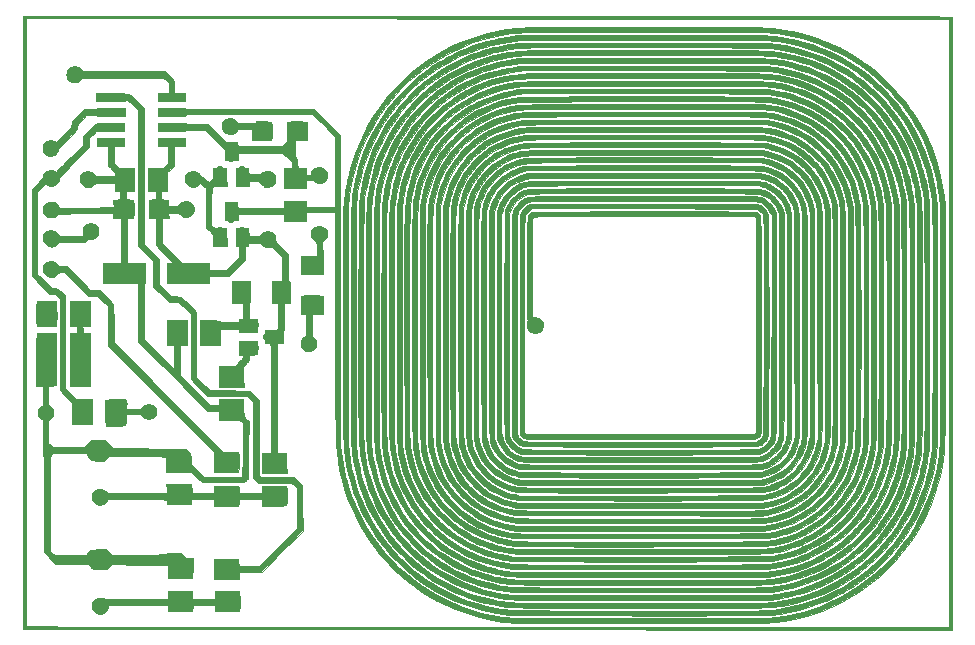
<source format=gbr>
%TF.GenerationSoftware,KiCad,Pcbnew,(6.0.1)*%
%TF.CreationDate,2022-02-20T06:36:06+01:00*%
%TF.ProjectId,OK,4f4b2e6b-6963-4616-945f-706362585858,rev?*%
%TF.SameCoordinates,Original*%
%TF.FileFunction,Copper,L1,Top*%
%TF.FilePolarity,Positive*%
%FSLAX46Y46*%
G04 Gerber Fmt 4.6, Leading zero omitted, Abs format (unit mm)*
G04 Created by KiCad (PCBNEW (6.0.1)) date 2022-02-20 06:36:06*
%MOMM*%
%LPD*%
G01*
G04 APERTURE LIST*
G04 Aperture macros list*
%AMRoundRect*
0 Rectangle with rounded corners*
0 $1 Rounding radius*
0 $2 $3 $4 $5 $6 $7 $8 $9 X,Y pos of 4 corners*
0 Add a 4 corners polygon primitive as box body*
4,1,4,$2,$3,$4,$5,$6,$7,$8,$9,$2,$3,0*
0 Add four circle primitives for the rounded corners*
1,1,$1+$1,$2,$3*
1,1,$1+$1,$4,$5*
1,1,$1+$1,$6,$7*
1,1,$1+$1,$8,$9*
0 Add four rect primitives between the rounded corners*
20,1,$1+$1,$2,$3,$4,$5,0*
20,1,$1+$1,$4,$5,$6,$7,0*
20,1,$1+$1,$6,$7,$8,$9,0*
20,1,$1+$1,$8,$9,$2,$3,0*%
G04 Aperture macros list end*
%TA.AperFunction,EtchedComponent*%
%ADD10C,0.010000*%
%TD*%
%TA.AperFunction,ComponentPad*%
%ADD11C,1.400000*%
%TD*%
%TA.AperFunction,SMDPad,CuDef*%
%ADD12RoundRect,0.150000X0.150000X-0.587500X0.150000X0.587500X-0.150000X0.587500X-0.150000X-0.587500X0*%
%TD*%
%TA.AperFunction,SMDPad,CuDef*%
%ADD13RoundRect,0.250000X-0.625000X0.312500X-0.625000X-0.312500X0.625000X-0.312500X0.625000X0.312500X0*%
%TD*%
%TA.AperFunction,SMDPad,CuDef*%
%ADD14RoundRect,0.250000X0.312500X0.625000X-0.312500X0.625000X-0.312500X-0.625000X0.312500X-0.625000X0*%
%TD*%
%TA.AperFunction,SMDPad,CuDef*%
%ADD15RoundRect,0.250000X0.625000X-0.312500X0.625000X0.312500X-0.625000X0.312500X-0.625000X-0.312500X0*%
%TD*%
%TA.AperFunction,SMDPad,CuDef*%
%ADD16RoundRect,0.150000X0.825000X0.150000X-0.825000X0.150000X-0.825000X-0.150000X0.825000X-0.150000X0*%
%TD*%
%TA.AperFunction,SMDPad,CuDef*%
%ADD17RoundRect,0.250000X-0.312500X-0.625000X0.312500X-0.625000X0.312500X0.625000X-0.312500X0.625000X0*%
%TD*%
%TA.AperFunction,SMDPad,CuDef*%
%ADD18RoundRect,0.250000X1.500000X0.550000X-1.500000X0.550000X-1.500000X-0.550000X1.500000X-0.550000X0*%
%TD*%
%TA.AperFunction,SMDPad,CuDef*%
%ADD19RoundRect,0.150000X-0.587500X-0.150000X0.587500X-0.150000X0.587500X0.150000X-0.587500X0.150000X0*%
%TD*%
%TA.AperFunction,Conductor*%
%ADD20C,0.500000*%
%TD*%
%TA.AperFunction,Conductor*%
%ADD21C,0.100000*%
%TD*%
G04 APERTURE END LIST*
D10*
%TO.C, *%
X126968251Y-42969624D02*
X125909917Y-42969624D01*
X125909917Y-42969624D02*
X125909917Y-44316371D01*
X125909917Y-44316371D02*
X125975306Y-44378539D01*
X125975306Y-44378539D02*
X126032905Y-44437031D01*
X126032905Y-44437031D02*
X126076037Y-44492883D01*
X126076037Y-44492883D02*
X126107100Y-44553859D01*
X126107100Y-44553859D02*
X126128494Y-44627726D01*
X126128494Y-44627726D02*
X126142620Y-44722252D01*
X126142620Y-44722252D02*
X126151877Y-44845202D01*
X126151877Y-44845202D02*
X126157327Y-44967604D01*
X126157327Y-44967604D02*
X126170542Y-45319124D01*
X126170542Y-45319124D02*
X126883584Y-45319124D01*
X126883584Y-45319124D02*
X126883584Y-45954124D01*
X126883584Y-45954124D02*
X127322330Y-45954124D01*
X127322330Y-45954124D02*
X127335971Y-45854600D01*
X127335971Y-45854600D02*
X127376339Y-45707261D01*
X127376339Y-45707261D02*
X127452653Y-45567044D01*
X127452653Y-45567044D02*
X127558561Y-45442818D01*
X127558561Y-45442818D02*
X127687712Y-45343452D01*
X127687712Y-45343452D02*
X127712144Y-45329327D01*
X127712144Y-45329327D02*
X127774431Y-45297699D01*
X127774431Y-45297699D02*
X127829320Y-45278978D01*
X127829320Y-45278978D02*
X127892066Y-45269942D01*
X127892066Y-45269942D02*
X127977923Y-45267367D01*
X127977923Y-45267367D02*
X128005417Y-45267356D01*
X128005417Y-45267356D02*
X128106221Y-45270097D01*
X128106221Y-45270097D02*
X128179202Y-45279390D01*
X128179202Y-45279390D02*
X128238679Y-45297804D01*
X128238679Y-45297804D02*
X128277396Y-45316152D01*
X128277396Y-45316152D02*
X128412163Y-45407213D01*
X128412163Y-45407213D02*
X128531076Y-45526355D01*
X128531076Y-45526355D02*
X128610064Y-45641103D01*
X128610064Y-45641103D02*
X128642656Y-45705813D01*
X128642656Y-45705813D02*
X128661435Y-45763753D01*
X128661435Y-45763753D02*
X128670032Y-45831394D01*
X128670032Y-45831394D02*
X128672079Y-45922374D01*
X128672079Y-45922374D02*
X128662392Y-46060054D01*
X128662392Y-46060054D02*
X128629675Y-46176550D01*
X128629675Y-46176550D02*
X128568681Y-46284225D01*
X128568681Y-46284225D02*
X128474163Y-46395439D01*
X128474163Y-46395439D02*
X128469065Y-46400696D01*
X128469065Y-46400696D02*
X128338885Y-46508344D01*
X128338885Y-46508344D02*
X128195469Y-46576484D01*
X128195469Y-46576484D02*
X128070996Y-46603407D01*
X128070996Y-46603407D02*
X127958143Y-46601212D01*
X127958143Y-46601212D02*
X127830142Y-46573972D01*
X127830142Y-46573972D02*
X127702024Y-46526328D01*
X127702024Y-46526328D02*
X127588821Y-46462922D01*
X127588821Y-46462922D02*
X127568706Y-46448310D01*
X127568706Y-46448310D02*
X127467928Y-46371384D01*
X127467928Y-46371384D02*
X126883584Y-46350370D01*
X126883584Y-46350370D02*
X126883584Y-47033624D01*
X126883584Y-47033624D02*
X124999751Y-47033624D01*
X124999751Y-47033624D02*
X124999751Y-45319124D01*
X124999751Y-45319124D02*
X125677084Y-45319124D01*
X125677084Y-45319124D02*
X125677084Y-44808285D01*
X125677084Y-44808285D02*
X125280209Y-44419024D01*
X125280209Y-44419024D02*
X124883334Y-44029764D01*
X124883334Y-44029764D02*
X122983626Y-44028861D01*
X122983626Y-44028861D02*
X121083917Y-44027958D01*
X121083917Y-44027958D02*
X121083917Y-44662958D01*
X121083917Y-44662958D02*
X120004417Y-44662958D01*
X120004417Y-44662958D02*
X120004417Y-43784340D01*
X120004417Y-43784340D02*
X119170718Y-42950841D01*
X119170718Y-42950841D02*
X118337019Y-42117343D01*
X118337019Y-42117343D02*
X117525010Y-42126962D01*
X117525010Y-42126962D02*
X117308703Y-42129804D01*
X117308703Y-42129804D02*
X117130972Y-42132833D01*
X117130972Y-42132833D02*
X116988061Y-42136224D01*
X116988061Y-42136224D02*
X116876214Y-42140148D01*
X116876214Y-42140148D02*
X116791673Y-42144779D01*
X116791673Y-42144779D02*
X116730681Y-42150290D01*
X116730681Y-42150290D02*
X116689483Y-42156854D01*
X116689483Y-42156854D02*
X116664321Y-42164645D01*
X116664321Y-42164645D02*
X116660084Y-42166811D01*
X116660084Y-42166811D02*
X116642193Y-42173635D01*
X116642193Y-42173635D02*
X116612196Y-42179390D01*
X116612196Y-42179390D02*
X116566812Y-42184159D01*
X116566812Y-42184159D02*
X116502762Y-42188026D01*
X116502762Y-42188026D02*
X116416762Y-42191077D01*
X116416762Y-42191077D02*
X116305533Y-42193395D01*
X116305533Y-42193395D02*
X116165793Y-42195066D01*
X116165793Y-42195066D02*
X115994262Y-42196173D01*
X115994262Y-42196173D02*
X115787659Y-42196801D01*
X115787659Y-42196801D02*
X115542702Y-42197034D01*
X115542702Y-42197034D02*
X115485334Y-42197041D01*
X115485334Y-42197041D02*
X114363501Y-42197041D01*
X114363501Y-42197041D02*
X114363501Y-41519708D01*
X114363501Y-41519708D02*
X115453920Y-41521201D01*
X115453920Y-41521201D02*
X115708042Y-41521753D01*
X115708042Y-41521753D02*
X115923077Y-41522714D01*
X115923077Y-41522714D02*
X116102268Y-41524170D01*
X116102268Y-41524170D02*
X116248861Y-41526205D01*
X116248861Y-41526205D02*
X116366099Y-41528904D01*
X116366099Y-41528904D02*
X116457227Y-41532355D01*
X116457227Y-41532355D02*
X116525490Y-41536640D01*
X116525490Y-41536640D02*
X116574132Y-41541847D01*
X116574132Y-41541847D02*
X116606398Y-41548061D01*
X116606398Y-41548061D02*
X116618087Y-41551838D01*
X116618087Y-41551838D02*
X116645683Y-41559256D01*
X116645683Y-41559256D02*
X116690208Y-41565578D01*
X116690208Y-41565578D02*
X116755034Y-41570929D01*
X116755034Y-41570929D02*
X116843533Y-41575428D01*
X116843533Y-41575428D02*
X116959078Y-41579198D01*
X116959078Y-41579198D02*
X117105040Y-41582361D01*
X117105040Y-41582361D02*
X117284793Y-41585037D01*
X117284793Y-41585037D02*
X117501707Y-41587349D01*
X117501707Y-41587349D02*
X117633751Y-41588475D01*
X117633751Y-41588475D02*
X118575667Y-41595969D01*
X118575667Y-41595969D02*
X120142001Y-43159485D01*
X120142001Y-43159485D02*
X120607667Y-43165096D01*
X120607667Y-43165096D02*
X121073334Y-43170708D01*
X121073334Y-43170708D02*
X121079516Y-43334749D01*
X121079516Y-43334749D02*
X121085698Y-43498791D01*
X121085698Y-43498791D02*
X124883966Y-43498791D01*
X124883966Y-43498791D02*
X125090025Y-43278127D01*
X125090025Y-43278127D02*
X125296084Y-43057464D01*
X125296084Y-43057464D02*
X125296084Y-41466791D01*
X125296084Y-41466791D02*
X126968251Y-41466791D01*
X126968251Y-41466791D02*
X126968251Y-42969624D01*
X126968251Y-42969624D02*
X126968251Y-42969624D01*
G36*
X126968251Y-42969624D02*
G01*
X125909917Y-42969624D01*
X125909917Y-44316371D01*
X125975306Y-44378539D01*
X126032905Y-44437031D01*
X126076037Y-44492883D01*
X126107100Y-44553859D01*
X126128494Y-44627726D01*
X126142620Y-44722252D01*
X126151877Y-44845202D01*
X126157327Y-44967604D01*
X126170542Y-45319124D01*
X126883584Y-45319124D01*
X126883584Y-45954124D01*
X127322330Y-45954124D01*
X127335971Y-45854600D01*
X127376339Y-45707261D01*
X127452653Y-45567044D01*
X127558561Y-45442818D01*
X127687712Y-45343452D01*
X127712144Y-45329327D01*
X127774431Y-45297699D01*
X127829320Y-45278978D01*
X127892066Y-45269942D01*
X127977923Y-45267367D01*
X128005417Y-45267356D01*
X128106221Y-45270097D01*
X128179202Y-45279390D01*
X128238679Y-45297804D01*
X128277396Y-45316152D01*
X128412163Y-45407213D01*
X128531076Y-45526355D01*
X128610064Y-45641103D01*
X128642656Y-45705813D01*
X128661435Y-45763753D01*
X128670032Y-45831394D01*
X128672079Y-45922374D01*
X128662392Y-46060054D01*
X128629675Y-46176550D01*
X128568681Y-46284225D01*
X128474163Y-46395439D01*
X128469065Y-46400696D01*
X128338885Y-46508344D01*
X128195469Y-46576484D01*
X128070996Y-46603407D01*
X127958143Y-46601212D01*
X127830142Y-46573972D01*
X127702024Y-46526328D01*
X127588821Y-46462922D01*
X127568706Y-46448310D01*
X127467928Y-46371384D01*
X126883584Y-46350370D01*
X126883584Y-47033624D01*
X124999751Y-47033624D01*
X124999751Y-45319124D01*
X125677084Y-45319124D01*
X125677084Y-44808285D01*
X125280209Y-44419024D01*
X124883334Y-44029764D01*
X122983626Y-44028861D01*
X121083917Y-44027958D01*
X121083917Y-44662958D01*
X120004417Y-44662958D01*
X120004417Y-43784340D01*
X119170718Y-42950841D01*
X118337019Y-42117343D01*
X117525010Y-42126962D01*
X117308703Y-42129804D01*
X117130972Y-42132833D01*
X116988061Y-42136224D01*
X116876214Y-42140148D01*
X116791673Y-42144779D01*
X116730681Y-42150290D01*
X116689483Y-42156854D01*
X116664321Y-42164645D01*
X116660084Y-42166811D01*
X116642193Y-42173635D01*
X116612196Y-42179390D01*
X116566812Y-42184159D01*
X116502762Y-42188026D01*
X116416762Y-42191077D01*
X116305533Y-42193395D01*
X116165793Y-42195066D01*
X115994262Y-42196173D01*
X115787659Y-42196801D01*
X115542702Y-42197034D01*
X115485334Y-42197041D01*
X114363501Y-42197041D01*
X114363501Y-41519708D01*
X115453920Y-41521201D01*
X115708042Y-41521753D01*
X115923077Y-41522714D01*
X116102268Y-41524170D01*
X116248861Y-41526205D01*
X116366099Y-41528904D01*
X116457227Y-41532355D01*
X116525490Y-41536640D01*
X116574132Y-41541847D01*
X116606398Y-41548061D01*
X116618087Y-41551838D01*
X116645683Y-41559256D01*
X116690208Y-41565578D01*
X116755034Y-41570929D01*
X116843533Y-41575428D01*
X116959078Y-41579198D01*
X117105040Y-41582361D01*
X117284793Y-41585037D01*
X117501707Y-41587349D01*
X117633751Y-41588475D01*
X118575667Y-41595969D01*
X120142001Y-43159485D01*
X120607667Y-43165096D01*
X121073334Y-43170708D01*
X121079516Y-43334749D01*
X121085698Y-43498791D01*
X124883966Y-43498791D01*
X125090025Y-43278127D01*
X125296084Y-43057464D01*
X125296084Y-41466791D01*
X126968251Y-41466791D01*
X126968251Y-42969624D01*
G37*
X126968251Y-42969624D02*
X125909917Y-42969624D01*
X125909917Y-44316371D01*
X125975306Y-44378539D01*
X126032905Y-44437031D01*
X126076037Y-44492883D01*
X126107100Y-44553859D01*
X126128494Y-44627726D01*
X126142620Y-44722252D01*
X126151877Y-44845202D01*
X126157327Y-44967604D01*
X126170542Y-45319124D01*
X126883584Y-45319124D01*
X126883584Y-45954124D01*
X127322330Y-45954124D01*
X127335971Y-45854600D01*
X127376339Y-45707261D01*
X127452653Y-45567044D01*
X127558561Y-45442818D01*
X127687712Y-45343452D01*
X127712144Y-45329327D01*
X127774431Y-45297699D01*
X127829320Y-45278978D01*
X127892066Y-45269942D01*
X127977923Y-45267367D01*
X128005417Y-45267356D01*
X128106221Y-45270097D01*
X128179202Y-45279390D01*
X128238679Y-45297804D01*
X128277396Y-45316152D01*
X128412163Y-45407213D01*
X128531076Y-45526355D01*
X128610064Y-45641103D01*
X128642656Y-45705813D01*
X128661435Y-45763753D01*
X128670032Y-45831394D01*
X128672079Y-45922374D01*
X128662392Y-46060054D01*
X128629675Y-46176550D01*
X128568681Y-46284225D01*
X128474163Y-46395439D01*
X128469065Y-46400696D01*
X128338885Y-46508344D01*
X128195469Y-46576484D01*
X128070996Y-46603407D01*
X127958143Y-46601212D01*
X127830142Y-46573972D01*
X127702024Y-46526328D01*
X127588821Y-46462922D01*
X127568706Y-46448310D01*
X127467928Y-46371384D01*
X126883584Y-46350370D01*
X126883584Y-47033624D01*
X124999751Y-47033624D01*
X124999751Y-45319124D01*
X125677084Y-45319124D01*
X125677084Y-44808285D01*
X125280209Y-44419024D01*
X124883334Y-44029764D01*
X122983626Y-44028861D01*
X121083917Y-44027958D01*
X121083917Y-44662958D01*
X120004417Y-44662958D01*
X120004417Y-43784340D01*
X119170718Y-42950841D01*
X118337019Y-42117343D01*
X117525010Y-42126962D01*
X117308703Y-42129804D01*
X117130972Y-42132833D01*
X116988061Y-42136224D01*
X116876214Y-42140148D01*
X116791673Y-42144779D01*
X116730681Y-42150290D01*
X116689483Y-42156854D01*
X116664321Y-42164645D01*
X116660084Y-42166811D01*
X116642193Y-42173635D01*
X116612196Y-42179390D01*
X116566812Y-42184159D01*
X116502762Y-42188026D01*
X116416762Y-42191077D01*
X116305533Y-42193395D01*
X116165793Y-42195066D01*
X115994262Y-42196173D01*
X115787659Y-42196801D01*
X115542702Y-42197034D01*
X115485334Y-42197041D01*
X114363501Y-42197041D01*
X114363501Y-41519708D01*
X115453920Y-41521201D01*
X115708042Y-41521753D01*
X115923077Y-41522714D01*
X116102268Y-41524170D01*
X116248861Y-41526205D01*
X116366099Y-41528904D01*
X116457227Y-41532355D01*
X116525490Y-41536640D01*
X116574132Y-41541847D01*
X116606398Y-41548061D01*
X116618087Y-41551838D01*
X116645683Y-41559256D01*
X116690208Y-41565578D01*
X116755034Y-41570929D01*
X116843533Y-41575428D01*
X116959078Y-41579198D01*
X117105040Y-41582361D01*
X117284793Y-41585037D01*
X117501707Y-41587349D01*
X117633751Y-41588475D01*
X118575667Y-41595969D01*
X120142001Y-43159485D01*
X120607667Y-43165096D01*
X121073334Y-43170708D01*
X121079516Y-43334749D01*
X121085698Y-43498791D01*
X124883966Y-43498791D01*
X125090025Y-43278127D01*
X125296084Y-43057464D01*
X125296084Y-41466791D01*
X126968251Y-41466791D01*
X126968251Y-42969624D01*
X117178166Y-72317746D02*
X117189342Y-72429533D01*
X117189342Y-72429533D02*
X117205598Y-72547330D01*
X117205598Y-72547330D02*
X117223896Y-72649870D01*
X117223896Y-72649870D02*
X117228816Y-72672288D01*
X117228816Y-72672288D02*
X117264350Y-72825208D01*
X117264350Y-72825208D02*
X118189884Y-72830722D01*
X118189884Y-72830722D02*
X119115417Y-72836236D01*
X119115417Y-72836236D02*
X119115417Y-72242718D01*
X119115417Y-72242718D02*
X121158001Y-72253708D01*
X121158001Y-72253708D02*
X121169876Y-72454791D01*
X121169876Y-72454791D02*
X121178304Y-72555091D01*
X121178304Y-72555091D02*
X121190619Y-72650409D01*
X121190619Y-72650409D02*
X121204661Y-72725188D01*
X121204661Y-72725188D02*
X121210268Y-72745833D01*
X121210268Y-72745833D02*
X121238785Y-72835791D01*
X121238785Y-72835791D02*
X123179417Y-72835791D01*
X123179417Y-72835791D02*
X123179417Y-72243124D01*
X123179417Y-72243124D02*
X124195417Y-72243124D01*
X124195417Y-72243124D02*
X124398302Y-72243444D01*
X124398302Y-72243444D02*
X124587705Y-72244362D01*
X124587705Y-72244362D02*
X124759532Y-72245813D01*
X124759532Y-72245813D02*
X124909692Y-72247735D01*
X124909692Y-72247735D02*
X125034092Y-72250062D01*
X125034092Y-72250062D02*
X125128639Y-72252730D01*
X125128639Y-72252730D02*
X125189240Y-72255677D01*
X125189240Y-72255677D02*
X125211804Y-72258838D01*
X125211804Y-72258838D02*
X125211860Y-72258999D01*
X125211860Y-72258999D02*
X125214436Y-72285077D01*
X125214436Y-72285077D02*
X125221126Y-72344397D01*
X125221126Y-72344397D02*
X125230919Y-72428184D01*
X125230919Y-72428184D02*
X125242803Y-72527657D01*
X125242803Y-72527657D02*
X125242950Y-72528874D01*
X125242950Y-72528874D02*
X125262644Y-72729875D01*
X125262644Y-72729875D02*
X125271828Y-72927279D01*
X125271828Y-72927279D02*
X125270509Y-73133031D01*
X125270509Y-73133031D02*
X125258689Y-73359080D01*
X125258689Y-73359080D02*
X125243332Y-73544874D01*
X125243332Y-73544874D02*
X125232680Y-73660495D01*
X125232680Y-73660495D02*
X125223543Y-73761163D01*
X125223543Y-73761163D02*
X125216589Y-73839392D01*
X125216589Y-73839392D02*
X125212487Y-73887697D01*
X125212487Y-73887697D02*
X125211668Y-73899416D01*
X125211668Y-73899416D02*
X125191132Y-73902586D01*
X125191132Y-73902586D02*
X125132354Y-73905545D01*
X125132354Y-73905545D02*
X125039427Y-73908229D01*
X125039427Y-73908229D02*
X124916441Y-73910574D01*
X124916441Y-73910574D02*
X124767488Y-73912517D01*
X124767488Y-73912517D02*
X124596660Y-73913993D01*
X124596660Y-73913993D02*
X124408049Y-73914939D01*
X124408049Y-73914939D02*
X124205745Y-73915290D01*
X124205745Y-73915290D02*
X124195417Y-73915291D01*
X124195417Y-73915291D02*
X123179417Y-73915291D01*
X123179417Y-73915291D02*
X123179417Y-73322624D01*
X123179417Y-73322624D02*
X122196416Y-73322624D01*
X122196416Y-73322624D02*
X121955279Y-73322869D01*
X121955279Y-73322869D02*
X121753519Y-73323657D01*
X121753519Y-73323657D02*
X121588183Y-73325065D01*
X121588183Y-73325065D02*
X121456319Y-73327171D01*
X121456319Y-73327171D02*
X121354973Y-73330054D01*
X121354973Y-73330054D02*
X121281192Y-73333792D01*
X121281192Y-73333792D02*
X121232024Y-73338463D01*
X121232024Y-73338463D02*
X121204514Y-73344145D01*
X121204514Y-73344145D02*
X121196341Y-73349083D01*
X121196341Y-73349083D02*
X121189306Y-73379385D01*
X121189306Y-73379385D02*
X121182427Y-73443011D01*
X121182427Y-73443011D02*
X121176451Y-73530954D01*
X121176451Y-73530954D02*
X121172124Y-73634210D01*
X121172124Y-73634210D02*
X121171800Y-73645416D01*
X121171800Y-73645416D02*
X121164333Y-73915291D01*
X121164333Y-73915291D02*
X119115417Y-73915291D01*
X119115417Y-73915291D02*
X119115417Y-73322624D01*
X119115417Y-73322624D02*
X117168084Y-73322624D01*
X117168084Y-73322624D02*
X117168084Y-73788291D01*
X117168084Y-73788291D02*
X115072584Y-73788291D01*
X115072584Y-73788291D02*
X115072584Y-73407291D01*
X115072584Y-73407291D02*
X114939234Y-73407291D01*
X114939234Y-73407291D02*
X114858990Y-73403088D01*
X114858990Y-73403088D02*
X114800677Y-73391797D01*
X114800677Y-73391797D02*
X114779556Y-73380963D01*
X114779556Y-73380963D02*
X114751210Y-73372507D01*
X114751210Y-73372507D02*
X114683606Y-73364753D01*
X114683606Y-73364753D02*
X114576468Y-73357696D01*
X114576468Y-73357696D02*
X114429523Y-73351332D01*
X114429523Y-73351332D02*
X114242494Y-73345654D01*
X114242494Y-73345654D02*
X114015107Y-73340659D01*
X114015107Y-73340659D02*
X113747086Y-73336340D01*
X113747086Y-73336340D02*
X113438157Y-73332694D01*
X113438157Y-73332694D02*
X113088044Y-73329714D01*
X113088044Y-73329714D02*
X112696472Y-73327397D01*
X112696472Y-73327397D02*
X112263167Y-73325736D01*
X112263167Y-73325736D02*
X111787853Y-73324726D01*
X111787853Y-73324726D02*
X111707084Y-73324624D01*
X111707084Y-73324624D02*
X110109001Y-73322781D01*
X110109001Y-73322781D02*
X110037787Y-73460501D01*
X110037787Y-73460501D02*
X109947286Y-73600397D01*
X109947286Y-73600397D02*
X109836685Y-73713428D01*
X109836685Y-73713428D02*
X109712567Y-73793648D01*
X109712567Y-73793648D02*
X109636683Y-73822885D01*
X109636683Y-73822885D02*
X109491300Y-73847950D01*
X109491300Y-73847950D02*
X109338834Y-73844518D01*
X109338834Y-73844518D02*
X109194439Y-73813941D01*
X109194439Y-73813941D02*
X109102695Y-73775181D01*
X109102695Y-73775181D02*
X109007933Y-73709220D01*
X109007933Y-73709220D02*
X108917041Y-73621054D01*
X108917041Y-73621054D02*
X108841792Y-73523773D01*
X108841792Y-73523773D02*
X108794737Y-73432689D01*
X108794737Y-73432689D02*
X108772439Y-73331129D01*
X108772439Y-73331129D02*
X108765844Y-73207682D01*
X108765844Y-73207682D02*
X108774496Y-73079585D01*
X108774496Y-73079585D02*
X108797940Y-72964079D01*
X108797940Y-72964079D02*
X108807923Y-72934102D01*
X108807923Y-72934102D02*
X108874845Y-72811422D01*
X108874845Y-72811422D02*
X108974259Y-72701962D01*
X108974259Y-72701962D02*
X109096889Y-72612069D01*
X109096889Y-72612069D02*
X109233455Y-72548089D01*
X109233455Y-72548089D02*
X109374680Y-72516367D01*
X109374680Y-72516367D02*
X109422058Y-72514058D01*
X109422058Y-72514058D02*
X109545901Y-72530353D01*
X109545901Y-72530353D02*
X109678809Y-72574926D01*
X109678809Y-72574926D02*
X109805663Y-72641308D01*
X109805663Y-72641308D02*
X109911347Y-72723031D01*
X109911347Y-72723031D02*
X109912069Y-72723732D01*
X109912069Y-72723732D02*
X109989463Y-72783244D01*
X109989463Y-72783244D02*
X110076280Y-72813697D01*
X110076280Y-72813697D02*
X110091986Y-72816545D01*
X110091986Y-72816545D02*
X110126142Y-72818733D01*
X110126142Y-72818733D02*
X110199857Y-72820858D01*
X110199857Y-72820858D02*
X110310356Y-72822903D01*
X110310356Y-72822903D02*
X110454865Y-72824846D01*
X110454865Y-72824846D02*
X110630610Y-72826668D01*
X110630610Y-72826668D02*
X110834816Y-72828351D01*
X110834816Y-72828351D02*
X111064709Y-72829874D01*
X111064709Y-72829874D02*
X111317513Y-72831219D01*
X111317513Y-72831219D02*
X111590456Y-72832365D01*
X111590456Y-72832365D02*
X111880762Y-72833293D01*
X111880762Y-72833293D02*
X112185656Y-72833984D01*
X112185656Y-72833984D02*
X112502366Y-72834419D01*
X112502366Y-72834419D02*
X112655251Y-72834529D01*
X112655251Y-72834529D02*
X115116835Y-72835791D01*
X115116835Y-72835791D02*
X115110301Y-72793458D01*
X115110301Y-72793458D02*
X115633501Y-72793458D01*
X115633501Y-72793458D02*
X115635179Y-72812962D01*
X115635179Y-72812962D02*
X115642835Y-72814624D01*
X115642835Y-72814624D02*
X115664389Y-72799259D01*
X115664389Y-72799259D02*
X115665251Y-72793458D01*
X115665251Y-72793458D02*
X115658029Y-72772841D01*
X115658029Y-72772841D02*
X115655916Y-72772291D01*
X115655916Y-72772291D02*
X115637845Y-72787123D01*
X115637845Y-72787123D02*
X115633501Y-72793458D01*
X115633501Y-72793458D02*
X115110301Y-72793458D01*
X115110301Y-72793458D02*
X115106216Y-72766999D01*
X115106216Y-72766999D02*
X115101320Y-72720499D01*
X115101320Y-72720499D02*
X115095437Y-72641932D01*
X115095437Y-72641932D02*
X115089246Y-72541530D01*
X115089246Y-72541530D02*
X115083423Y-72429528D01*
X115083423Y-72429528D02*
X115082386Y-72407166D01*
X115082386Y-72407166D02*
X115069177Y-72116124D01*
X115069177Y-72116124D02*
X117163050Y-72116124D01*
X117163050Y-72116124D02*
X117178166Y-72317746D01*
X117178166Y-72317746D02*
X117178166Y-72317746D01*
G36*
X115101320Y-72720499D02*
G01*
X115095437Y-72641932D01*
X115089246Y-72541530D01*
X115083423Y-72429528D01*
X115082386Y-72407166D01*
X115069177Y-72116124D01*
X117163050Y-72116124D01*
X117178166Y-72317746D01*
X117189342Y-72429533D01*
X117205598Y-72547330D01*
X117223896Y-72649870D01*
X117228816Y-72672288D01*
X117264350Y-72825208D01*
X118189884Y-72830722D01*
X119115417Y-72836236D01*
X119115417Y-72242718D01*
X121158001Y-72253708D01*
X121169876Y-72454791D01*
X121178304Y-72555091D01*
X121190619Y-72650409D01*
X121204661Y-72725188D01*
X121210268Y-72745833D01*
X121238785Y-72835791D01*
X123179417Y-72835791D01*
X123179417Y-72243124D01*
X124195417Y-72243124D01*
X124398302Y-72243444D01*
X124587705Y-72244362D01*
X124759532Y-72245813D01*
X124909692Y-72247735D01*
X125034092Y-72250062D01*
X125128639Y-72252730D01*
X125189240Y-72255677D01*
X125211804Y-72258838D01*
X125211860Y-72258999D01*
X125214436Y-72285077D01*
X125221126Y-72344397D01*
X125230919Y-72428184D01*
X125242803Y-72527657D01*
X125242950Y-72528874D01*
X125262644Y-72729875D01*
X125271828Y-72927279D01*
X125270509Y-73133031D01*
X125258689Y-73359080D01*
X125243332Y-73544874D01*
X125232680Y-73660495D01*
X125223543Y-73761163D01*
X125216589Y-73839392D01*
X125212487Y-73887697D01*
X125211668Y-73899416D01*
X125191132Y-73902586D01*
X125132354Y-73905545D01*
X125039427Y-73908229D01*
X124916441Y-73910574D01*
X124767488Y-73912517D01*
X124596660Y-73913993D01*
X124408049Y-73914939D01*
X124205745Y-73915290D01*
X124195417Y-73915291D01*
X123179417Y-73915291D01*
X123179417Y-73322624D01*
X122196416Y-73322624D01*
X121955279Y-73322869D01*
X121753519Y-73323657D01*
X121588183Y-73325065D01*
X121456319Y-73327171D01*
X121354973Y-73330054D01*
X121281192Y-73333792D01*
X121232024Y-73338463D01*
X121204514Y-73344145D01*
X121196341Y-73349083D01*
X121189306Y-73379385D01*
X121182427Y-73443011D01*
X121176451Y-73530954D01*
X121172124Y-73634210D01*
X121171800Y-73645416D01*
X121164333Y-73915291D01*
X119115417Y-73915291D01*
X119115417Y-73322624D01*
X117168084Y-73322624D01*
X117168084Y-73788291D01*
X115072584Y-73788291D01*
X115072584Y-73407291D01*
X114939234Y-73407291D01*
X114858990Y-73403088D01*
X114800677Y-73391797D01*
X114779556Y-73380963D01*
X114751210Y-73372507D01*
X114683606Y-73364753D01*
X114576468Y-73357696D01*
X114429523Y-73351332D01*
X114242494Y-73345654D01*
X114015107Y-73340659D01*
X113747086Y-73336340D01*
X113438157Y-73332694D01*
X113088044Y-73329714D01*
X112696472Y-73327397D01*
X112263167Y-73325736D01*
X111787853Y-73324726D01*
X111707084Y-73324624D01*
X110109001Y-73322781D01*
X110037787Y-73460501D01*
X109947286Y-73600397D01*
X109836685Y-73713428D01*
X109712567Y-73793648D01*
X109636683Y-73822885D01*
X109491300Y-73847950D01*
X109338834Y-73844518D01*
X109194439Y-73813941D01*
X109102695Y-73775181D01*
X109007933Y-73709220D01*
X108917041Y-73621054D01*
X108841792Y-73523773D01*
X108794737Y-73432689D01*
X108772439Y-73331129D01*
X108765844Y-73207682D01*
X108774496Y-73079585D01*
X108797940Y-72964079D01*
X108807923Y-72934102D01*
X108874845Y-72811422D01*
X108974259Y-72701962D01*
X109096889Y-72612069D01*
X109233455Y-72548089D01*
X109374680Y-72516367D01*
X109422058Y-72514058D01*
X109545901Y-72530353D01*
X109678809Y-72574926D01*
X109805663Y-72641308D01*
X109911347Y-72723031D01*
X109912069Y-72723732D01*
X109989463Y-72783244D01*
X110076280Y-72813697D01*
X110091986Y-72816545D01*
X110126142Y-72818733D01*
X110199857Y-72820858D01*
X110310356Y-72822903D01*
X110454865Y-72824846D01*
X110630610Y-72826668D01*
X110834816Y-72828351D01*
X111064709Y-72829874D01*
X111317513Y-72831219D01*
X111590456Y-72832365D01*
X111880762Y-72833293D01*
X112185656Y-72833984D01*
X112502366Y-72834419D01*
X112655251Y-72834529D01*
X115116835Y-72835791D01*
X115110301Y-72793458D01*
X115633501Y-72793458D01*
X115635179Y-72812962D01*
X115642835Y-72814624D01*
X115664389Y-72799259D01*
X115665251Y-72793458D01*
X115658029Y-72772841D01*
X115655916Y-72772291D01*
X115637845Y-72787123D01*
X115633501Y-72793458D01*
X115110301Y-72793458D01*
X115106216Y-72766999D01*
X115101320Y-72720499D01*
G37*
X115101320Y-72720499D02*
X115095437Y-72641932D01*
X115089246Y-72541530D01*
X115083423Y-72429528D01*
X115082386Y-72407166D01*
X115069177Y-72116124D01*
X117163050Y-72116124D01*
X117178166Y-72317746D01*
X117189342Y-72429533D01*
X117205598Y-72547330D01*
X117223896Y-72649870D01*
X117228816Y-72672288D01*
X117264350Y-72825208D01*
X118189884Y-72830722D01*
X119115417Y-72836236D01*
X119115417Y-72242718D01*
X121158001Y-72253708D01*
X121169876Y-72454791D01*
X121178304Y-72555091D01*
X121190619Y-72650409D01*
X121204661Y-72725188D01*
X121210268Y-72745833D01*
X121238785Y-72835791D01*
X123179417Y-72835791D01*
X123179417Y-72243124D01*
X124195417Y-72243124D01*
X124398302Y-72243444D01*
X124587705Y-72244362D01*
X124759532Y-72245813D01*
X124909692Y-72247735D01*
X125034092Y-72250062D01*
X125128639Y-72252730D01*
X125189240Y-72255677D01*
X125211804Y-72258838D01*
X125211860Y-72258999D01*
X125214436Y-72285077D01*
X125221126Y-72344397D01*
X125230919Y-72428184D01*
X125242803Y-72527657D01*
X125242950Y-72528874D01*
X125262644Y-72729875D01*
X125271828Y-72927279D01*
X125270509Y-73133031D01*
X125258689Y-73359080D01*
X125243332Y-73544874D01*
X125232680Y-73660495D01*
X125223543Y-73761163D01*
X125216589Y-73839392D01*
X125212487Y-73887697D01*
X125211668Y-73899416D01*
X125191132Y-73902586D01*
X125132354Y-73905545D01*
X125039427Y-73908229D01*
X124916441Y-73910574D01*
X124767488Y-73912517D01*
X124596660Y-73913993D01*
X124408049Y-73914939D01*
X124205745Y-73915290D01*
X124195417Y-73915291D01*
X123179417Y-73915291D01*
X123179417Y-73322624D01*
X122196416Y-73322624D01*
X121955279Y-73322869D01*
X121753519Y-73323657D01*
X121588183Y-73325065D01*
X121456319Y-73327171D01*
X121354973Y-73330054D01*
X121281192Y-73333792D01*
X121232024Y-73338463D01*
X121204514Y-73344145D01*
X121196341Y-73349083D01*
X121189306Y-73379385D01*
X121182427Y-73443011D01*
X121176451Y-73530954D01*
X121172124Y-73634210D01*
X121171800Y-73645416D01*
X121164333Y-73915291D01*
X119115417Y-73915291D01*
X119115417Y-73322624D01*
X117168084Y-73322624D01*
X117168084Y-73788291D01*
X115072584Y-73788291D01*
X115072584Y-73407291D01*
X114939234Y-73407291D01*
X114858990Y-73403088D01*
X114800677Y-73391797D01*
X114779556Y-73380963D01*
X114751210Y-73372507D01*
X114683606Y-73364753D01*
X114576468Y-73357696D01*
X114429523Y-73351332D01*
X114242494Y-73345654D01*
X114015107Y-73340659D01*
X113747086Y-73336340D01*
X113438157Y-73332694D01*
X113088044Y-73329714D01*
X112696472Y-73327397D01*
X112263167Y-73325736D01*
X111787853Y-73324726D01*
X111707084Y-73324624D01*
X110109001Y-73322781D01*
X110037787Y-73460501D01*
X109947286Y-73600397D01*
X109836685Y-73713428D01*
X109712567Y-73793648D01*
X109636683Y-73822885D01*
X109491300Y-73847950D01*
X109338834Y-73844518D01*
X109194439Y-73813941D01*
X109102695Y-73775181D01*
X109007933Y-73709220D01*
X108917041Y-73621054D01*
X108841792Y-73523773D01*
X108794737Y-73432689D01*
X108772439Y-73331129D01*
X108765844Y-73207682D01*
X108774496Y-73079585D01*
X108797940Y-72964079D01*
X108807923Y-72934102D01*
X108874845Y-72811422D01*
X108974259Y-72701962D01*
X109096889Y-72612069D01*
X109233455Y-72548089D01*
X109374680Y-72516367D01*
X109422058Y-72514058D01*
X109545901Y-72530353D01*
X109678809Y-72574926D01*
X109805663Y-72641308D01*
X109911347Y-72723031D01*
X109912069Y-72723732D01*
X109989463Y-72783244D01*
X110076280Y-72813697D01*
X110091986Y-72816545D01*
X110126142Y-72818733D01*
X110199857Y-72820858D01*
X110310356Y-72822903D01*
X110454865Y-72824846D01*
X110630610Y-72826668D01*
X110834816Y-72828351D01*
X111064709Y-72829874D01*
X111317513Y-72831219D01*
X111590456Y-72832365D01*
X111880762Y-72833293D01*
X112185656Y-72833984D01*
X112502366Y-72834419D01*
X112655251Y-72834529D01*
X115116835Y-72835791D01*
X115110301Y-72793458D01*
X115633501Y-72793458D01*
X115635179Y-72812962D01*
X115642835Y-72814624D01*
X115664389Y-72799259D01*
X115665251Y-72793458D01*
X115658029Y-72772841D01*
X115655916Y-72772291D01*
X115637845Y-72787123D01*
X115633501Y-72793458D01*
X115110301Y-72793458D01*
X115106216Y-72766999D01*
X115101320Y-72720499D01*
X111620041Y-65062484D02*
X111662902Y-65159150D01*
X111662902Y-65159150D02*
X111685089Y-65237444D01*
X111685089Y-65237444D02*
X111688745Y-65314653D01*
X111688745Y-65314653D02*
X111676012Y-65408063D01*
X111676012Y-65408063D02*
X111667904Y-65448624D01*
X111667904Y-65448624D02*
X111661534Y-65497772D01*
X111661534Y-65497772D02*
X111654747Y-65583254D01*
X111654747Y-65583254D02*
X111647840Y-65699075D01*
X111647840Y-65699075D02*
X111641112Y-65839242D01*
X111641112Y-65839242D02*
X111634863Y-65997761D01*
X111634863Y-65997761D02*
X111629391Y-66168637D01*
X111629391Y-66168637D02*
X111626488Y-66279482D01*
X111626488Y-66279482D02*
X111621735Y-66473106D01*
X111621735Y-66473106D02*
X111617465Y-66628957D01*
X111617465Y-66628957D02*
X111613325Y-66751586D01*
X111613325Y-66751586D02*
X111608960Y-66845547D01*
X111608960Y-66845547D02*
X111604016Y-66915389D01*
X111604016Y-66915389D02*
X111598138Y-66965667D01*
X111598138Y-66965667D02*
X111590972Y-67000930D01*
X111590972Y-67000930D02*
X111582163Y-67025732D01*
X111582163Y-67025732D02*
X111571357Y-67044623D01*
X111571357Y-67044623D02*
X111566361Y-67051593D01*
X111566361Y-67051593D02*
X111514782Y-67097467D01*
X111514782Y-67097467D02*
X111451198Y-67126820D01*
X111451198Y-67126820D02*
X111451152Y-67126831D01*
X111451152Y-67126831D02*
X111405981Y-67132905D01*
X111405981Y-67132905D02*
X111326795Y-67138370D01*
X111326795Y-67138370D02*
X111219738Y-67143171D01*
X111219738Y-67143171D02*
X111090952Y-67147254D01*
X111090952Y-67147254D02*
X110946577Y-67150564D01*
X110946577Y-67150564D02*
X110792755Y-67153045D01*
X110792755Y-67153045D02*
X110635630Y-67154644D01*
X110635630Y-67154644D02*
X110481342Y-67155304D01*
X110481342Y-67155304D02*
X110336033Y-67154972D01*
X110336033Y-67154972D02*
X110205845Y-67153592D01*
X110205845Y-67153592D02*
X110096921Y-67151110D01*
X110096921Y-67151110D02*
X110015401Y-67147470D01*
X110015401Y-67147470D02*
X109967428Y-67142619D01*
X109967428Y-67142619D02*
X109958673Y-67140161D01*
X109958673Y-67140161D02*
X109921057Y-67098635D01*
X109921057Y-67098635D02*
X109913662Y-67060745D01*
X109913662Y-67060745D02*
X109912573Y-67024174D01*
X109912573Y-67024174D02*
X109909794Y-66951977D01*
X109909794Y-66951977D02*
X109905606Y-66850814D01*
X109905606Y-66850814D02*
X109900287Y-66727346D01*
X109900287Y-66727346D02*
X109894119Y-66588234D01*
X109894119Y-66588234D02*
X109889959Y-66496374D01*
X109889959Y-66496374D02*
X109882685Y-66312952D01*
X109882685Y-66312952D02*
X109876283Y-66105714D01*
X109876283Y-66105714D02*
X109871141Y-65890987D01*
X109871141Y-65890987D02*
X109867647Y-65685097D01*
X109867647Y-65685097D02*
X109866190Y-65504373D01*
X109866190Y-65504373D02*
X109866178Y-65496737D01*
X109866178Y-65496737D02*
X109865584Y-65005100D01*
X109865584Y-65005100D02*
X109920496Y-64969120D01*
X109920496Y-64969120D02*
X109938813Y-64959650D01*
X109938813Y-64959650D02*
X109964919Y-64951830D01*
X109964919Y-64951830D02*
X110003033Y-64945431D01*
X110003033Y-64945431D02*
X110057376Y-64940225D01*
X110057376Y-64940225D02*
X110132166Y-64935984D01*
X110132166Y-64935984D02*
X110231623Y-64932478D01*
X110231623Y-64932478D02*
X110359965Y-64929481D01*
X110359965Y-64929481D02*
X110521412Y-64926764D01*
X110521412Y-64926764D02*
X110720183Y-64924097D01*
X110720183Y-64924097D02*
X110761871Y-64923585D01*
X110761871Y-64923585D02*
X111548334Y-64914031D01*
X111548334Y-64914031D02*
X111620041Y-65062484D01*
X111620041Y-65062484D02*
X111620041Y-65062484D01*
G36*
X111620041Y-65062484D02*
G01*
X111662902Y-65159150D01*
X111685089Y-65237444D01*
X111688745Y-65314653D01*
X111676012Y-65408063D01*
X111667904Y-65448624D01*
X111661534Y-65497772D01*
X111654747Y-65583254D01*
X111647840Y-65699075D01*
X111641112Y-65839242D01*
X111634863Y-65997761D01*
X111629391Y-66168637D01*
X111626488Y-66279482D01*
X111621735Y-66473106D01*
X111617465Y-66628957D01*
X111613325Y-66751586D01*
X111608960Y-66845547D01*
X111604016Y-66915389D01*
X111598138Y-66965667D01*
X111590972Y-67000930D01*
X111582163Y-67025732D01*
X111571357Y-67044623D01*
X111566361Y-67051593D01*
X111514782Y-67097467D01*
X111451198Y-67126820D01*
X111451152Y-67126831D01*
X111405981Y-67132905D01*
X111326795Y-67138370D01*
X111219738Y-67143171D01*
X111090952Y-67147254D01*
X110946577Y-67150564D01*
X110792755Y-67153045D01*
X110635630Y-67154644D01*
X110481342Y-67155304D01*
X110336033Y-67154972D01*
X110205845Y-67153592D01*
X110096921Y-67151110D01*
X110015401Y-67147470D01*
X109967428Y-67142619D01*
X109958673Y-67140161D01*
X109921057Y-67098635D01*
X109913662Y-67060745D01*
X109912573Y-67024174D01*
X109909794Y-66951977D01*
X109905606Y-66850814D01*
X109900287Y-66727346D01*
X109894119Y-66588234D01*
X109889959Y-66496374D01*
X109882685Y-66312952D01*
X109876283Y-66105714D01*
X109871141Y-65890987D01*
X109867647Y-65685097D01*
X109866190Y-65504373D01*
X109866178Y-65496737D01*
X109865584Y-65005100D01*
X109920496Y-64969120D01*
X109938813Y-64959650D01*
X109964919Y-64951830D01*
X110003033Y-64945431D01*
X110057376Y-64940225D01*
X110132166Y-64935984D01*
X110231623Y-64932478D01*
X110359965Y-64929481D01*
X110521412Y-64926764D01*
X110720183Y-64924097D01*
X110761871Y-64923585D01*
X111548334Y-64914031D01*
X111620041Y-65062484D01*
G37*
X111620041Y-65062484D02*
X111662902Y-65159150D01*
X111685089Y-65237444D01*
X111688745Y-65314653D01*
X111676012Y-65408063D01*
X111667904Y-65448624D01*
X111661534Y-65497772D01*
X111654747Y-65583254D01*
X111647840Y-65699075D01*
X111641112Y-65839242D01*
X111634863Y-65997761D01*
X111629391Y-66168637D01*
X111626488Y-66279482D01*
X111621735Y-66473106D01*
X111617465Y-66628957D01*
X111613325Y-66751586D01*
X111608960Y-66845547D01*
X111604016Y-66915389D01*
X111598138Y-66965667D01*
X111590972Y-67000930D01*
X111582163Y-67025732D01*
X111571357Y-67044623D01*
X111566361Y-67051593D01*
X111514782Y-67097467D01*
X111451198Y-67126820D01*
X111451152Y-67126831D01*
X111405981Y-67132905D01*
X111326795Y-67138370D01*
X111219738Y-67143171D01*
X111090952Y-67147254D01*
X110946577Y-67150564D01*
X110792755Y-67153045D01*
X110635630Y-67154644D01*
X110481342Y-67155304D01*
X110336033Y-67154972D01*
X110205845Y-67153592D01*
X110096921Y-67151110D01*
X110015401Y-67147470D01*
X109967428Y-67142619D01*
X109958673Y-67140161D01*
X109921057Y-67098635D01*
X109913662Y-67060745D01*
X109912573Y-67024174D01*
X109909794Y-66951977D01*
X109905606Y-66850814D01*
X109900287Y-66727346D01*
X109894119Y-66588234D01*
X109889959Y-66496374D01*
X109882685Y-66312952D01*
X109876283Y-66105714D01*
X109871141Y-65890987D01*
X109867647Y-65685097D01*
X109866190Y-65504373D01*
X109866178Y-65496737D01*
X109865584Y-65005100D01*
X109920496Y-64969120D01*
X109938813Y-64959650D01*
X109964919Y-64951830D01*
X110003033Y-64945431D01*
X110057376Y-64940225D01*
X110132166Y-64935984D01*
X110231623Y-64932478D01*
X110359965Y-64929481D01*
X110521412Y-64926764D01*
X110720183Y-64924097D01*
X110761871Y-64923585D01*
X111548334Y-64914031D01*
X111620041Y-65062484D01*
X107374921Y-36762174D02*
X107460935Y-36778268D01*
X107460935Y-36778268D02*
X107540159Y-36810781D01*
X107540159Y-36810781D02*
X107622040Y-36864262D01*
X107622040Y-36864262D02*
X107716025Y-36943257D01*
X107716025Y-36943257D02*
X107778675Y-37001483D01*
X107778675Y-37001483D02*
X107933751Y-37148791D01*
X107933751Y-37148791D02*
X114935418Y-37148791D01*
X114935418Y-37148791D02*
X115332084Y-37545869D01*
X115332084Y-37545869D02*
X115728751Y-37942948D01*
X115728751Y-37942948D02*
X115728751Y-38969124D01*
X115728751Y-38969124D02*
X116660084Y-38969124D01*
X116660084Y-38969124D02*
X116660084Y-39667624D01*
X116660084Y-39667624D02*
X114351869Y-39667624D01*
X114351869Y-39667624D02*
X114363501Y-38979708D01*
X114363501Y-38979708D02*
X114802709Y-38973986D01*
X114802709Y-38973986D02*
X115241917Y-38968265D01*
X115241917Y-38968265D02*
X115241917Y-38170633D01*
X115241917Y-38170633D02*
X114988240Y-37924295D01*
X114988240Y-37924295D02*
X114734562Y-37677958D01*
X114734562Y-37677958D02*
X107901497Y-37677958D01*
X107901497Y-37677958D02*
X107836452Y-37779321D01*
X107836452Y-37779321D02*
X107783484Y-37852766D01*
X107783484Y-37852766D02*
X107724474Y-37912081D01*
X107724474Y-37912081D02*
X107648363Y-37966470D01*
X107648363Y-37966470D02*
X107544092Y-38025140D01*
X107544092Y-38025140D02*
X107536216Y-38029248D01*
X107536216Y-38029248D02*
X107402049Y-38077513D01*
X107402049Y-38077513D02*
X107255504Y-38093858D01*
X107255504Y-38093858D02*
X107110360Y-38078041D01*
X107110360Y-38078041D02*
X106997501Y-38038696D01*
X106997501Y-38038696D02*
X106879246Y-37962811D01*
X106879246Y-37962811D02*
X106768775Y-37859921D01*
X106768775Y-37859921D02*
X106679823Y-37743842D01*
X106679823Y-37743842D02*
X106649302Y-37688541D01*
X106649302Y-37688541D02*
X106606018Y-37550811D01*
X106606018Y-37550811D02*
X106598625Y-37402484D01*
X106598625Y-37402484D02*
X106625387Y-37252357D01*
X106625387Y-37252357D02*
X106684564Y-37109229D01*
X106684564Y-37109229D02*
X106774420Y-36981897D01*
X106774420Y-36981897D02*
X106792738Y-36962336D01*
X106792738Y-36962336D02*
X106907538Y-36861899D01*
X106907538Y-36861899D02*
X107024860Y-36797785D01*
X107024860Y-36797785D02*
X107156437Y-36764996D01*
X107156437Y-36764996D02*
X107272667Y-36757955D01*
X107272667Y-36757955D02*
X107374921Y-36762174D01*
X107374921Y-36762174D02*
X107374921Y-36762174D01*
G36*
X107374921Y-36762174D02*
G01*
X107460935Y-36778268D01*
X107540159Y-36810781D01*
X107622040Y-36864262D01*
X107716025Y-36943257D01*
X107778675Y-37001483D01*
X107933751Y-37148791D01*
X114935418Y-37148791D01*
X115332084Y-37545869D01*
X115728751Y-37942948D01*
X115728751Y-38969124D01*
X116660084Y-38969124D01*
X116660084Y-39667624D01*
X114351869Y-39667624D01*
X114363501Y-38979708D01*
X114802709Y-38973986D01*
X115241917Y-38968265D01*
X115241917Y-38170633D01*
X114988240Y-37924295D01*
X114734562Y-37677958D01*
X107901497Y-37677958D01*
X107836452Y-37779321D01*
X107783484Y-37852766D01*
X107724474Y-37912081D01*
X107648363Y-37966470D01*
X107544092Y-38025140D01*
X107536216Y-38029248D01*
X107402049Y-38077513D01*
X107255504Y-38093858D01*
X107110360Y-38078041D01*
X106997501Y-38038696D01*
X106879246Y-37962811D01*
X106768775Y-37859921D01*
X106679823Y-37743842D01*
X106649302Y-37688541D01*
X106606018Y-37550811D01*
X106598625Y-37402484D01*
X106625387Y-37252357D01*
X106684564Y-37109229D01*
X106774420Y-36981897D01*
X106792738Y-36962336D01*
X106907538Y-36861899D01*
X107024860Y-36797785D01*
X107156437Y-36764996D01*
X107272667Y-36757955D01*
X107374921Y-36762174D01*
G37*
X107374921Y-36762174D02*
X107460935Y-36778268D01*
X107540159Y-36810781D01*
X107622040Y-36864262D01*
X107716025Y-36943257D01*
X107778675Y-37001483D01*
X107933751Y-37148791D01*
X114935418Y-37148791D01*
X115332084Y-37545869D01*
X115728751Y-37942948D01*
X115728751Y-38969124D01*
X116660084Y-38969124D01*
X116660084Y-39667624D01*
X114351869Y-39667624D01*
X114363501Y-38979708D01*
X114802709Y-38973986D01*
X115241917Y-38968265D01*
X115241917Y-38170633D01*
X114988240Y-37924295D01*
X114734562Y-37677958D01*
X107901497Y-37677958D01*
X107836452Y-37779321D01*
X107783484Y-37852766D01*
X107724474Y-37912081D01*
X107648363Y-37966470D01*
X107544092Y-38025140D01*
X107536216Y-38029248D01*
X107402049Y-38077513D01*
X107255504Y-38093858D01*
X107110360Y-38078041D01*
X106997501Y-38038696D01*
X106879246Y-37962811D01*
X106768775Y-37859921D01*
X106679823Y-37743842D01*
X106649302Y-37688541D01*
X106606018Y-37550811D01*
X106598625Y-37402484D01*
X106625387Y-37252357D01*
X106684564Y-37109229D01*
X106774420Y-36981897D01*
X106792738Y-36962336D01*
X106907538Y-36861899D01*
X107024860Y-36797785D01*
X107156437Y-36764996D01*
X107272667Y-36757955D01*
X107374921Y-36762174D01*
X105387681Y-53228595D02*
X105459131Y-53239598D01*
X105459131Y-53239598D02*
X105529436Y-53264066D01*
X105529436Y-53264066D02*
X105594409Y-53294379D01*
X105594409Y-53294379D02*
X105669401Y-53334704D01*
X105669401Y-53334704D02*
X105731680Y-53378205D01*
X105731680Y-53378205D02*
X105790871Y-53433553D01*
X105790871Y-53433553D02*
X105856604Y-53509422D01*
X105856604Y-53509422D02*
X105913611Y-53581915D01*
X105913611Y-53581915D02*
X105972722Y-53658791D01*
X105972722Y-53658791D02*
X106637502Y-53658791D01*
X106637502Y-53658791D02*
X107632418Y-54652978D01*
X107632418Y-54652978D02*
X108627334Y-55647164D01*
X108627334Y-55647164D02*
X109025532Y-55661709D01*
X109025532Y-55661709D02*
X109423729Y-55676253D01*
X109423729Y-55676253D02*
X109991273Y-56255814D01*
X109991273Y-56255814D02*
X110558817Y-56835376D01*
X110558817Y-56835376D02*
X110571676Y-57083292D01*
X110571676Y-57083292D02*
X110574152Y-57148284D01*
X110574152Y-57148284D02*
X110576912Y-57251199D01*
X110576912Y-57251199D02*
X110579881Y-57387627D01*
X110579881Y-57387627D02*
X110582988Y-57553159D01*
X110582988Y-57553159D02*
X110586159Y-57743386D01*
X110586159Y-57743386D02*
X110589322Y-57953899D01*
X110589322Y-57953899D02*
X110592403Y-58180288D01*
X110592403Y-58180288D02*
X110595331Y-58418144D01*
X110595331Y-58418144D02*
X110598032Y-58663058D01*
X110598032Y-58663058D02*
X110598487Y-58707492D01*
X110598487Y-58707492D02*
X110612441Y-60083777D01*
X110612441Y-60083777D02*
X115231637Y-64718826D01*
X115231637Y-64718826D02*
X119850833Y-69353874D01*
X119850833Y-69353874D02*
X120492342Y-69364458D01*
X120492342Y-69364458D02*
X121133851Y-69375041D01*
X121133851Y-69375041D02*
X121150174Y-69436192D01*
X121150174Y-69436192D02*
X121157446Y-69478145D01*
X121157446Y-69478145D02*
X121166699Y-69553357D01*
X121166699Y-69553357D02*
X121176972Y-69652856D01*
X121176972Y-69652856D02*
X121187305Y-69767672D01*
X121187305Y-69767672D02*
X121192365Y-69830226D01*
X121192365Y-69830226D02*
X121203981Y-70097795D01*
X121203981Y-70097795D02*
X121200251Y-70393150D01*
X121200251Y-70393150D02*
X121181554Y-70704776D01*
X121181554Y-70704776D02*
X121154904Y-70967833D01*
X121154904Y-70967833D02*
X121141521Y-71078958D01*
X121141521Y-71078958D02*
X119112781Y-71078958D01*
X119112781Y-71078958D02*
X119119391Y-70226999D01*
X119119391Y-70226999D02*
X119126001Y-69375041D01*
X119126001Y-69375041D02*
X114634340Y-64887610D01*
X114634340Y-64887610D02*
X110142680Y-60400179D01*
X110142680Y-60400179D02*
X110092892Y-57056041D01*
X110092892Y-57056041D02*
X109178028Y-56135291D01*
X109178028Y-56135291D02*
X108433066Y-56135291D01*
X108433066Y-56135291D02*
X107426214Y-55140458D01*
X107426214Y-55140458D02*
X106419361Y-54145624D01*
X106419361Y-54145624D02*
X106253208Y-54145624D01*
X106253208Y-54145624D02*
X106138821Y-54148532D01*
X106138821Y-54148532D02*
X106050924Y-54160673D01*
X106050924Y-54160673D02*
X105977218Y-54187178D01*
X105977218Y-54187178D02*
X105905408Y-54233175D01*
X105905408Y-54233175D02*
X105823196Y-54303793D01*
X105823196Y-54303793D02*
X105782828Y-54341818D01*
X105782828Y-54341818D02*
X105694870Y-54422057D01*
X105694870Y-54422057D02*
X105624600Y-54476187D01*
X105624600Y-54476187D02*
X105562686Y-54510691D01*
X105562686Y-54510691D02*
X105514943Y-54527933D01*
X105514943Y-54527933D02*
X105347665Y-54556303D01*
X105347665Y-54556303D02*
X105184435Y-54545939D01*
X105184435Y-54545939D02*
X105031216Y-54499229D01*
X105031216Y-54499229D02*
X104893969Y-54418563D01*
X104893969Y-54418563D02*
X104778657Y-54306330D01*
X104778657Y-54306330D02*
X104711898Y-54206101D01*
X104711898Y-54206101D02*
X104675113Y-54126992D01*
X104675113Y-54126992D02*
X104653591Y-54046116D01*
X104653591Y-54046116D02*
X104642418Y-53944306D01*
X104642418Y-53944306D02*
X104641672Y-53932088D01*
X104641672Y-53932088D02*
X104643740Y-53779767D01*
X104643740Y-53779767D02*
X104672036Y-53651871D01*
X104672036Y-53651871D02*
X104730454Y-53536865D01*
X104730454Y-53536865D02*
X104808107Y-53439086D01*
X104808107Y-53439086D02*
X104921800Y-53335228D01*
X104921800Y-53335228D02*
X105043322Y-53268120D01*
X105043322Y-53268120D02*
X105182343Y-53233534D01*
X105182343Y-53233534D02*
X105294595Y-53226414D01*
X105294595Y-53226414D02*
X105387681Y-53228595D01*
X105387681Y-53228595D02*
X105387681Y-53228595D01*
G36*
X105387681Y-53228595D02*
G01*
X105459131Y-53239598D01*
X105529436Y-53264066D01*
X105594409Y-53294379D01*
X105669401Y-53334704D01*
X105731680Y-53378205D01*
X105790871Y-53433553D01*
X105856604Y-53509422D01*
X105913611Y-53581915D01*
X105972722Y-53658791D01*
X106637502Y-53658791D01*
X107632418Y-54652978D01*
X108627334Y-55647164D01*
X109025532Y-55661709D01*
X109423729Y-55676253D01*
X109991273Y-56255814D01*
X110558817Y-56835376D01*
X110571676Y-57083292D01*
X110574152Y-57148284D01*
X110576912Y-57251199D01*
X110579881Y-57387627D01*
X110582988Y-57553159D01*
X110586159Y-57743386D01*
X110589322Y-57953899D01*
X110592403Y-58180288D01*
X110595331Y-58418144D01*
X110598032Y-58663058D01*
X110598487Y-58707492D01*
X110612441Y-60083777D01*
X115231637Y-64718826D01*
X119850833Y-69353874D01*
X120492342Y-69364458D01*
X121133851Y-69375041D01*
X121150174Y-69436192D01*
X121157446Y-69478145D01*
X121166699Y-69553357D01*
X121176972Y-69652856D01*
X121187305Y-69767672D01*
X121192365Y-69830226D01*
X121203981Y-70097795D01*
X121200251Y-70393150D01*
X121181554Y-70704776D01*
X121154904Y-70967833D01*
X121141521Y-71078958D01*
X119112781Y-71078958D01*
X119119391Y-70226999D01*
X119126001Y-69375041D01*
X114634340Y-64887610D01*
X110142680Y-60400179D01*
X110092892Y-57056041D01*
X109178028Y-56135291D01*
X108433066Y-56135291D01*
X107426214Y-55140458D01*
X106419361Y-54145624D01*
X106253208Y-54145624D01*
X106138821Y-54148532D01*
X106050924Y-54160673D01*
X105977218Y-54187178D01*
X105905408Y-54233175D01*
X105823196Y-54303793D01*
X105782828Y-54341818D01*
X105694870Y-54422057D01*
X105624600Y-54476187D01*
X105562686Y-54510691D01*
X105514943Y-54527933D01*
X105347665Y-54556303D01*
X105184435Y-54545939D01*
X105031216Y-54499229D01*
X104893969Y-54418563D01*
X104778657Y-54306330D01*
X104711898Y-54206101D01*
X104675113Y-54126992D01*
X104653591Y-54046116D01*
X104642418Y-53944306D01*
X104641672Y-53932088D01*
X104643740Y-53779767D01*
X104672036Y-53651871D01*
X104730454Y-53536865D01*
X104808107Y-53439086D01*
X104921800Y-53335228D01*
X105043322Y-53268120D01*
X105182343Y-53233534D01*
X105294595Y-53226414D01*
X105387681Y-53228595D01*
G37*
X105387681Y-53228595D02*
X105459131Y-53239598D01*
X105529436Y-53264066D01*
X105594409Y-53294379D01*
X105669401Y-53334704D01*
X105731680Y-53378205D01*
X105790871Y-53433553D01*
X105856604Y-53509422D01*
X105913611Y-53581915D01*
X105972722Y-53658791D01*
X106637502Y-53658791D01*
X107632418Y-54652978D01*
X108627334Y-55647164D01*
X109025532Y-55661709D01*
X109423729Y-55676253D01*
X109991273Y-56255814D01*
X110558817Y-56835376D01*
X110571676Y-57083292D01*
X110574152Y-57148284D01*
X110576912Y-57251199D01*
X110579881Y-57387627D01*
X110582988Y-57553159D01*
X110586159Y-57743386D01*
X110589322Y-57953899D01*
X110592403Y-58180288D01*
X110595331Y-58418144D01*
X110598032Y-58663058D01*
X110598487Y-58707492D01*
X110612441Y-60083777D01*
X115231637Y-64718826D01*
X119850833Y-69353874D01*
X120492342Y-69364458D01*
X121133851Y-69375041D01*
X121150174Y-69436192D01*
X121157446Y-69478145D01*
X121166699Y-69553357D01*
X121176972Y-69652856D01*
X121187305Y-69767672D01*
X121192365Y-69830226D01*
X121203981Y-70097795D01*
X121200251Y-70393150D01*
X121181554Y-70704776D01*
X121154904Y-70967833D01*
X121141521Y-71078958D01*
X119112781Y-71078958D01*
X119119391Y-70226999D01*
X119126001Y-69375041D01*
X114634340Y-64887610D01*
X110142680Y-60400179D01*
X110092892Y-57056041D01*
X109178028Y-56135291D01*
X108433066Y-56135291D01*
X107426214Y-55140458D01*
X106419361Y-54145624D01*
X106253208Y-54145624D01*
X106138821Y-54148532D01*
X106050924Y-54160673D01*
X105977218Y-54187178D01*
X105905408Y-54233175D01*
X105823196Y-54303793D01*
X105782828Y-54341818D01*
X105694870Y-54422057D01*
X105624600Y-54476187D01*
X105562686Y-54510691D01*
X105514943Y-54527933D01*
X105347665Y-54556303D01*
X105184435Y-54545939D01*
X105031216Y-54499229D01*
X104893969Y-54418563D01*
X104778657Y-54306330D01*
X104711898Y-54206101D01*
X104675113Y-54126992D01*
X104653591Y-54046116D01*
X104642418Y-53944306D01*
X104641672Y-53932088D01*
X104643740Y-53779767D01*
X104672036Y-53651871D01*
X104730454Y-53536865D01*
X104808107Y-53439086D01*
X104921800Y-53335228D01*
X105043322Y-53268120D01*
X105182343Y-53233534D01*
X105294595Y-53226414D01*
X105387681Y-53228595D01*
X122717889Y-60553833D02*
X122715149Y-60701286D01*
X122715149Y-60701286D02*
X122712129Y-60834266D01*
X122712129Y-60834266D02*
X122709002Y-60947071D01*
X122709002Y-60947071D02*
X122705942Y-61033999D01*
X122705942Y-61033999D02*
X122703125Y-61089350D01*
X122703125Y-61089350D02*
X122700972Y-61107425D01*
X122700972Y-61107425D02*
X122678178Y-61111064D01*
X122678178Y-61111064D02*
X122620658Y-61115373D01*
X122620658Y-61115373D02*
X122536001Y-61119913D01*
X122536001Y-61119913D02*
X122431800Y-61124245D01*
X122431800Y-61124245D02*
X122378384Y-61126079D01*
X122378384Y-61126079D02*
X122063647Y-61136182D01*
X122063647Y-61136182D02*
X122051518Y-61350366D01*
X122051518Y-61350366D02*
X122044147Y-61448037D01*
X122044147Y-61448037D02*
X122034247Y-61535526D01*
X122034247Y-61535526D02*
X122023383Y-61600400D01*
X122023383Y-61600400D02*
X122017219Y-61622862D01*
X122017219Y-61622862D02*
X121995325Y-61658811D01*
X121995325Y-61658811D02*
X121950077Y-61718311D01*
X121950077Y-61718311D02*
X121887270Y-61794216D01*
X121887270Y-61794216D02*
X121812701Y-61879381D01*
X121812701Y-61879381D02*
X121779643Y-61915784D01*
X121779643Y-61915784D02*
X121564237Y-62150395D01*
X121564237Y-62150395D02*
X121579266Y-62995176D01*
X121579266Y-62995176D02*
X121594295Y-63839958D01*
X121594295Y-63839958D02*
X119496417Y-63839958D01*
X119496417Y-63839958D02*
X119496417Y-62125458D01*
X119496417Y-62125458D02*
X120843484Y-62125458D01*
X120843484Y-62125458D02*
X121150923Y-61813249D01*
X121150923Y-61813249D02*
X121245414Y-61716160D01*
X121245414Y-61716160D02*
X121330868Y-61626221D01*
X121330868Y-61626221D02*
X121402316Y-61548835D01*
X121402316Y-61548835D02*
X121454785Y-61489405D01*
X121454785Y-61489405D02*
X121483306Y-61453336D01*
X121483306Y-61453336D02*
X121485794Y-61449224D01*
X121485794Y-61449224D02*
X121502201Y-61396903D01*
X121502201Y-61396903D02*
X121512094Y-61324300D01*
X121512094Y-61324300D02*
X121514665Y-61248044D01*
X121514665Y-61248044D02*
X121509110Y-61184766D01*
X121509110Y-61184766D02*
X121499946Y-61157083D01*
X121499946Y-61157083D02*
X121468208Y-61140767D01*
X121468208Y-61140767D02*
X121402338Y-61131854D01*
X121402338Y-61131854D02*
X121357835Y-61130624D01*
X121357835Y-61130624D02*
X121232084Y-61130624D01*
X121232084Y-61130624D02*
X121232084Y-60008791D01*
X121232084Y-60008791D02*
X122726955Y-60008791D01*
X122726955Y-60008791D02*
X122717889Y-60553833D01*
X122717889Y-60553833D02*
X122717889Y-60553833D01*
G36*
X122717889Y-60553833D02*
G01*
X122715149Y-60701286D01*
X122712129Y-60834266D01*
X122709002Y-60947071D01*
X122705942Y-61033999D01*
X122703125Y-61089350D01*
X122700972Y-61107425D01*
X122678178Y-61111064D01*
X122620658Y-61115373D01*
X122536001Y-61119913D01*
X122431800Y-61124245D01*
X122378384Y-61126079D01*
X122063647Y-61136182D01*
X122051518Y-61350366D01*
X122044147Y-61448037D01*
X122034247Y-61535526D01*
X122023383Y-61600400D01*
X122017219Y-61622862D01*
X121995325Y-61658811D01*
X121950077Y-61718311D01*
X121887270Y-61794216D01*
X121812701Y-61879381D01*
X121779643Y-61915784D01*
X121564237Y-62150395D01*
X121579266Y-62995176D01*
X121594295Y-63839958D01*
X119496417Y-63839958D01*
X119496417Y-62125458D01*
X120843484Y-62125458D01*
X121150923Y-61813249D01*
X121245414Y-61716160D01*
X121330868Y-61626221D01*
X121402316Y-61548835D01*
X121454785Y-61489405D01*
X121483306Y-61453336D01*
X121485794Y-61449224D01*
X121502201Y-61396903D01*
X121512094Y-61324300D01*
X121514665Y-61248044D01*
X121509110Y-61184766D01*
X121499946Y-61157083D01*
X121468208Y-61140767D01*
X121402338Y-61131854D01*
X121357835Y-61130624D01*
X121232084Y-61130624D01*
X121232084Y-60008791D01*
X122726955Y-60008791D01*
X122717889Y-60553833D01*
G37*
X122717889Y-60553833D02*
X122715149Y-60701286D01*
X122712129Y-60834266D01*
X122709002Y-60947071D01*
X122705942Y-61033999D01*
X122703125Y-61089350D01*
X122700972Y-61107425D01*
X122678178Y-61111064D01*
X122620658Y-61115373D01*
X122536001Y-61119913D01*
X122431800Y-61124245D01*
X122378384Y-61126079D01*
X122063647Y-61136182D01*
X122051518Y-61350366D01*
X122044147Y-61448037D01*
X122034247Y-61535526D01*
X122023383Y-61600400D01*
X122017219Y-61622862D01*
X121995325Y-61658811D01*
X121950077Y-61718311D01*
X121887270Y-61794216D01*
X121812701Y-61879381D01*
X121779643Y-61915784D01*
X121564237Y-62150395D01*
X121579266Y-62995176D01*
X121594295Y-63839958D01*
X119496417Y-63839958D01*
X119496417Y-62125458D01*
X120843484Y-62125458D01*
X121150923Y-61813249D01*
X121245414Y-61716160D01*
X121330868Y-61626221D01*
X121402316Y-61548835D01*
X121454785Y-61489405D01*
X121483306Y-61453336D01*
X121485794Y-61449224D01*
X121502201Y-61396903D01*
X121512094Y-61324300D01*
X121514665Y-61248044D01*
X121509110Y-61184766D01*
X121499946Y-61157083D01*
X121468208Y-61140767D01*
X121402338Y-61131854D01*
X121357835Y-61130624D01*
X121232084Y-61130624D01*
X121232084Y-60008791D01*
X122726955Y-60008791D01*
X122717889Y-60553833D01*
X108574417Y-58717624D02*
X108254653Y-58717624D01*
X108254653Y-58717624D02*
X108132210Y-58717951D01*
X108132210Y-58717951D02*
X108046223Y-58719410D01*
X108046223Y-58719410D02*
X107990820Y-58722717D01*
X107990820Y-58722717D02*
X107960123Y-58728588D01*
X107960123Y-58728588D02*
X107948260Y-58737740D01*
X107948260Y-58737740D02*
X107949355Y-58750889D01*
X107949355Y-58750889D02*
X107950871Y-58754666D01*
X107950871Y-58754666D02*
X107957710Y-58789210D01*
X107957710Y-58789210D02*
X107964785Y-58856625D01*
X107964785Y-58856625D02*
X107971299Y-58947459D01*
X107971299Y-58947459D02*
X107976452Y-59052263D01*
X107976452Y-59052263D02*
X107976805Y-59061583D01*
X107976805Y-59061583D02*
X107986756Y-59331458D01*
X107986756Y-59331458D02*
X108622649Y-59331458D01*
X108622649Y-59331458D02*
X108608918Y-61178249D01*
X108608918Y-61178249D02*
X108606671Y-61464206D01*
X108606671Y-61464206D02*
X108604230Y-61745190D01*
X108604230Y-61745190D02*
X108601642Y-62017315D01*
X108601642Y-62017315D02*
X108598956Y-62276695D01*
X108598956Y-62276695D02*
X108596217Y-62519441D01*
X108596217Y-62519441D02*
X108593472Y-62741668D01*
X108593472Y-62741668D02*
X108590770Y-62939488D01*
X108590770Y-62939488D02*
X108588158Y-63109015D01*
X108588158Y-63109015D02*
X108585681Y-63246362D01*
X108585681Y-63246362D02*
X108583388Y-63347642D01*
X108583388Y-63347642D02*
X108582095Y-63390166D01*
X108582095Y-63390166D02*
X108569003Y-63755291D01*
X108569003Y-63755291D02*
X106859917Y-63755291D01*
X106859917Y-63755291D02*
X106860591Y-62987999D01*
X106860591Y-62987999D02*
X106861174Y-62790836D01*
X106861174Y-62790836D02*
X106862551Y-62568480D01*
X106862551Y-62568480D02*
X106864639Y-62325851D01*
X106864639Y-62325851D02*
X106867360Y-62067870D01*
X106867360Y-62067870D02*
X106870634Y-61799458D01*
X106870634Y-61799458D02*
X106874380Y-61525535D01*
X106874380Y-61525535D02*
X106878518Y-61251022D01*
X106878518Y-61251022D02*
X106882968Y-60980839D01*
X106882968Y-60980839D02*
X106887650Y-60719906D01*
X106887650Y-60719906D02*
X106892484Y-60473145D01*
X106892484Y-60473145D02*
X106897390Y-60245477D01*
X106897390Y-60245477D02*
X106902288Y-60041820D01*
X106902288Y-60041820D02*
X106907097Y-59867097D01*
X106907097Y-59867097D02*
X106911738Y-59726227D01*
X106911738Y-59726227D02*
X106914944Y-59648238D01*
X106914944Y-59648238D02*
X106929695Y-59331458D01*
X106929695Y-59331458D02*
X107452584Y-59331458D01*
X107452584Y-59331458D02*
X107452584Y-58717624D01*
X107452584Y-58717624D02*
X106859917Y-58717624D01*
X106859917Y-58717624D02*
X106859917Y-56622124D01*
X106859917Y-56622124D02*
X108574417Y-56622124D01*
X108574417Y-56622124D02*
X108574417Y-58717624D01*
X108574417Y-58717624D02*
X108574417Y-58717624D01*
G36*
X108574417Y-58717624D02*
G01*
X108254653Y-58717624D01*
X108132210Y-58717951D01*
X108046223Y-58719410D01*
X107990820Y-58722717D01*
X107960123Y-58728588D01*
X107948260Y-58737740D01*
X107949355Y-58750889D01*
X107950871Y-58754666D01*
X107957710Y-58789210D01*
X107964785Y-58856625D01*
X107971299Y-58947459D01*
X107976452Y-59052263D01*
X107976805Y-59061583D01*
X107986756Y-59331458D01*
X108622649Y-59331458D01*
X108608918Y-61178249D01*
X108606671Y-61464206D01*
X108604230Y-61745190D01*
X108601642Y-62017315D01*
X108598956Y-62276695D01*
X108596217Y-62519441D01*
X108593472Y-62741668D01*
X108590770Y-62939488D01*
X108588158Y-63109015D01*
X108585681Y-63246362D01*
X108583388Y-63347642D01*
X108582095Y-63390166D01*
X108569003Y-63755291D01*
X106859917Y-63755291D01*
X106860591Y-62987999D01*
X106861174Y-62790836D01*
X106862551Y-62568480D01*
X106864639Y-62325851D01*
X106867360Y-62067870D01*
X106870634Y-61799458D01*
X106874380Y-61525535D01*
X106878518Y-61251022D01*
X106882968Y-60980839D01*
X106887650Y-60719906D01*
X106892484Y-60473145D01*
X106897390Y-60245477D01*
X106902288Y-60041820D01*
X106907097Y-59867097D01*
X106911738Y-59726227D01*
X106914944Y-59648238D01*
X106929695Y-59331458D01*
X107452584Y-59331458D01*
X107452584Y-58717624D01*
X106859917Y-58717624D01*
X106859917Y-56622124D01*
X108574417Y-56622124D01*
X108574417Y-58717624D01*
G37*
X108574417Y-58717624D02*
X108254653Y-58717624D01*
X108132210Y-58717951D01*
X108046223Y-58719410D01*
X107990820Y-58722717D01*
X107960123Y-58728588D01*
X107948260Y-58737740D01*
X107949355Y-58750889D01*
X107950871Y-58754666D01*
X107957710Y-58789210D01*
X107964785Y-58856625D01*
X107971299Y-58947459D01*
X107976452Y-59052263D01*
X107976805Y-59061583D01*
X107986756Y-59331458D01*
X108622649Y-59331458D01*
X108608918Y-61178249D01*
X108606671Y-61464206D01*
X108604230Y-61745190D01*
X108601642Y-62017315D01*
X108598956Y-62276695D01*
X108596217Y-62519441D01*
X108593472Y-62741668D01*
X108590770Y-62939488D01*
X108588158Y-63109015D01*
X108585681Y-63246362D01*
X108583388Y-63347642D01*
X108582095Y-63390166D01*
X108569003Y-63755291D01*
X106859917Y-63755291D01*
X106860591Y-62987999D01*
X106861174Y-62790836D01*
X106862551Y-62568480D01*
X106864639Y-62325851D01*
X106867360Y-62067870D01*
X106870634Y-61799458D01*
X106874380Y-61525535D01*
X106878518Y-61251022D01*
X106882968Y-60980839D01*
X106887650Y-60719906D01*
X106892484Y-60473145D01*
X106897390Y-60245477D01*
X106902288Y-60041820D01*
X106907097Y-59867097D01*
X106911738Y-59726227D01*
X106914944Y-59648238D01*
X106929695Y-59331458D01*
X107452584Y-59331458D01*
X107452584Y-58717624D01*
X106859917Y-58717624D01*
X106859917Y-56622124D01*
X108574417Y-56622124D01*
X108574417Y-58717624D01*
X108820204Y-50051355D02*
X108969042Y-50109644D01*
X108969042Y-50109644D02*
X109098992Y-50201289D01*
X109098992Y-50201289D02*
X109203445Y-50322179D01*
X109203445Y-50322179D02*
X109245513Y-50395280D01*
X109245513Y-50395280D02*
X109277277Y-50467408D01*
X109277277Y-50467408D02*
X109295142Y-50532843D01*
X109295142Y-50532843D02*
X109302671Y-50609326D01*
X109302671Y-50609326D02*
X109303677Y-50684874D01*
X109303677Y-50684874D02*
X109290004Y-50842771D01*
X109290004Y-50842771D02*
X109248028Y-50976043D01*
X109248028Y-50976043D02*
X109173868Y-51094645D01*
X109173868Y-51094645D02*
X109120538Y-51154603D01*
X109120538Y-51154603D02*
X109029346Y-51232675D01*
X109029346Y-51232675D02*
X108926628Y-51288511D01*
X108926628Y-51288511D02*
X108803430Y-51325500D01*
X108803430Y-51325500D02*
X108650797Y-51347033D01*
X108650797Y-51347033D02*
X108602660Y-51350683D01*
X108602660Y-51350683D02*
X108487627Y-51361144D01*
X108487627Y-51361144D02*
X108402456Y-51375244D01*
X108402456Y-51375244D02*
X108352907Y-51391980D01*
X108352907Y-51391980D02*
X108348660Y-51394843D01*
X108348660Y-51394843D02*
X108309470Y-51426187D01*
X108309470Y-51426187D02*
X108254410Y-51471199D01*
X108254410Y-51471199D02*
X108226649Y-51494166D01*
X108226649Y-51494166D02*
X108143464Y-51563291D01*
X108143464Y-51563291D02*
X105984540Y-51563291D01*
X105984540Y-51563291D02*
X105821708Y-51721750D01*
X105821708Y-51721750D02*
X105683616Y-51842759D01*
X105683616Y-51842759D02*
X105554558Y-51925856D01*
X105554558Y-51925856D02*
X105428995Y-51972873D01*
X105428995Y-51972873D02*
X105301389Y-51985645D01*
X105301389Y-51985645D02*
X105166201Y-51966003D01*
X105166201Y-51966003D02*
X105121502Y-51953501D01*
X105121502Y-51953501D02*
X104982683Y-51892208D01*
X104982683Y-51892208D02*
X104857497Y-51801676D01*
X104857497Y-51801676D02*
X104754198Y-51689943D01*
X104754198Y-51689943D02*
X104681042Y-51565043D01*
X104681042Y-51565043D02*
X104659272Y-51503544D01*
X104659272Y-51503544D02*
X104641500Y-51394671D01*
X104641500Y-51394671D02*
X104639451Y-51268097D01*
X104639451Y-51268097D02*
X104652536Y-51144899D01*
X104652536Y-51144899D02*
X104671413Y-51068893D01*
X104671413Y-51068893D02*
X104722891Y-50966608D01*
X104722891Y-50966608D02*
X104802978Y-50863470D01*
X104802978Y-50863470D02*
X104900065Y-50771844D01*
X104900065Y-50771844D02*
X105002544Y-50704089D01*
X105002544Y-50704089D02*
X105023283Y-50694217D01*
X105023283Y-50694217D02*
X105153487Y-50655413D01*
X105153487Y-50655413D02*
X105298071Y-50642681D01*
X105298071Y-50642681D02*
X105440774Y-50656092D01*
X105440774Y-50656092D02*
X105557002Y-50691845D01*
X105557002Y-50691845D02*
X105688005Y-50762864D01*
X105688005Y-50762864D02*
X105789755Y-50847920D01*
X105789755Y-50847920D02*
X105875220Y-50957940D01*
X105875220Y-50957940D02*
X105878177Y-50962536D01*
X105878177Y-50962536D02*
X105951051Y-51076458D01*
X105951051Y-51076458D02*
X106865859Y-51074364D01*
X106865859Y-51074364D02*
X107063410Y-51073601D01*
X107063410Y-51073601D02*
X107251750Y-51072283D01*
X107251750Y-51072283D02*
X107425808Y-51070486D01*
X107425808Y-51070486D02*
X107580511Y-51068289D01*
X107580511Y-51068289D02*
X107710785Y-51065770D01*
X107710785Y-51065770D02*
X107811559Y-51063008D01*
X107811559Y-51063008D02*
X107877759Y-51060080D01*
X107877759Y-51060080D02*
X107897084Y-51058489D01*
X107897084Y-51058489D02*
X107963355Y-51049466D01*
X107963355Y-51049466D02*
X107997241Y-51038126D01*
X107997241Y-51038126D02*
X108008447Y-51017626D01*
X108008447Y-51017626D02*
X108006688Y-50981208D01*
X108006688Y-50981208D02*
X108003362Y-50932679D01*
X108003362Y-50932679D02*
X108000049Y-50854739D01*
X108000049Y-50854739D02*
X107997247Y-50760306D01*
X107997247Y-50760306D02*
X107996104Y-50706041D01*
X107996104Y-50706041D02*
X107995223Y-50606719D01*
X107995223Y-50606719D02*
X107998308Y-50537228D01*
X107998308Y-50537228D02*
X108007621Y-50485100D01*
X108007621Y-50485100D02*
X108025427Y-50437866D01*
X108025427Y-50437866D02*
X108053991Y-50383059D01*
X108053991Y-50383059D02*
X108055120Y-50381018D01*
X108055120Y-50381018D02*
X108154653Y-50241254D01*
X108154653Y-50241254D02*
X108278414Y-50135843D01*
X108278414Y-50135843D02*
X108424239Y-50066044D01*
X108424239Y-50066044D02*
X108589960Y-50033112D01*
X108589960Y-50033112D02*
X108659084Y-50030532D01*
X108659084Y-50030532D02*
X108820204Y-50051355D01*
X108820204Y-50051355D02*
X108820204Y-50051355D01*
G36*
X108820204Y-50051355D02*
G01*
X108969042Y-50109644D01*
X109098992Y-50201289D01*
X109203445Y-50322179D01*
X109245513Y-50395280D01*
X109277277Y-50467408D01*
X109295142Y-50532843D01*
X109302671Y-50609326D01*
X109303677Y-50684874D01*
X109290004Y-50842771D01*
X109248028Y-50976043D01*
X109173868Y-51094645D01*
X109120538Y-51154603D01*
X109029346Y-51232675D01*
X108926628Y-51288511D01*
X108803430Y-51325500D01*
X108650797Y-51347033D01*
X108602660Y-51350683D01*
X108487627Y-51361144D01*
X108402456Y-51375244D01*
X108352907Y-51391980D01*
X108348660Y-51394843D01*
X108309470Y-51426187D01*
X108254410Y-51471199D01*
X108226649Y-51494166D01*
X108143464Y-51563291D01*
X105984540Y-51563291D01*
X105821708Y-51721750D01*
X105683616Y-51842759D01*
X105554558Y-51925856D01*
X105428995Y-51972873D01*
X105301389Y-51985645D01*
X105166201Y-51966003D01*
X105121502Y-51953501D01*
X104982683Y-51892208D01*
X104857497Y-51801676D01*
X104754198Y-51689943D01*
X104681042Y-51565043D01*
X104659272Y-51503544D01*
X104641500Y-51394671D01*
X104639451Y-51268097D01*
X104652536Y-51144899D01*
X104671413Y-51068893D01*
X104722891Y-50966608D01*
X104802978Y-50863470D01*
X104900065Y-50771844D01*
X105002544Y-50704089D01*
X105023283Y-50694217D01*
X105153487Y-50655413D01*
X105298071Y-50642681D01*
X105440774Y-50656092D01*
X105557002Y-50691845D01*
X105688005Y-50762864D01*
X105789755Y-50847920D01*
X105875220Y-50957940D01*
X105878177Y-50962536D01*
X105951051Y-51076458D01*
X106865859Y-51074364D01*
X107063410Y-51073601D01*
X107251750Y-51072283D01*
X107425808Y-51070486D01*
X107580511Y-51068289D01*
X107710785Y-51065770D01*
X107811559Y-51063008D01*
X107877759Y-51060080D01*
X107897084Y-51058489D01*
X107963355Y-51049466D01*
X107997241Y-51038126D01*
X108008447Y-51017626D01*
X108006688Y-50981208D01*
X108003362Y-50932679D01*
X108000049Y-50854739D01*
X107997247Y-50760306D01*
X107996104Y-50706041D01*
X107995223Y-50606719D01*
X107998308Y-50537228D01*
X108007621Y-50485100D01*
X108025427Y-50437866D01*
X108053991Y-50383059D01*
X108055120Y-50381018D01*
X108154653Y-50241254D01*
X108278414Y-50135843D01*
X108424239Y-50066044D01*
X108589960Y-50033112D01*
X108659084Y-50030532D01*
X108820204Y-50051355D01*
G37*
X108820204Y-50051355D02*
X108969042Y-50109644D01*
X109098992Y-50201289D01*
X109203445Y-50322179D01*
X109245513Y-50395280D01*
X109277277Y-50467408D01*
X109295142Y-50532843D01*
X109302671Y-50609326D01*
X109303677Y-50684874D01*
X109290004Y-50842771D01*
X109248028Y-50976043D01*
X109173868Y-51094645D01*
X109120538Y-51154603D01*
X109029346Y-51232675D01*
X108926628Y-51288511D01*
X108803430Y-51325500D01*
X108650797Y-51347033D01*
X108602660Y-51350683D01*
X108487627Y-51361144D01*
X108402456Y-51375244D01*
X108352907Y-51391980D01*
X108348660Y-51394843D01*
X108309470Y-51426187D01*
X108254410Y-51471199D01*
X108226649Y-51494166D01*
X108143464Y-51563291D01*
X105984540Y-51563291D01*
X105821708Y-51721750D01*
X105683616Y-51842759D01*
X105554558Y-51925856D01*
X105428995Y-51972873D01*
X105301389Y-51985645D01*
X105166201Y-51966003D01*
X105121502Y-51953501D01*
X104982683Y-51892208D01*
X104857497Y-51801676D01*
X104754198Y-51689943D01*
X104681042Y-51565043D01*
X104659272Y-51503544D01*
X104641500Y-51394671D01*
X104639451Y-51268097D01*
X104652536Y-51144899D01*
X104671413Y-51068893D01*
X104722891Y-50966608D01*
X104802978Y-50863470D01*
X104900065Y-50771844D01*
X105002544Y-50704089D01*
X105023283Y-50694217D01*
X105153487Y-50655413D01*
X105298071Y-50642681D01*
X105440774Y-50656092D01*
X105557002Y-50691845D01*
X105688005Y-50762864D01*
X105789755Y-50847920D01*
X105875220Y-50957940D01*
X105878177Y-50962536D01*
X105951051Y-51076458D01*
X106865859Y-51074364D01*
X107063410Y-51073601D01*
X107251750Y-51072283D01*
X107425808Y-51070486D01*
X107580511Y-51068289D01*
X107710785Y-51065770D01*
X107811559Y-51063008D01*
X107877759Y-51060080D01*
X107897084Y-51058489D01*
X107963355Y-51049466D01*
X107997241Y-51038126D01*
X108008447Y-51017626D01*
X108006688Y-50981208D01*
X108003362Y-50932679D01*
X108000049Y-50854739D01*
X107997247Y-50760306D01*
X107996104Y-50706041D01*
X107995223Y-50606719D01*
X107998308Y-50537228D01*
X108007621Y-50485100D01*
X108025427Y-50437866D01*
X108053991Y-50383059D01*
X108055120Y-50381018D01*
X108154653Y-50241254D01*
X108278414Y-50135843D01*
X108424239Y-50066044D01*
X108589960Y-50033112D01*
X108659084Y-50030532D01*
X108820204Y-50051355D01*
X150987364Y-33387662D02*
X151409917Y-33387935D01*
X151409917Y-33387935D02*
X151852302Y-33388344D01*
X151852302Y-33388344D02*
X152312715Y-33388885D01*
X152312715Y-33388885D02*
X152789356Y-33389551D01*
X152789356Y-33389551D02*
X153280421Y-33390338D01*
X153280421Y-33390338D02*
X153784109Y-33391239D01*
X153784109Y-33391239D02*
X154298619Y-33392250D01*
X154298619Y-33392250D02*
X154822148Y-33393364D01*
X154822148Y-33393364D02*
X155352893Y-33394577D01*
X155352893Y-33394577D02*
X155889054Y-33395883D01*
X155889054Y-33395883D02*
X156428828Y-33397276D01*
X156428828Y-33397276D02*
X156970414Y-33398750D01*
X156970414Y-33398750D02*
X157512009Y-33400302D01*
X157512009Y-33400302D02*
X158051811Y-33401924D01*
X158051811Y-33401924D02*
X158588018Y-33403611D01*
X158588018Y-33403611D02*
X159118829Y-33405359D01*
X159118829Y-33405359D02*
X159642441Y-33407161D01*
X159642441Y-33407161D02*
X160157052Y-33409012D01*
X160157052Y-33409012D02*
X160660862Y-33410907D01*
X160660862Y-33410907D02*
X161152066Y-33412840D01*
X161152066Y-33412840D02*
X161628864Y-33414805D01*
X161628864Y-33414805D02*
X162089454Y-33416797D01*
X162089454Y-33416797D02*
X162532034Y-33418811D01*
X162532034Y-33418811D02*
X162954801Y-33420841D01*
X162954801Y-33420841D02*
X163355953Y-33422882D01*
X163355953Y-33422882D02*
X163733690Y-33424928D01*
X163733690Y-33424928D02*
X164086208Y-33426974D01*
X164086208Y-33426974D02*
X164411706Y-33429014D01*
X164411706Y-33429014D02*
X164708382Y-33431042D01*
X164708382Y-33431042D02*
X164974434Y-33433054D01*
X164974434Y-33433054D02*
X165208059Y-33435044D01*
X165208059Y-33435044D02*
X165407457Y-33437006D01*
X165407457Y-33437006D02*
X165570825Y-33438935D01*
X165570825Y-33438935D02*
X165696360Y-33440825D01*
X165696360Y-33440825D02*
X165782262Y-33442671D01*
X165782262Y-33442671D02*
X165809697Y-33443572D01*
X165809697Y-33443572D02*
X166300924Y-33476027D01*
X166300924Y-33476027D02*
X166818984Y-33534134D01*
X166818984Y-33534134D02*
X167358149Y-33616493D01*
X167358149Y-33616493D02*
X167912691Y-33721703D01*
X167912691Y-33721703D02*
X168476882Y-33848365D01*
X168476882Y-33848365D02*
X169044993Y-33995079D01*
X169044993Y-33995079D02*
X169611296Y-34160443D01*
X169611296Y-34160443D02*
X170170063Y-34343058D01*
X170170063Y-34343058D02*
X170715565Y-34541523D01*
X170715565Y-34541523D02*
X171242074Y-34754439D01*
X171242074Y-34754439D02*
X171333584Y-34793841D01*
X171333584Y-34793841D02*
X172043359Y-35125212D01*
X172043359Y-35125212D02*
X172738831Y-35495431D01*
X172738831Y-35495431D02*
X173418081Y-35902869D01*
X173418081Y-35902869D02*
X174079193Y-36345894D01*
X174079193Y-36345894D02*
X174720247Y-36822875D01*
X174720247Y-36822875D02*
X175339327Y-37332181D01*
X175339327Y-37332181D02*
X175934515Y-37872180D01*
X175934515Y-37872180D02*
X176503893Y-38441240D01*
X176503893Y-38441240D02*
X177045543Y-39037732D01*
X177045543Y-39037732D02*
X177557547Y-39660024D01*
X177557547Y-39660024D02*
X178037988Y-40306483D01*
X178037988Y-40306483D02*
X178344802Y-40757708D01*
X178344802Y-40757708D02*
X178778591Y-41458036D01*
X178778591Y-41458036D02*
X179174068Y-42176308D01*
X179174068Y-42176308D02*
X179531156Y-42912293D01*
X179531156Y-42912293D02*
X179849778Y-43665761D01*
X179849778Y-43665761D02*
X180129855Y-44436480D01*
X180129855Y-44436480D02*
X180371312Y-45224222D01*
X180371312Y-45224222D02*
X180574069Y-46028755D01*
X180574069Y-46028755D02*
X180738050Y-46849848D01*
X180738050Y-46849848D02*
X180863176Y-47687272D01*
X180863176Y-47687272D02*
X180944849Y-48483541D01*
X180944849Y-48483541D02*
X180948030Y-48545022D01*
X180948030Y-48545022D02*
X180951038Y-48647185D01*
X180951038Y-48647185D02*
X180953874Y-48788378D01*
X180953874Y-48788378D02*
X180956540Y-48966951D01*
X180956540Y-48966951D02*
X180959038Y-49181251D01*
X180959038Y-49181251D02*
X180961369Y-49429629D01*
X180961369Y-49429629D02*
X180963535Y-49710433D01*
X180963535Y-49710433D02*
X180965538Y-50022011D01*
X180965538Y-50022011D02*
X180967380Y-50362712D01*
X180967380Y-50362712D02*
X180969062Y-50730886D01*
X180969062Y-50730886D02*
X180970586Y-51124881D01*
X180970586Y-51124881D02*
X180971954Y-51543045D01*
X180971954Y-51543045D02*
X180973168Y-51983728D01*
X180973168Y-51983728D02*
X180974229Y-52445279D01*
X180974229Y-52445279D02*
X180975139Y-52926045D01*
X180975139Y-52926045D02*
X180975901Y-53424377D01*
X180975901Y-53424377D02*
X180976515Y-53938622D01*
X180976515Y-53938622D02*
X180976983Y-54467130D01*
X180976983Y-54467130D02*
X180977307Y-55008249D01*
X180977307Y-55008249D02*
X180977490Y-55560328D01*
X180977490Y-55560328D02*
X180977532Y-56121716D01*
X180977532Y-56121716D02*
X180977435Y-56690762D01*
X180977435Y-56690762D02*
X180977202Y-57265815D01*
X180977202Y-57265815D02*
X180976834Y-57845223D01*
X180976834Y-57845223D02*
X180976332Y-58427335D01*
X180976332Y-58427335D02*
X180975698Y-59010500D01*
X180975698Y-59010500D02*
X180974935Y-59593067D01*
X180974935Y-59593067D02*
X180974044Y-60173384D01*
X180974044Y-60173384D02*
X180973027Y-60749801D01*
X180973027Y-60749801D02*
X180971884Y-61320666D01*
X180971884Y-61320666D02*
X180970620Y-61884327D01*
X180970620Y-61884327D02*
X180969234Y-62439135D01*
X180969234Y-62439135D02*
X180967728Y-62983437D01*
X180967728Y-62983437D02*
X180966105Y-63515582D01*
X180966105Y-63515582D02*
X180964367Y-64033920D01*
X180964367Y-64033920D02*
X180962514Y-64536799D01*
X180962514Y-64536799D02*
X180960549Y-65022567D01*
X180960549Y-65022567D02*
X180958473Y-65489574D01*
X180958473Y-65489574D02*
X180956289Y-65936168D01*
X180956289Y-65936168D02*
X180953998Y-66360698D01*
X180953998Y-66360698D02*
X180951601Y-66761514D01*
X180951601Y-66761514D02*
X180949101Y-67136963D01*
X180949101Y-67136963D02*
X180946498Y-67485394D01*
X180946498Y-67485394D02*
X180943796Y-67805157D01*
X180943796Y-67805157D02*
X180940996Y-68094600D01*
X180940996Y-68094600D02*
X180938099Y-68352072D01*
X180938099Y-68352072D02*
X180935107Y-68575922D01*
X180935107Y-68575922D02*
X180932022Y-68764498D01*
X180932022Y-68764498D02*
X180928846Y-68916150D01*
X180928846Y-68916150D02*
X180925581Y-69029226D01*
X180925581Y-69029226D02*
X180922989Y-69089291D01*
X180922989Y-69089291D02*
X180907162Y-69304175D01*
X180907162Y-69304175D02*
X180881853Y-69540119D01*
X180881853Y-69540119D02*
X180846436Y-69801603D01*
X180846436Y-69801603D02*
X180800283Y-70093106D01*
X180800283Y-70093106D02*
X180742770Y-70419106D01*
X180742770Y-70419106D02*
X180719970Y-70541496D01*
X180719970Y-70541496D02*
X180541880Y-71377763D01*
X180541880Y-71377763D02*
X180326850Y-72193746D01*
X180326850Y-72193746D02*
X180075000Y-72989207D01*
X180075000Y-72989207D02*
X179786448Y-73763910D01*
X179786448Y-73763910D02*
X179461311Y-74517617D01*
X179461311Y-74517617D02*
X179099709Y-75250091D01*
X179099709Y-75250091D02*
X178701759Y-75961096D01*
X178701759Y-75961096D02*
X178267580Y-76650395D01*
X178267580Y-76650395D02*
X177797290Y-77317750D01*
X177797290Y-77317750D02*
X177291008Y-77962924D01*
X177291008Y-77962924D02*
X176748851Y-78585681D01*
X176748851Y-78585681D02*
X176654333Y-78688007D01*
X176654333Y-78688007D02*
X176066194Y-79289278D01*
X176066194Y-79289278D02*
X175455348Y-79854874D01*
X175455348Y-79854874D02*
X174822182Y-80384602D01*
X174822182Y-80384602D02*
X174167082Y-80878265D01*
X174167082Y-80878265D02*
X173490435Y-81335669D01*
X173490435Y-81335669D02*
X172792629Y-81756618D01*
X172792629Y-81756618D02*
X172074049Y-82140919D01*
X172074049Y-82140919D02*
X171335084Y-82488375D01*
X171335084Y-82488375D02*
X170576119Y-82798791D01*
X170576119Y-82798791D02*
X169797543Y-83071973D01*
X169797543Y-83071973D02*
X168999740Y-83307726D01*
X168999740Y-83307726D02*
X168183099Y-83505854D01*
X168183099Y-83505854D02*
X167348007Y-83666163D01*
X167348007Y-83666163D02*
X166549917Y-83781781D01*
X166549917Y-83781781D02*
X166468511Y-83791154D01*
X166468511Y-83791154D02*
X166385019Y-83799310D01*
X166385019Y-83799310D02*
X166295339Y-83806404D01*
X166295339Y-83806404D02*
X166195369Y-83812588D01*
X166195369Y-83812588D02*
X166081008Y-83818013D01*
X166081008Y-83818013D02*
X165948153Y-83822834D01*
X165948153Y-83822834D02*
X165792702Y-83827202D01*
X165792702Y-83827202D02*
X165610554Y-83831270D01*
X165610554Y-83831270D02*
X165397607Y-83835191D01*
X165397607Y-83835191D02*
X165149759Y-83839117D01*
X165149759Y-83839117D02*
X164920084Y-83842413D01*
X164920084Y-83842413D02*
X164801331Y-83843745D01*
X164801331Y-83843745D02*
X164642648Y-83845016D01*
X164642648Y-83845016D02*
X164445824Y-83846228D01*
X164445824Y-83846228D02*
X164212652Y-83847379D01*
X164212652Y-83847379D02*
X163944920Y-83848470D01*
X163944920Y-83848470D02*
X163644420Y-83849500D01*
X163644420Y-83849500D02*
X163312943Y-83850471D01*
X163312943Y-83850471D02*
X162952279Y-83851382D01*
X162952279Y-83851382D02*
X162564219Y-83852234D01*
X162564219Y-83852234D02*
X162150554Y-83853025D01*
X162150554Y-83853025D02*
X161713073Y-83853757D01*
X161713073Y-83853757D02*
X161253569Y-83854430D01*
X161253569Y-83854430D02*
X160773831Y-83855043D01*
X160773831Y-83855043D02*
X160275649Y-83855597D01*
X160275649Y-83855597D02*
X159760816Y-83856092D01*
X159760816Y-83856092D02*
X159231121Y-83856528D01*
X159231121Y-83856528D02*
X158688356Y-83856904D01*
X158688356Y-83856904D02*
X158134309Y-83857222D01*
X158134309Y-83857222D02*
X157570774Y-83857481D01*
X157570774Y-83857481D02*
X156999539Y-83857682D01*
X156999539Y-83857682D02*
X156422396Y-83857823D01*
X156422396Y-83857823D02*
X155841135Y-83857907D01*
X155841135Y-83857907D02*
X155257548Y-83857932D01*
X155257548Y-83857932D02*
X154673424Y-83857898D01*
X154673424Y-83857898D02*
X154090554Y-83857807D01*
X154090554Y-83857807D02*
X153510729Y-83857657D01*
X153510729Y-83857657D02*
X152935740Y-83857449D01*
X152935740Y-83857449D02*
X152367377Y-83857184D01*
X152367377Y-83857184D02*
X151807430Y-83856860D01*
X151807430Y-83856860D02*
X151257692Y-83856479D01*
X151257692Y-83856479D02*
X150719951Y-83856040D01*
X150719951Y-83856040D02*
X150196000Y-83855544D01*
X150196000Y-83855544D02*
X149687628Y-83854990D01*
X149687628Y-83854990D02*
X149196626Y-83854379D01*
X149196626Y-83854379D02*
X148724785Y-83853711D01*
X148724785Y-83853711D02*
X148273895Y-83852985D01*
X148273895Y-83852985D02*
X147845747Y-83852203D01*
X147845747Y-83852203D02*
X147442132Y-83851364D01*
X147442132Y-83851364D02*
X147064841Y-83850467D01*
X147064841Y-83850467D02*
X146715664Y-83849514D01*
X146715664Y-83849514D02*
X146396391Y-83848505D01*
X146396391Y-83848505D02*
X146108814Y-83847438D01*
X146108814Y-83847438D02*
X145854722Y-83846316D01*
X145854722Y-83846316D02*
X145635908Y-83845137D01*
X145635908Y-83845137D02*
X145454160Y-83843902D01*
X145454160Y-83843902D02*
X145311271Y-83842610D01*
X145311271Y-83842610D02*
X145213917Y-83841344D01*
X145213917Y-83841344D02*
X144950614Y-83836639D01*
X144950614Y-83836639D02*
X144723358Y-83831545D01*
X144723358Y-83831545D02*
X144525862Y-83825675D01*
X144525862Y-83825675D02*
X144351838Y-83818640D01*
X144351838Y-83818640D02*
X144195002Y-83810054D01*
X144195002Y-83810054D02*
X144049065Y-83799529D01*
X144049065Y-83799529D02*
X143907741Y-83786677D01*
X143907741Y-83786677D02*
X143764744Y-83771111D01*
X143764744Y-83771111D02*
X143613786Y-83752443D01*
X143613786Y-83752443D02*
X143478251Y-83734358D01*
X143478251Y-83734358D02*
X142644135Y-83599592D01*
X142644135Y-83599592D02*
X141825432Y-83425462D01*
X141825432Y-83425462D02*
X141022413Y-83212074D01*
X141022413Y-83212074D02*
X140235347Y-82959537D01*
X140235347Y-82959537D02*
X139464503Y-82667958D01*
X139464503Y-82667958D02*
X138710153Y-82337446D01*
X138710153Y-82337446D02*
X137972566Y-81968108D01*
X137972566Y-81968108D02*
X137252012Y-81560052D01*
X137252012Y-81560052D02*
X136548762Y-81113386D01*
X136548762Y-81113386D02*
X136048751Y-80764655D01*
X136048751Y-80764655D02*
X135436121Y-80296131D01*
X135436121Y-80296131D02*
X134840096Y-79791057D01*
X134840096Y-79791057D02*
X134264316Y-79253183D01*
X134264316Y-79253183D02*
X133712422Y-78686258D01*
X133712422Y-78686258D02*
X133188056Y-78094031D01*
X133188056Y-78094031D02*
X132694859Y-77480254D01*
X132694859Y-77480254D02*
X132236473Y-76848675D01*
X132236473Y-76848675D02*
X132213457Y-76815124D01*
X132213457Y-76815124D02*
X131776833Y-76140409D01*
X131776833Y-76140409D02*
X131374118Y-75443302D01*
X131374118Y-75443302D02*
X131006165Y-74726282D01*
X131006165Y-74726282D02*
X130673829Y-73991828D01*
X130673829Y-73991828D02*
X130377963Y-73242420D01*
X130377963Y-73242420D02*
X130119421Y-72480535D01*
X130119421Y-72480535D02*
X129899057Y-71708654D01*
X129899057Y-71708654D02*
X129717724Y-70929254D01*
X129717724Y-70929254D02*
X129576276Y-70144817D01*
X129576276Y-70144817D02*
X129475567Y-69357820D01*
X129475567Y-69357820D02*
X129424200Y-68716026D01*
X129424200Y-68716026D02*
X129419051Y-68619553D01*
X129419051Y-68619553D02*
X129414168Y-68510711D01*
X129414168Y-68510711D02*
X129409546Y-68388403D01*
X129409546Y-68388403D02*
X129405178Y-68251535D01*
X129405178Y-68251535D02*
X129401058Y-68099011D01*
X129401058Y-68099011D02*
X129397180Y-67929736D01*
X129397180Y-67929736D02*
X129393537Y-67742614D01*
X129393537Y-67742614D02*
X129390124Y-67536549D01*
X129390124Y-67536549D02*
X129386934Y-67310447D01*
X129386934Y-67310447D02*
X129383961Y-67063212D01*
X129383961Y-67063212D02*
X129381200Y-66793747D01*
X129381200Y-66793747D02*
X129378642Y-66500959D01*
X129378642Y-66500959D02*
X129376283Y-66183751D01*
X129376283Y-66183751D02*
X129374117Y-65841029D01*
X129374117Y-65841029D02*
X129372136Y-65471695D01*
X129372136Y-65471695D02*
X129370336Y-65074656D01*
X129370336Y-65074656D02*
X129368709Y-64648816D01*
X129368709Y-64648816D02*
X129367249Y-64193078D01*
X129367249Y-64193078D02*
X129365951Y-63706349D01*
X129365951Y-63706349D02*
X129364808Y-63187532D01*
X129364808Y-63187532D02*
X129363814Y-62635531D01*
X129363814Y-62635531D02*
X129362962Y-62049252D01*
X129362962Y-62049252D02*
X129362247Y-61427599D01*
X129362247Y-61427599D02*
X129361663Y-60769476D01*
X129361663Y-60769476D02*
X129361202Y-60073789D01*
X129361202Y-60073789D02*
X129360859Y-59339441D01*
X129360859Y-59339441D02*
X129360628Y-58565337D01*
X129360628Y-58565337D02*
X129360503Y-57750382D01*
X129360503Y-57750382D02*
X129360482Y-57452916D01*
X129360482Y-57452916D02*
X129360084Y-49023291D01*
X129360084Y-49023291D02*
X126883584Y-49023291D01*
X126883584Y-49023291D02*
X126883584Y-49827624D01*
X126883584Y-49827624D02*
X124999751Y-49827624D01*
X124999751Y-49827624D02*
X124999751Y-49234958D01*
X124999751Y-49234958D02*
X121083917Y-49234958D01*
X121083917Y-49234958D02*
X121083917Y-49742958D01*
X121083917Y-49742958D02*
X120004417Y-49742958D01*
X120004417Y-49742958D02*
X120004417Y-48239397D01*
X120004417Y-48239397D02*
X120538876Y-48245052D01*
X120538876Y-48245052D02*
X121073334Y-48250708D01*
X121073334Y-48250708D02*
X121079342Y-48478249D01*
X121079342Y-48478249D02*
X121085349Y-48705791D01*
X121085349Y-48705791D02*
X124999751Y-48705791D01*
X124999751Y-48705791D02*
X124999751Y-48113124D01*
X124999751Y-48113124D02*
X126883584Y-48113124D01*
X126883584Y-48113124D02*
X126883584Y-48621124D01*
X126883584Y-48621124D02*
X129360084Y-48621124D01*
X129360084Y-48621124D02*
X129360084Y-42679442D01*
X129360084Y-42679442D02*
X128370542Y-41722628D01*
X128370542Y-41722628D02*
X127381001Y-40765814D01*
X127381001Y-40765814D02*
X122110501Y-40775737D01*
X122110501Y-40775737D02*
X121640056Y-40776682D01*
X121640056Y-40776682D02*
X121180223Y-40777723D01*
X121180223Y-40777723D02*
X120732835Y-40778851D01*
X120732835Y-40778851D02*
X120299727Y-40780056D01*
X120299727Y-40780056D02*
X119882730Y-40781332D01*
X119882730Y-40781332D02*
X119483678Y-40782668D01*
X119483678Y-40782668D02*
X119104406Y-40784057D01*
X119104406Y-40784057D02*
X118746745Y-40785491D01*
X118746745Y-40785491D02*
X118412530Y-40786959D01*
X118412530Y-40786959D02*
X118103593Y-40788455D01*
X118103593Y-40788455D02*
X117821768Y-40789968D01*
X117821768Y-40789968D02*
X117568888Y-40791492D01*
X117568888Y-40791492D02*
X117346787Y-40793016D01*
X117346787Y-40793016D02*
X117157298Y-40794533D01*
X117157298Y-40794533D02*
X117002254Y-40796034D01*
X117002254Y-40796034D02*
X116883488Y-40797510D01*
X116883488Y-40797510D02*
X116802835Y-40798954D01*
X116802835Y-40798954D02*
X116762126Y-40800355D01*
X116762126Y-40800355D02*
X116757957Y-40800770D01*
X116757957Y-40800770D02*
X116693207Y-40822584D01*
X116693207Y-40822584D02*
X116665913Y-40854121D01*
X116665913Y-40854121D02*
X116639506Y-40896142D01*
X116639506Y-40896142D02*
X116620956Y-40909702D01*
X116620956Y-40909702D02*
X116593610Y-40913133D01*
X116593610Y-40913133D02*
X116527996Y-40916571D01*
X116527996Y-40916571D02*
X116428179Y-40919930D01*
X116428179Y-40919930D02*
X116298224Y-40923130D01*
X116298224Y-40923130D02*
X116142198Y-40926086D01*
X116142198Y-40926086D02*
X115964163Y-40928716D01*
X115964163Y-40928716D02*
X115768187Y-40930936D01*
X115768187Y-40930936D02*
X115558334Y-40932664D01*
X115558334Y-40932664D02*
X115468930Y-40933213D01*
X115468930Y-40933213D02*
X114351860Y-40939384D01*
X114351860Y-40939384D02*
X114357680Y-40594546D01*
X114357680Y-40594546D02*
X114363501Y-40249708D01*
X114363501Y-40249708D02*
X115465115Y-40249708D01*
X115465115Y-40249708D02*
X115709582Y-40249763D01*
X115709582Y-40249763D02*
X115915300Y-40250015D01*
X115915300Y-40250015D02*
X116085852Y-40250591D01*
X116085852Y-40250591D02*
X116224822Y-40251617D01*
X116224822Y-40251617D02*
X116335793Y-40253222D01*
X116335793Y-40253222D02*
X116422350Y-40255533D01*
X116422350Y-40255533D02*
X116488076Y-40258678D01*
X116488076Y-40258678D02*
X116536555Y-40262783D01*
X116536555Y-40262783D02*
X116571370Y-40267977D01*
X116571370Y-40267977D02*
X116596105Y-40274386D01*
X116596105Y-40274386D02*
X116614345Y-40282138D01*
X116614345Y-40282138D02*
X116629282Y-40291103D01*
X116629282Y-40291103D02*
X116658052Y-40306701D01*
X116658052Y-40306701D02*
X116695353Y-40318663D01*
X116695353Y-40318663D02*
X116747973Y-40327876D01*
X116747973Y-40327876D02*
X116822701Y-40335228D01*
X116822701Y-40335228D02*
X116926322Y-40341608D01*
X116926322Y-40341608D02*
X117062251Y-40347765D01*
X117062251Y-40347765D02*
X117117315Y-40349167D01*
X117117315Y-40349167D02*
X117212702Y-40350547D01*
X117212702Y-40350547D02*
X117346399Y-40351900D01*
X117346399Y-40351900D02*
X117516396Y-40353218D01*
X117516396Y-40353218D02*
X117720681Y-40354495D01*
X117720681Y-40354495D02*
X117957243Y-40355726D01*
X117957243Y-40355726D02*
X118224071Y-40356904D01*
X118224071Y-40356904D02*
X118519154Y-40358023D01*
X118519154Y-40358023D02*
X118840479Y-40359076D01*
X118840479Y-40359076D02*
X119186037Y-40360059D01*
X119186037Y-40360059D02*
X119553815Y-40360963D01*
X119553815Y-40360963D02*
X119941802Y-40361784D01*
X119941802Y-40361784D02*
X120347988Y-40362514D01*
X120347988Y-40362514D02*
X120770361Y-40363148D01*
X120770361Y-40363148D02*
X121206909Y-40363680D01*
X121206909Y-40363680D02*
X121655621Y-40364103D01*
X121655621Y-40364103D02*
X122114487Y-40364411D01*
X122114487Y-40364411D02*
X122512744Y-40364578D01*
X122512744Y-40364578D02*
X127592821Y-40366124D01*
X127592821Y-40366124D02*
X129760399Y-42535708D01*
X129760399Y-42535708D02*
X129768908Y-55521458D01*
X129768908Y-55521458D02*
X129769557Y-56478319D01*
X129769557Y-56478319D02*
X129770225Y-57393505D01*
X129770225Y-57393505D02*
X129770913Y-58267673D01*
X129770913Y-58267673D02*
X129771622Y-59101482D01*
X129771622Y-59101482D02*
X129772354Y-59895587D01*
X129772354Y-59895587D02*
X129773112Y-60650648D01*
X129773112Y-60650648D02*
X129773895Y-61367323D01*
X129773895Y-61367323D02*
X129774707Y-62046268D01*
X129774707Y-62046268D02*
X129775549Y-62688142D01*
X129775549Y-62688142D02*
X129776422Y-63293602D01*
X129776422Y-63293602D02*
X129777328Y-63863306D01*
X129777328Y-63863306D02*
X129778268Y-64397913D01*
X129778268Y-64397913D02*
X129779245Y-64898078D01*
X129779245Y-64898078D02*
X129780260Y-65364462D01*
X129780260Y-65364462D02*
X129781314Y-65797720D01*
X129781314Y-65797720D02*
X129782409Y-66198511D01*
X129782409Y-66198511D02*
X129783547Y-66567493D01*
X129783547Y-66567493D02*
X129784730Y-66905323D01*
X129784730Y-66905323D02*
X129785958Y-67212659D01*
X129785958Y-67212659D02*
X129787235Y-67490159D01*
X129787235Y-67490159D02*
X129788560Y-67738481D01*
X129788560Y-67738481D02*
X129789937Y-67958281D01*
X129789937Y-67958281D02*
X129791366Y-68150219D01*
X129791366Y-68150219D02*
X129792849Y-68314952D01*
X129792849Y-68314952D02*
X129794388Y-68453138D01*
X129794388Y-68453138D02*
X129795985Y-68565433D01*
X129795985Y-68565433D02*
X129797640Y-68652497D01*
X129797640Y-68652497D02*
X129799357Y-68714986D01*
X129799357Y-68714986D02*
X129801136Y-68753559D01*
X129801136Y-68753559D02*
X129801742Y-68761208D01*
X129801742Y-68761208D02*
X129863161Y-69336625D01*
X129863161Y-69336625D02*
X129934411Y-69877983D01*
X129934411Y-69877983D02*
X130016906Y-70392709D01*
X130016906Y-70392709D02*
X130112060Y-70888233D01*
X130112060Y-70888233D02*
X130221286Y-71371983D01*
X130221286Y-71371983D02*
X130345996Y-71851386D01*
X130345996Y-71851386D02*
X130471584Y-72281813D01*
X130471584Y-72281813D02*
X130726948Y-73044175D01*
X130726948Y-73044175D02*
X131022042Y-73793638D01*
X131022042Y-73793638D02*
X131355621Y-74527943D01*
X131355621Y-74527943D02*
X131726440Y-75244833D01*
X131726440Y-75244833D02*
X132133256Y-75942050D01*
X132133256Y-75942050D02*
X132574823Y-76617336D01*
X132574823Y-76617336D02*
X133049898Y-77268434D01*
X133049898Y-77268434D02*
X133557235Y-77893086D01*
X133557235Y-77893086D02*
X133577281Y-77916442D01*
X133577281Y-77916442D02*
X134127830Y-78524702D01*
X134127830Y-78524702D02*
X134706107Y-79101895D01*
X134706107Y-79101895D02*
X135310740Y-79647190D01*
X135310740Y-79647190D02*
X135940361Y-80159755D01*
X135940361Y-80159755D02*
X136593599Y-80638759D01*
X136593599Y-80638759D02*
X137269086Y-81083370D01*
X137269086Y-81083370D02*
X137965452Y-81492757D01*
X137965452Y-81492757D02*
X138681326Y-81866088D01*
X138681326Y-81866088D02*
X139415340Y-82202531D01*
X139415340Y-82202531D02*
X140166124Y-82501255D01*
X140166124Y-82501255D02*
X140932309Y-82761429D01*
X140932309Y-82761429D02*
X141712524Y-82982220D01*
X141712524Y-82982220D02*
X142060084Y-83066718D01*
X142060084Y-83066718D02*
X142564207Y-83176116D01*
X142564207Y-83176116D02*
X143036695Y-83263828D01*
X143036695Y-83263828D02*
X143481864Y-83330522D01*
X143481864Y-83330522D02*
X143904028Y-83376869D01*
X143904028Y-83376869D02*
X144197917Y-83398112D01*
X144197917Y-83398112D02*
X144303230Y-83402742D01*
X144303230Y-83402742D02*
X144449830Y-83407215D01*
X144449830Y-83407215D02*
X144636669Y-83411525D01*
X144636669Y-83411525D02*
X144862702Y-83415669D01*
X144862702Y-83415669D02*
X145126881Y-83419643D01*
X145126881Y-83419643D02*
X145428160Y-83423442D01*
X145428160Y-83423442D02*
X145765493Y-83427061D01*
X145765493Y-83427061D02*
X146137832Y-83430497D01*
X146137832Y-83430497D02*
X146544132Y-83433745D01*
X146544132Y-83433745D02*
X146983345Y-83436802D01*
X146983345Y-83436802D02*
X147454426Y-83439661D01*
X147454426Y-83439661D02*
X147956327Y-83442321D01*
X147956327Y-83442321D02*
X148488002Y-83444775D01*
X148488002Y-83444775D02*
X149048403Y-83447020D01*
X149048403Y-83447020D02*
X149636486Y-83449052D01*
X149636486Y-83449052D02*
X150251203Y-83450865D01*
X150251203Y-83450865D02*
X150891507Y-83452457D01*
X150891507Y-83452457D02*
X151556351Y-83453822D01*
X151556351Y-83453822D02*
X152244690Y-83454957D01*
X152244690Y-83454957D02*
X152955477Y-83455857D01*
X152955477Y-83455857D02*
X153687665Y-83456517D01*
X153687665Y-83456517D02*
X154440207Y-83456934D01*
X154440207Y-83456934D02*
X155212057Y-83457103D01*
X155212057Y-83457103D02*
X156002168Y-83457020D01*
X156002168Y-83457020D02*
X156809493Y-83456681D01*
X156809493Y-83456681D02*
X157632987Y-83456080D01*
X157632987Y-83456080D02*
X158203527Y-83455519D01*
X158203527Y-83455519D02*
X158879809Y-83454795D01*
X158879809Y-83454795D02*
X159515151Y-83454126D01*
X159515151Y-83454126D02*
X160110947Y-83453495D01*
X160110947Y-83453495D02*
X160668589Y-83452886D01*
X160668589Y-83452886D02*
X161189473Y-83452282D01*
X161189473Y-83452282D02*
X161674990Y-83451667D01*
X161674990Y-83451667D02*
X162126534Y-83451025D01*
X162126534Y-83451025D02*
X162545500Y-83450339D01*
X162545500Y-83450339D02*
X162933279Y-83449592D01*
X162933279Y-83449592D02*
X163291267Y-83448768D01*
X163291267Y-83448768D02*
X163620855Y-83447850D01*
X163620855Y-83447850D02*
X163923439Y-83446823D01*
X163923439Y-83446823D02*
X164200410Y-83445669D01*
X164200410Y-83445669D02*
X164453163Y-83444372D01*
X164453163Y-83444372D02*
X164683091Y-83442915D01*
X164683091Y-83442915D02*
X164891587Y-83441282D01*
X164891587Y-83441282D02*
X165080045Y-83439457D01*
X165080045Y-83439457D02*
X165249859Y-83437423D01*
X165249859Y-83437423D02*
X165402421Y-83435163D01*
X165402421Y-83435163D02*
X165539125Y-83432661D01*
X165539125Y-83432661D02*
X165661365Y-83429901D01*
X165661365Y-83429901D02*
X165770534Y-83426866D01*
X165770534Y-83426866D02*
X165868026Y-83423539D01*
X165868026Y-83423539D02*
X165955234Y-83419904D01*
X165955234Y-83419904D02*
X166033551Y-83415945D01*
X166033551Y-83415945D02*
X166104371Y-83411645D01*
X166104371Y-83411645D02*
X166169087Y-83406987D01*
X166169087Y-83406987D02*
X166229093Y-83401955D01*
X166229093Y-83401955D02*
X166285783Y-83396533D01*
X166285783Y-83396533D02*
X166340549Y-83390704D01*
X166340549Y-83390704D02*
X166394785Y-83384452D01*
X166394785Y-83384452D02*
X166449885Y-83377759D01*
X166449885Y-83377759D02*
X166507241Y-83370610D01*
X166507241Y-83370610D02*
X166568249Y-83362988D01*
X166568249Y-83362988D02*
X166626612Y-83355810D01*
X166626612Y-83355810D02*
X167404524Y-83241036D01*
X167404524Y-83241036D02*
X168180424Y-83086600D01*
X168180424Y-83086600D02*
X168950250Y-82893787D01*
X168950250Y-82893787D02*
X169709936Y-82663886D01*
X169709936Y-82663886D02*
X170455417Y-82398183D01*
X170455417Y-82398183D02*
X171182629Y-82097965D01*
X171182629Y-82097965D02*
X171887507Y-81764519D01*
X171887507Y-81764519D02*
X172249546Y-81575356D01*
X172249546Y-81575356D02*
X172965148Y-81164944D01*
X172965148Y-81164944D02*
X173654561Y-80721310D01*
X173654561Y-80721310D02*
X174317908Y-80244355D01*
X174317908Y-80244355D02*
X174955308Y-79733978D01*
X174955308Y-79733978D02*
X175566883Y-79190082D01*
X175566883Y-79190082D02*
X176152755Y-78612566D01*
X176152755Y-78612566D02*
X176713044Y-78001333D01*
X176713044Y-78001333D02*
X176933755Y-77742920D01*
X176933755Y-77742920D02*
X177432364Y-77114527D01*
X177432364Y-77114527D02*
X177895757Y-76462966D01*
X177895757Y-76462966D02*
X178324075Y-75787984D01*
X178324075Y-75787984D02*
X178717458Y-75089326D01*
X178717458Y-75089326D02*
X179076047Y-74366736D01*
X179076047Y-74366736D02*
X179399982Y-73619962D01*
X179399982Y-73619962D02*
X179689405Y-72848748D01*
X179689405Y-72848748D02*
X179769205Y-72613541D01*
X179769205Y-72613541D02*
X179876587Y-72281210D01*
X179876587Y-72281210D02*
X179971104Y-71969892D01*
X179971104Y-71969892D02*
X180055399Y-71669194D01*
X180055399Y-71669194D02*
X180132113Y-71368724D01*
X180132113Y-71368724D02*
X180203890Y-71058092D01*
X180203890Y-71058092D02*
X180273371Y-70726904D01*
X180273371Y-70726904D02*
X180343199Y-70364769D01*
X180343199Y-70364769D02*
X180349160Y-70332630D01*
X180349160Y-70332630D02*
X180398437Y-70052799D01*
X180398437Y-70052799D02*
X180437506Y-69797601D01*
X180437506Y-69797601D02*
X180467997Y-69552771D01*
X180467997Y-69552771D02*
X180491537Y-69304045D01*
X180491537Y-69304045D02*
X180509755Y-69037156D01*
X180509755Y-69037156D02*
X180520058Y-68835291D01*
X180520058Y-68835291D02*
X180523609Y-68735386D01*
X180523609Y-68735386D02*
X180527060Y-68595160D01*
X180527060Y-68595160D02*
X180530408Y-68416364D01*
X180530408Y-68416364D02*
X180533652Y-68200747D01*
X180533652Y-68200747D02*
X180536789Y-67950058D01*
X180536789Y-67950058D02*
X180539818Y-67666047D01*
X180539818Y-67666047D02*
X180542737Y-67350464D01*
X180542737Y-67350464D02*
X180545543Y-67005058D01*
X180545543Y-67005058D02*
X180548235Y-66631580D01*
X180548235Y-66631580D02*
X180550811Y-66231777D01*
X180550811Y-66231777D02*
X180553268Y-65807401D01*
X180553268Y-65807401D02*
X180555605Y-65360201D01*
X180555605Y-65360201D02*
X180557821Y-64891926D01*
X180557821Y-64891926D02*
X180559912Y-64404326D01*
X180559912Y-64404326D02*
X180561877Y-63899151D01*
X180561877Y-63899151D02*
X180563715Y-63378150D01*
X180563715Y-63378150D02*
X180565422Y-62843073D01*
X180565422Y-62843073D02*
X180566998Y-62295669D01*
X180566998Y-62295669D02*
X180568439Y-61737689D01*
X180568439Y-61737689D02*
X180569745Y-61170881D01*
X180569745Y-61170881D02*
X180570913Y-60596995D01*
X180570913Y-60596995D02*
X180571942Y-60017781D01*
X180571942Y-60017781D02*
X180572829Y-59434989D01*
X180572829Y-59434989D02*
X180573572Y-58850368D01*
X180573572Y-58850368D02*
X180574170Y-58265668D01*
X180574170Y-58265668D02*
X180574620Y-57682638D01*
X180574620Y-57682638D02*
X180574921Y-57103028D01*
X180574921Y-57103028D02*
X180575071Y-56528588D01*
X180575071Y-56528588D02*
X180575067Y-55961067D01*
X180575067Y-55961067D02*
X180574908Y-55402215D01*
X180574908Y-55402215D02*
X180574591Y-54853781D01*
X180574591Y-54853781D02*
X180574115Y-54317515D01*
X180574115Y-54317515D02*
X180573478Y-53795167D01*
X180573478Y-53795167D02*
X180572678Y-53288486D01*
X180572678Y-53288486D02*
X180571713Y-52799222D01*
X180571713Y-52799222D02*
X180570581Y-52329125D01*
X180570581Y-52329125D02*
X180569280Y-51879944D01*
X180569280Y-51879944D02*
X180567808Y-51453428D01*
X180567808Y-51453428D02*
X180566163Y-51051328D01*
X180566163Y-51051328D02*
X180564343Y-50675393D01*
X180564343Y-50675393D02*
X180562347Y-50327372D01*
X180562347Y-50327372D02*
X180560171Y-50009016D01*
X180560171Y-50009016D02*
X180557815Y-49722073D01*
X180557815Y-49722073D02*
X180555276Y-49468294D01*
X180555276Y-49468294D02*
X180552553Y-49249428D01*
X180552553Y-49249428D02*
X180549643Y-49067224D01*
X180549643Y-49067224D02*
X180546545Y-48923433D01*
X180546545Y-48923433D02*
X180543256Y-48819804D01*
X180543256Y-48819804D02*
X180542435Y-48801041D01*
X180542435Y-48801041D02*
X180518289Y-48381130D01*
X180518289Y-48381130D02*
X180486149Y-47990185D01*
X180486149Y-47990185D02*
X180444448Y-47615331D01*
X180444448Y-47615331D02*
X180391621Y-47243690D01*
X180391621Y-47243690D02*
X180326101Y-46862388D01*
X180326101Y-46862388D02*
X180273738Y-46592202D01*
X180273738Y-46592202D02*
X180096201Y-45800209D01*
X180096201Y-45800209D02*
X179888619Y-45036962D01*
X179888619Y-45036962D02*
X179650373Y-44300776D01*
X179650373Y-44300776D02*
X179380844Y-43589965D01*
X179380844Y-43589965D02*
X179079413Y-42902842D01*
X179079413Y-42902842D02*
X178745463Y-42237722D01*
X178745463Y-42237722D02*
X178540861Y-41868740D01*
X178540861Y-41868740D02*
X178151156Y-41220814D01*
X178151156Y-41220814D02*
X177745365Y-40607816D01*
X177745365Y-40607816D02*
X177319257Y-40024033D01*
X177319257Y-40024033D02*
X176868599Y-39463754D01*
X176868599Y-39463754D02*
X176389160Y-38921265D01*
X176389160Y-38921265D02*
X176236887Y-38758821D01*
X176236887Y-38758821D02*
X175660473Y-38182662D01*
X175660473Y-38182662D02*
X175056118Y-37637806D01*
X175056118Y-37637806D02*
X174425353Y-37125165D01*
X174425353Y-37125165D02*
X173769709Y-36645652D01*
X173769709Y-36645652D02*
X173090716Y-36200180D01*
X173090716Y-36200180D02*
X172389905Y-35789663D01*
X172389905Y-35789663D02*
X171668807Y-35415012D01*
X171668807Y-35415012D02*
X170928953Y-35077142D01*
X170928953Y-35077142D02*
X170171873Y-34776964D01*
X170171873Y-34776964D02*
X169399099Y-34515392D01*
X169399099Y-34515392D02*
X168857084Y-34357772D01*
X168857084Y-34357772D02*
X168457265Y-34255716D01*
X168457265Y-34255716D02*
X168040013Y-34161421D01*
X168040013Y-34161421D02*
X167613949Y-34076337D01*
X167613949Y-34076337D02*
X167187690Y-34001915D01*
X167187690Y-34001915D02*
X166769857Y-33939603D01*
X166769857Y-33939603D02*
X166369070Y-33890851D01*
X166369070Y-33890851D02*
X165993948Y-33857109D01*
X165993948Y-33857109D02*
X165815242Y-33846145D01*
X165815242Y-33846145D02*
X165756811Y-33844229D01*
X165756811Y-33844229D02*
X165657841Y-33842268D01*
X165657841Y-33842268D02*
X165520125Y-33840269D01*
X165520125Y-33840269D02*
X165345456Y-33838236D01*
X165345456Y-33838236D02*
X165135629Y-33836176D01*
X165135629Y-33836176D02*
X164892437Y-33834094D01*
X164892437Y-33834094D02*
X164617674Y-33831995D01*
X164617674Y-33831995D02*
X164313134Y-33829886D01*
X164313134Y-33829886D02*
X163980610Y-33827771D01*
X163980610Y-33827771D02*
X163621897Y-33825658D01*
X163621897Y-33825658D02*
X163238787Y-33823550D01*
X163238787Y-33823550D02*
X162833074Y-33821454D01*
X162833074Y-33821454D02*
X162406553Y-33819375D01*
X162406553Y-33819375D02*
X161961017Y-33817320D01*
X161961017Y-33817320D02*
X161498259Y-33815293D01*
X161498259Y-33815293D02*
X161020073Y-33813301D01*
X161020073Y-33813301D02*
X160528254Y-33811348D01*
X160528254Y-33811348D02*
X160024594Y-33809441D01*
X160024594Y-33809441D02*
X159510888Y-33807585D01*
X159510888Y-33807585D02*
X158988929Y-33805786D01*
X158988929Y-33805786D02*
X158460511Y-33804049D01*
X158460511Y-33804049D02*
X157927428Y-33802381D01*
X157927428Y-33802381D02*
X157391473Y-33800786D01*
X157391473Y-33800786D02*
X156854439Y-33799270D01*
X156854439Y-33799270D02*
X156318122Y-33797839D01*
X156318122Y-33797839D02*
X155784314Y-33796499D01*
X155784314Y-33796499D02*
X155254809Y-33795254D01*
X155254809Y-33795254D02*
X154731401Y-33794112D01*
X154731401Y-33794112D02*
X154215883Y-33793077D01*
X154215883Y-33793077D02*
X153710050Y-33792155D01*
X153710050Y-33792155D02*
X153215695Y-33791351D01*
X153215695Y-33791351D02*
X152734611Y-33790672D01*
X152734611Y-33790672D02*
X152268593Y-33790123D01*
X152268593Y-33790123D02*
X151819434Y-33789709D01*
X151819434Y-33789709D02*
X151388927Y-33789436D01*
X151388927Y-33789436D02*
X150978867Y-33789310D01*
X150978867Y-33789310D02*
X150591048Y-33789337D01*
X150591048Y-33789337D02*
X150227262Y-33789521D01*
X150227262Y-33789521D02*
X149889304Y-33789869D01*
X149889304Y-33789869D02*
X149578967Y-33790386D01*
X149578967Y-33790386D02*
X149298046Y-33791079D01*
X149298046Y-33791079D02*
X149048333Y-33791951D01*
X149048333Y-33791951D02*
X148844001Y-33792939D01*
X148844001Y-33792939D02*
X148362549Y-33795842D01*
X148362549Y-33795842D02*
X147920999Y-33798918D01*
X147920999Y-33798918D02*
X147516917Y-33802246D01*
X147516917Y-33802246D02*
X147147871Y-33805908D01*
X147147871Y-33805908D02*
X146811429Y-33809983D01*
X146811429Y-33809983D02*
X146505158Y-33814550D01*
X146505158Y-33814550D02*
X146226626Y-33819690D01*
X146226626Y-33819690D02*
X145973400Y-33825481D01*
X145973400Y-33825481D02*
X145743049Y-33832005D01*
X145743049Y-33832005D02*
X145533139Y-33839340D01*
X145533139Y-33839340D02*
X145341239Y-33847567D01*
X145341239Y-33847567D02*
X145164915Y-33856766D01*
X145164915Y-33856766D02*
X145001736Y-33867015D01*
X145001736Y-33867015D02*
X144849269Y-33878396D01*
X144849269Y-33878396D02*
X144705082Y-33890987D01*
X144705082Y-33890987D02*
X144566742Y-33904870D01*
X144566742Y-33904870D02*
X144431817Y-33920122D01*
X144431817Y-33920122D02*
X144297875Y-33936825D01*
X144297875Y-33936825D02*
X144244643Y-33943848D01*
X144244643Y-33943848D02*
X143427464Y-34074110D01*
X143427464Y-34074110D02*
X142623310Y-34244167D01*
X142623310Y-34244167D02*
X141833322Y-34453388D01*
X141833322Y-34453388D02*
X141058646Y-34701143D01*
X141058646Y-34701143D02*
X140300422Y-34986803D01*
X140300422Y-34986803D02*
X139559795Y-35309738D01*
X139559795Y-35309738D02*
X138837908Y-35669318D01*
X138837908Y-35669318D02*
X138135902Y-36064914D01*
X138135902Y-36064914D02*
X137454922Y-36495896D01*
X137454922Y-36495896D02*
X136796111Y-36961634D01*
X136796111Y-36961634D02*
X136160610Y-37461499D01*
X136160610Y-37461499D02*
X135549564Y-37994860D01*
X135549564Y-37994860D02*
X134964116Y-38561088D01*
X134964116Y-38561088D02*
X134405407Y-39159553D01*
X134405407Y-39159553D02*
X134070746Y-39549150D01*
X134070746Y-39549150D02*
X133600835Y-40144807D01*
X133600835Y-40144807D02*
X133154472Y-40772882D01*
X133154472Y-40772882D02*
X132734573Y-41428827D01*
X132734573Y-41428827D02*
X132344054Y-42108095D01*
X132344054Y-42108095D02*
X131997238Y-42782581D01*
X131997238Y-42782581D02*
X131726394Y-43366219D01*
X131726394Y-43366219D02*
X131487418Y-43937018D01*
X131487418Y-43937018D02*
X131277063Y-44504656D01*
X131277063Y-44504656D02*
X131092083Y-45078810D01*
X131092083Y-45078810D02*
X130929233Y-45669158D01*
X130929233Y-45669158D02*
X130785266Y-46285379D01*
X130785266Y-46285379D02*
X130726009Y-46572520D01*
X130726009Y-46572520D02*
X130682472Y-46801744D01*
X130682472Y-46801744D02*
X130639368Y-47047274D01*
X130639368Y-47047274D02*
X130597929Y-47300738D01*
X130597929Y-47300738D02*
X130559391Y-47553766D01*
X130559391Y-47553766D02*
X130524985Y-47797986D01*
X130524985Y-47797986D02*
X130495945Y-48025026D01*
X130495945Y-48025026D02*
X130473504Y-48226516D01*
X130473504Y-48226516D02*
X130460072Y-48377708D01*
X130460072Y-48377708D02*
X130456390Y-48448824D01*
X130456390Y-48448824D02*
X130452764Y-48560977D01*
X130452764Y-48560977D02*
X130449202Y-48712872D01*
X130449202Y-48712872D02*
X130445708Y-48903214D01*
X130445708Y-48903214D02*
X130442289Y-49130705D01*
X130442289Y-49130705D02*
X130438952Y-49394051D01*
X130438952Y-49394051D02*
X130435704Y-49691956D01*
X130435704Y-49691956D02*
X130432550Y-50023124D01*
X130432550Y-50023124D02*
X130429496Y-50386259D01*
X130429496Y-50386259D02*
X130426550Y-50780065D01*
X130426550Y-50780065D02*
X130423717Y-51203247D01*
X130423717Y-51203247D02*
X130421005Y-51654509D01*
X130421005Y-51654509D02*
X130418418Y-52132555D01*
X130418418Y-52132555D02*
X130415964Y-52636089D01*
X130415964Y-52636089D02*
X130413650Y-53163816D01*
X130413650Y-53163816D02*
X130411480Y-53714440D01*
X130411480Y-53714440D02*
X130409463Y-54286665D01*
X130409463Y-54286665D02*
X130407604Y-54879195D01*
X130407604Y-54879195D02*
X130405909Y-55490735D01*
X130405909Y-55490735D02*
X130404385Y-56119988D01*
X130404385Y-56119988D02*
X130403038Y-56765659D01*
X130403038Y-56765659D02*
X130401875Y-57426453D01*
X130401875Y-57426453D02*
X130400902Y-58101073D01*
X130400902Y-58101073D02*
X130400126Y-58788224D01*
X130400126Y-58788224D02*
X130399552Y-59486610D01*
X130399552Y-59486610D02*
X130399187Y-60194935D01*
X130399187Y-60194935D02*
X130399048Y-60791958D01*
X130399048Y-60791958D02*
X130399014Y-61483325D01*
X130399014Y-61483325D02*
X130399085Y-62133840D01*
X130399085Y-62133840D02*
X130399291Y-62744980D01*
X130399291Y-62744980D02*
X130399663Y-63318227D01*
X130399663Y-63318227D02*
X130400232Y-63855058D01*
X130400232Y-63855058D02*
X130401029Y-64356956D01*
X130401029Y-64356956D02*
X130402085Y-64825398D01*
X130402085Y-64825398D02*
X130403431Y-65261864D01*
X130403431Y-65261864D02*
X130405098Y-65667836D01*
X130405098Y-65667836D02*
X130407116Y-66044791D01*
X130407116Y-66044791D02*
X130409517Y-66394210D01*
X130409517Y-66394210D02*
X130412331Y-66717572D01*
X130412331Y-66717572D02*
X130415590Y-67016358D01*
X130415590Y-67016358D02*
X130419324Y-67292046D01*
X130419324Y-67292046D02*
X130423564Y-67546118D01*
X130423564Y-67546118D02*
X130428341Y-67780051D01*
X130428341Y-67780051D02*
X130433686Y-67995326D01*
X130433686Y-67995326D02*
X130439630Y-68193424D01*
X130439630Y-68193424D02*
X130446204Y-68375822D01*
X130446204Y-68375822D02*
X130453439Y-68544002D01*
X130453439Y-68544002D02*
X130461365Y-68699442D01*
X130461365Y-68699442D02*
X130470014Y-68843624D01*
X130470014Y-68843624D02*
X130479416Y-68978025D01*
X130479416Y-68978025D02*
X130489603Y-69104126D01*
X130489603Y-69104126D02*
X130500605Y-69223407D01*
X130500605Y-69223407D02*
X130512453Y-69337347D01*
X130512453Y-69337347D02*
X130525178Y-69447427D01*
X130525178Y-69447427D02*
X130538811Y-69555125D01*
X130538811Y-69555125D02*
X130553384Y-69661921D01*
X130553384Y-69661921D02*
X130568926Y-69769296D01*
X130568926Y-69769296D02*
X130585468Y-69878728D01*
X130585468Y-69878728D02*
X130589397Y-69904208D01*
X130589397Y-69904208D02*
X130732989Y-70696254D01*
X130732989Y-70696254D02*
X130916304Y-71474745D01*
X130916304Y-71474745D02*
X131138579Y-72238496D01*
X131138579Y-72238496D02*
X131399052Y-72986321D01*
X131399052Y-72986321D02*
X131696960Y-73717037D01*
X131696960Y-73717037D02*
X132031540Y-74429458D01*
X132031540Y-74429458D02*
X132402030Y-75122399D01*
X132402030Y-75122399D02*
X132807667Y-75794677D01*
X132807667Y-75794677D02*
X133247689Y-76445107D01*
X133247689Y-76445107D02*
X133721332Y-77072503D01*
X133721332Y-77072503D02*
X134227835Y-77675682D01*
X134227835Y-77675682D02*
X134766434Y-78253457D01*
X134766434Y-78253457D02*
X135336368Y-78804646D01*
X135336368Y-78804646D02*
X135936873Y-79328063D01*
X135936873Y-79328063D02*
X136567187Y-79822523D01*
X136567187Y-79822523D02*
X137226547Y-80286842D01*
X137226547Y-80286842D02*
X137307459Y-80340395D01*
X137307459Y-80340395D02*
X137939058Y-80734406D01*
X137939058Y-80734406D02*
X138581138Y-81092291D01*
X138581138Y-81092291D02*
X139237449Y-81415661D01*
X139237449Y-81415661D02*
X139911738Y-81706128D01*
X139911738Y-81706128D02*
X140607757Y-81965304D01*
X140607757Y-81965304D02*
X141329253Y-82194800D01*
X141329253Y-82194800D02*
X142079976Y-82396229D01*
X142079976Y-82396229D02*
X142102417Y-82401715D01*
X142102417Y-82401715D02*
X142546860Y-82504753D01*
X142546860Y-82504753D02*
X142961364Y-82589396D01*
X142961364Y-82589396D02*
X143353510Y-82656859D01*
X143353510Y-82656859D02*
X143730879Y-82708354D01*
X143730879Y-82708354D02*
X144101051Y-82745096D01*
X144101051Y-82745096D02*
X144356667Y-82762504D01*
X144356667Y-82762504D02*
X144443298Y-82766133D01*
X144443298Y-82766133D02*
X144570283Y-82769668D01*
X144570283Y-82769668D02*
X144735965Y-82773107D01*
X144735965Y-82773107D02*
X144938684Y-82776448D01*
X144938684Y-82776448D02*
X145176783Y-82779690D01*
X145176783Y-82779690D02*
X145448603Y-82782830D01*
X145448603Y-82782830D02*
X145752485Y-82785866D01*
X145752485Y-82785866D02*
X146086772Y-82788796D01*
X146086772Y-82788796D02*
X146449804Y-82791620D01*
X146449804Y-82791620D02*
X146839923Y-82794333D01*
X146839923Y-82794333D02*
X147255471Y-82796935D01*
X147255471Y-82796935D02*
X147694789Y-82799424D01*
X147694789Y-82799424D02*
X148156219Y-82801797D01*
X148156219Y-82801797D02*
X148638102Y-82804053D01*
X148638102Y-82804053D02*
X149138780Y-82806189D01*
X149138780Y-82806189D02*
X149656594Y-82808204D01*
X149656594Y-82808204D02*
X150189887Y-82810096D01*
X150189887Y-82810096D02*
X150736998Y-82811863D01*
X150736998Y-82811863D02*
X151296271Y-82813503D01*
X151296271Y-82813503D02*
X151866047Y-82815013D01*
X151866047Y-82815013D02*
X152444666Y-82816393D01*
X152444666Y-82816393D02*
X153030472Y-82817640D01*
X153030472Y-82817640D02*
X153621804Y-82818751D01*
X153621804Y-82818751D02*
X154217006Y-82819726D01*
X154217006Y-82819726D02*
X154814417Y-82820562D01*
X154814417Y-82820562D02*
X155412381Y-82821257D01*
X155412381Y-82821257D02*
X156009238Y-82821809D01*
X156009238Y-82821809D02*
X156603329Y-82822217D01*
X156603329Y-82822217D02*
X157192998Y-82822477D01*
X157192998Y-82822477D02*
X157776584Y-82822590D01*
X157776584Y-82822590D02*
X158352430Y-82822551D01*
X158352430Y-82822551D02*
X158918877Y-82822360D01*
X158918877Y-82822360D02*
X159474267Y-82822015D01*
X159474267Y-82822015D02*
X160016941Y-82821513D01*
X160016941Y-82821513D02*
X160545241Y-82820852D01*
X160545241Y-82820852D02*
X161057508Y-82820032D01*
X161057508Y-82820032D02*
X161552084Y-82819049D01*
X161552084Y-82819049D02*
X162027311Y-82817901D01*
X162027311Y-82817901D02*
X162481529Y-82816588D01*
X162481529Y-82816588D02*
X162913081Y-82815106D01*
X162913081Y-82815106D02*
X163320308Y-82813454D01*
X163320308Y-82813454D02*
X163701552Y-82811630D01*
X163701552Y-82811630D02*
X164055153Y-82809632D01*
X164055153Y-82809632D02*
X164379455Y-82807458D01*
X164379455Y-82807458D02*
X164672797Y-82805106D01*
X164672797Y-82805106D02*
X164933523Y-82802574D01*
X164933523Y-82802574D02*
X165159973Y-82799860D01*
X165159973Y-82799860D02*
X165350488Y-82796962D01*
X165350488Y-82796962D02*
X165503411Y-82793878D01*
X165503411Y-82793878D02*
X165617083Y-82790607D01*
X165617083Y-82790607D02*
X165682084Y-82787648D01*
X165682084Y-82787648D02*
X166476649Y-82717985D01*
X166476649Y-82717985D02*
X167264753Y-82606526D01*
X167264753Y-82606526D02*
X168045952Y-82453382D01*
X168045952Y-82453382D02*
X168819802Y-82258661D01*
X168819802Y-82258661D02*
X169585858Y-82022472D01*
X169585858Y-82022472D02*
X170343678Y-81744924D01*
X170343678Y-81744924D02*
X170921984Y-81502797D01*
X170921984Y-81502797D02*
X171625227Y-81169060D01*
X171625227Y-81169060D02*
X172311960Y-80797041D01*
X172311960Y-80797041D02*
X172980331Y-80388173D01*
X172980331Y-80388173D02*
X173628489Y-79943890D01*
X173628489Y-79943890D02*
X174254581Y-79465625D01*
X174254581Y-79465625D02*
X174856757Y-78954810D01*
X174856757Y-78954810D02*
X175433163Y-78412879D01*
X175433163Y-78412879D02*
X175981949Y-77841265D01*
X175981949Y-77841265D02*
X176501263Y-77241400D01*
X176501263Y-77241400D02*
X176623786Y-77090291D01*
X176623786Y-77090291D02*
X177094765Y-76471724D01*
X177094765Y-76471724D02*
X177526201Y-75841701D01*
X177526201Y-75841701D02*
X177919919Y-75196876D01*
X177919919Y-75196876D02*
X178277746Y-74533907D01*
X178277746Y-74533907D02*
X178601507Y-73849448D01*
X178601507Y-73849448D02*
X178893027Y-73140158D01*
X178893027Y-73140158D02*
X179109146Y-72538110D01*
X179109146Y-72538110D02*
X179261820Y-72059920D01*
X179261820Y-72059920D02*
X179401255Y-71572556D01*
X179401255Y-71572556D02*
X179525956Y-71082932D01*
X179525956Y-71082932D02*
X179634428Y-70597963D01*
X179634428Y-70597963D02*
X179725177Y-70124561D01*
X179725177Y-70124561D02*
X179796706Y-69669640D01*
X179796706Y-69669640D02*
X179847523Y-69240115D01*
X179847523Y-69240115D02*
X179863974Y-69046958D01*
X179863974Y-69046958D02*
X179869273Y-68966445D01*
X179869273Y-68966445D02*
X179874305Y-68872247D01*
X179874305Y-68872247D02*
X179879079Y-68763312D01*
X179879079Y-68763312D02*
X179883601Y-68638585D01*
X179883601Y-68638585D02*
X179887877Y-68497016D01*
X179887877Y-68497016D02*
X179891915Y-68337550D01*
X179891915Y-68337550D02*
X179895720Y-68159137D01*
X179895720Y-68159137D02*
X179899300Y-67960723D01*
X179899300Y-67960723D02*
X179902661Y-67741255D01*
X179902661Y-67741255D02*
X179905809Y-67499682D01*
X179905809Y-67499682D02*
X179908752Y-67234950D01*
X179908752Y-67234950D02*
X179911496Y-66946008D01*
X179911496Y-66946008D02*
X179914048Y-66631802D01*
X179914048Y-66631802D02*
X179916414Y-66291280D01*
X179916414Y-66291280D02*
X179918602Y-65923389D01*
X179918602Y-65923389D02*
X179920617Y-65527078D01*
X179920617Y-65527078D02*
X179922466Y-65101293D01*
X179922466Y-65101293D02*
X179924156Y-64644981D01*
X179924156Y-64644981D02*
X179925694Y-64157091D01*
X179925694Y-64157091D02*
X179927086Y-63636570D01*
X179927086Y-63636570D02*
X179928339Y-63082365D01*
X179928339Y-63082365D02*
X179929460Y-62493424D01*
X179929460Y-62493424D02*
X179930455Y-61868694D01*
X179930455Y-61868694D02*
X179931330Y-61207123D01*
X179931330Y-61207123D02*
X179932094Y-60507658D01*
X179932094Y-60507658D02*
X179932751Y-59769246D01*
X179932751Y-59769246D02*
X179933309Y-58990836D01*
X179933309Y-58990836D02*
X179933775Y-58171374D01*
X179933775Y-58171374D02*
X179933865Y-57987374D01*
X179933865Y-57987374D02*
X179934205Y-57252602D01*
X179934205Y-57252602D02*
X179934499Y-56558850D01*
X179934499Y-56558850D02*
X179934738Y-55904808D01*
X179934738Y-55904808D02*
X179934909Y-55289162D01*
X179934909Y-55289162D02*
X179935002Y-54710601D01*
X179935002Y-54710601D02*
X179935007Y-54167813D01*
X179935007Y-54167813D02*
X179934911Y-53659486D01*
X179934911Y-53659486D02*
X179934705Y-53184307D01*
X179934705Y-53184307D02*
X179934378Y-52740964D01*
X179934378Y-52740964D02*
X179933918Y-52328146D01*
X179933918Y-52328146D02*
X179933315Y-51944539D01*
X179933315Y-51944539D02*
X179932558Y-51588832D01*
X179932558Y-51588832D02*
X179931636Y-51259714D01*
X179931636Y-51259714D02*
X179930538Y-50955870D01*
X179930538Y-50955870D02*
X179929253Y-50675991D01*
X179929253Y-50675991D02*
X179927771Y-50418762D01*
X179927771Y-50418762D02*
X179926080Y-50182873D01*
X179926080Y-50182873D02*
X179924169Y-49967011D01*
X179924169Y-49967011D02*
X179922028Y-49769864D01*
X179922028Y-49769864D02*
X179919646Y-49590120D01*
X179919646Y-49590120D02*
X179917012Y-49426467D01*
X179917012Y-49426467D02*
X179914114Y-49277592D01*
X179914114Y-49277592D02*
X179910943Y-49142184D01*
X179910943Y-49142184D02*
X179907487Y-49018930D01*
X179907487Y-49018930D02*
X179903735Y-48906518D01*
X179903735Y-48906518D02*
X179899677Y-48803637D01*
X179899677Y-48803637D02*
X179895302Y-48708973D01*
X179895302Y-48708973D02*
X179890598Y-48621215D01*
X179890598Y-48621215D02*
X179885554Y-48539051D01*
X179885554Y-48539051D02*
X179880161Y-48461169D01*
X179880161Y-48461169D02*
X179874407Y-48386256D01*
X179874407Y-48386256D02*
X179868280Y-48313000D01*
X179868280Y-48313000D02*
X179861771Y-48240090D01*
X179861771Y-48240090D02*
X179854869Y-48166212D01*
X179854869Y-48166212D02*
X179852141Y-48137616D01*
X179852141Y-48137616D02*
X179773057Y-47488609D01*
X179773057Y-47488609D02*
X179659604Y-46825051D01*
X179659604Y-46825051D02*
X179513736Y-46154134D01*
X179513736Y-46154134D02*
X179337408Y-45483047D01*
X179337408Y-45483047D02*
X179132574Y-44818982D01*
X179132574Y-44818982D02*
X178901188Y-44169131D01*
X178901188Y-44169131D02*
X178645204Y-43540683D01*
X178645204Y-43540683D02*
X178536728Y-43297708D01*
X178536728Y-43297708D02*
X178192903Y-42597542D01*
X178192903Y-42597542D02*
X177810143Y-41911979D01*
X177810143Y-41911979D02*
X177390117Y-41243638D01*
X177390117Y-41243638D02*
X176934491Y-40595134D01*
X176934491Y-40595134D02*
X176444932Y-39969087D01*
X176444932Y-39969087D02*
X176325873Y-39826374D01*
X176325873Y-39826374D02*
X176205258Y-39687761D01*
X176205258Y-39687761D02*
X176060111Y-39527859D01*
X176060111Y-39527859D02*
X175896431Y-39352768D01*
X175896431Y-39352768D02*
X175720216Y-39168588D01*
X175720216Y-39168588D02*
X175537466Y-38981420D01*
X175537466Y-38981420D02*
X175354179Y-38797364D01*
X175354179Y-38797364D02*
X175176354Y-38622521D01*
X175176354Y-38622521D02*
X175009990Y-38462990D01*
X175009990Y-38462990D02*
X174861086Y-38324873D01*
X174861086Y-38324873D02*
X174767636Y-38241750D01*
X174767636Y-38241750D02*
X174139285Y-37722483D01*
X174139285Y-37722483D02*
X173495036Y-37242267D01*
X173495036Y-37242267D02*
X172833969Y-36800632D01*
X172833969Y-36800632D02*
X172155163Y-36397111D01*
X172155163Y-36397111D02*
X171457697Y-36031233D01*
X171457697Y-36031233D02*
X170740650Y-35702532D01*
X170740650Y-35702532D02*
X170003100Y-35410536D01*
X170003100Y-35410536D02*
X169244127Y-35154779D01*
X169244127Y-35154779D02*
X168462809Y-34934790D01*
X168462809Y-34934790D02*
X168094738Y-34845267D01*
X168094738Y-34845267D02*
X167657383Y-34750265D01*
X167657383Y-34750265D02*
X167230802Y-34669911D01*
X167230802Y-34669911D02*
X166821395Y-34605192D01*
X166821395Y-34605192D02*
X166435563Y-34557097D01*
X166435563Y-34557097D02*
X166079709Y-34526612D01*
X166079709Y-34526612D02*
X165999584Y-34522032D01*
X165999584Y-34522032D02*
X165945524Y-34520347D01*
X165945524Y-34520347D02*
X165849852Y-34518671D01*
X165849852Y-34518671D02*
X165713291Y-34517005D01*
X165713291Y-34517005D02*
X165536561Y-34515351D01*
X165536561Y-34515351D02*
X165320384Y-34513713D01*
X165320384Y-34513713D02*
X165065481Y-34512092D01*
X165065481Y-34512092D02*
X164772576Y-34510490D01*
X164772576Y-34510490D02*
X164442388Y-34508910D01*
X164442388Y-34508910D02*
X164075640Y-34507353D01*
X164075640Y-34507353D02*
X163673053Y-34505823D01*
X163673053Y-34505823D02*
X163235349Y-34504321D01*
X163235349Y-34504321D02*
X162763250Y-34502849D01*
X162763250Y-34502849D02*
X162257476Y-34501410D01*
X162257476Y-34501410D02*
X161718751Y-34500006D01*
X161718751Y-34500006D02*
X161147795Y-34498639D01*
X161147795Y-34498639D02*
X160545330Y-34497312D01*
X160545330Y-34497312D02*
X159912077Y-34496026D01*
X159912077Y-34496026D02*
X159248759Y-34494784D01*
X159248759Y-34494784D02*
X158556097Y-34493588D01*
X158556097Y-34493588D02*
X157834812Y-34492440D01*
X157834812Y-34492440D02*
X157085626Y-34491343D01*
X157085626Y-34491343D02*
X156309261Y-34490298D01*
X156309261Y-34490298D02*
X155506439Y-34489309D01*
X155506439Y-34489309D02*
X155310417Y-34489080D01*
X155310417Y-34489080D02*
X145034001Y-34477233D01*
X145034001Y-34477233D02*
X144504834Y-34554965D01*
X144504834Y-34554965D02*
X143977146Y-34637926D01*
X143977146Y-34637926D02*
X143482615Y-34727439D01*
X143482615Y-34727439D02*
X143012301Y-34825607D01*
X143012301Y-34825607D02*
X142557260Y-34934535D01*
X142557260Y-34934535D02*
X142108553Y-35056325D01*
X142108553Y-35056325D02*
X141657236Y-35193083D01*
X141657236Y-35193083D02*
X141315465Y-35305448D01*
X141315465Y-35305448D02*
X140575885Y-35578290D01*
X140575885Y-35578290D02*
X139854829Y-35888622D01*
X139854829Y-35888622D02*
X139153468Y-36235324D01*
X139153468Y-36235324D02*
X138472971Y-36617273D01*
X138472971Y-36617273D02*
X137814509Y-37033348D01*
X137814509Y-37033348D02*
X137179250Y-37482427D01*
X137179250Y-37482427D02*
X136568367Y-37963389D01*
X136568367Y-37963389D02*
X135983028Y-38475111D01*
X135983028Y-38475111D02*
X135424403Y-39016471D01*
X135424403Y-39016471D02*
X134893663Y-39586349D01*
X134893663Y-39586349D02*
X134391977Y-40183622D01*
X134391977Y-40183622D02*
X133920517Y-40807169D01*
X133920517Y-40807169D02*
X133480450Y-41455867D01*
X133480450Y-41455867D02*
X133072949Y-42128596D01*
X133072949Y-42128596D02*
X132699182Y-42824233D01*
X132699182Y-42824233D02*
X132360321Y-43541657D01*
X132360321Y-43541657D02*
X132118022Y-44123208D01*
X132118022Y-44123208D02*
X131952898Y-44566733D01*
X131952898Y-44566733D02*
X131798120Y-45028281D01*
X131798120Y-45028281D02*
X131655413Y-45500832D01*
X131655413Y-45500832D02*
X131526504Y-45977367D01*
X131526504Y-45977367D02*
X131413117Y-46450868D01*
X131413117Y-46450868D02*
X131316980Y-46914315D01*
X131316980Y-46914315D02*
X131239816Y-47360689D01*
X131239816Y-47360689D02*
X131183353Y-47782973D01*
X131183353Y-47782973D02*
X131160456Y-48017874D01*
X131160456Y-48017874D02*
X131155553Y-48081666D01*
X131155553Y-48081666D02*
X131150901Y-48151747D01*
X131150901Y-48151747D02*
X131146493Y-48229252D01*
X131146493Y-48229252D02*
X131142324Y-48315318D01*
X131142324Y-48315318D02*
X131138386Y-48411080D01*
X131138386Y-48411080D02*
X131134673Y-48517676D01*
X131134673Y-48517676D02*
X131131180Y-48636242D01*
X131131180Y-48636242D02*
X131127899Y-48767912D01*
X131127899Y-48767912D02*
X131124824Y-48913825D01*
X131124824Y-48913825D02*
X131121949Y-49075115D01*
X131121949Y-49075115D02*
X131119267Y-49252920D01*
X131119267Y-49252920D02*
X131116772Y-49448375D01*
X131116772Y-49448375D02*
X131114457Y-49662617D01*
X131114457Y-49662617D02*
X131112317Y-49896782D01*
X131112317Y-49896782D02*
X131110344Y-50152005D01*
X131110344Y-50152005D02*
X131108532Y-50429424D01*
X131108532Y-50429424D02*
X131106875Y-50730174D01*
X131106875Y-50730174D02*
X131105367Y-51055392D01*
X131105367Y-51055392D02*
X131104000Y-51406213D01*
X131104000Y-51406213D02*
X131102770Y-51783775D01*
X131102770Y-51783775D02*
X131101668Y-52189213D01*
X131101668Y-52189213D02*
X131100689Y-52623663D01*
X131100689Y-52623663D02*
X131099827Y-53088262D01*
X131099827Y-53088262D02*
X131099075Y-53584146D01*
X131099075Y-53584146D02*
X131098426Y-54112451D01*
X131098426Y-54112451D02*
X131097874Y-54674313D01*
X131097874Y-54674313D02*
X131097413Y-55270869D01*
X131097413Y-55270869D02*
X131097037Y-55903254D01*
X131097037Y-55903254D02*
X131096738Y-56572605D01*
X131096738Y-56572605D02*
X131096511Y-57280058D01*
X131096511Y-57280058D02*
X131096349Y-58026750D01*
X131096349Y-58026750D02*
X131096246Y-58813816D01*
X131096246Y-58813816D02*
X131096204Y-59409484D01*
X131096204Y-59409484D02*
X131095751Y-68938426D01*
X131095751Y-68938426D02*
X131170603Y-69421317D01*
X131170603Y-69421317D02*
X131233710Y-69815377D01*
X131233710Y-69815377D02*
X131295742Y-70174025D01*
X131295742Y-70174025D02*
X131358303Y-70504097D01*
X131358303Y-70504097D02*
X131423001Y-70812430D01*
X131423001Y-70812430D02*
X131491439Y-71105859D01*
X131491439Y-71105859D02*
X131565224Y-71391221D01*
X131565224Y-71391221D02*
X131645962Y-71675353D01*
X131645962Y-71675353D02*
X131735257Y-71965090D01*
X131735257Y-71965090D02*
X131834716Y-72267269D01*
X131834716Y-72267269D02*
X131848685Y-72308435D01*
X131848685Y-72308435D02*
X132120259Y-73041251D01*
X132120259Y-73041251D02*
X132429141Y-73754876D01*
X132429141Y-73754876D02*
X132774349Y-74448174D01*
X132774349Y-74448174D02*
X133154901Y-75120006D01*
X133154901Y-75120006D02*
X133569814Y-75769236D01*
X133569814Y-75769236D02*
X134018104Y-76394725D01*
X134018104Y-76394725D02*
X134498791Y-76995336D01*
X134498791Y-76995336D02*
X135010891Y-77569933D01*
X135010891Y-77569933D02*
X135553421Y-78117376D01*
X135553421Y-78117376D02*
X136125400Y-78636530D01*
X136125400Y-78636530D02*
X136725844Y-79126256D01*
X136725844Y-79126256D02*
X137353772Y-79585417D01*
X137353772Y-79585417D02*
X138008199Y-80012875D01*
X138008199Y-80012875D02*
X138688145Y-80407494D01*
X138688145Y-80407494D02*
X138977591Y-80561354D01*
X138977591Y-80561354D02*
X139667550Y-80894759D01*
X139667550Y-80894759D02*
X140377629Y-81191304D01*
X140377629Y-81191304D02*
X141106111Y-81450393D01*
X141106111Y-81450393D02*
X141851280Y-81671433D01*
X141851280Y-81671433D02*
X142611421Y-81853829D01*
X142611421Y-81853829D02*
X142853834Y-81903213D01*
X142853834Y-81903213D02*
X143108498Y-81952121D01*
X143108498Y-81952121D02*
X143330084Y-81992657D01*
X143330084Y-81992657D02*
X143526779Y-82025904D01*
X143526779Y-82025904D02*
X143706770Y-82052943D01*
X143706770Y-82052943D02*
X143878244Y-82074855D01*
X143878244Y-82074855D02*
X144049387Y-82092722D01*
X144049387Y-82092722D02*
X144228386Y-82107627D01*
X144228386Y-82107627D02*
X144423429Y-82120651D01*
X144423429Y-82120651D02*
X144557751Y-82128350D01*
X144557751Y-82128350D02*
X144658623Y-82132656D01*
X144658623Y-82132656D02*
X144800470Y-82136840D01*
X144800470Y-82136840D02*
X144981932Y-82140897D01*
X144981932Y-82140897D02*
X145201648Y-82144821D01*
X145201648Y-82144821D02*
X145458261Y-82148606D01*
X145458261Y-82148606D02*
X145750411Y-82152248D01*
X145750411Y-82152248D02*
X146076737Y-82155740D01*
X146076737Y-82155740D02*
X146435882Y-82159077D01*
X146435882Y-82159077D02*
X146826486Y-82162252D01*
X146826486Y-82162252D02*
X147247189Y-82165261D01*
X147247189Y-82165261D02*
X147696633Y-82168097D01*
X147696633Y-82168097D02*
X148173457Y-82170755D01*
X148173457Y-82170755D02*
X148676304Y-82173230D01*
X148676304Y-82173230D02*
X149203812Y-82175515D01*
X149203812Y-82175515D02*
X149754624Y-82177606D01*
X149754624Y-82177606D02*
X150327379Y-82179495D01*
X150327379Y-82179495D02*
X150920719Y-82181178D01*
X150920719Y-82181178D02*
X151533284Y-82182649D01*
X151533284Y-82182649D02*
X152163714Y-82183903D01*
X152163714Y-82183903D02*
X152810652Y-82184933D01*
X152810652Y-82184933D02*
X153472736Y-82185734D01*
X153472736Y-82185734D02*
X154148609Y-82186300D01*
X154148609Y-82186300D02*
X154836910Y-82186627D01*
X154836910Y-82186627D02*
X155536281Y-82186707D01*
X155536281Y-82186707D02*
X156245362Y-82186535D01*
X156245362Y-82186535D02*
X156962794Y-82186106D01*
X156962794Y-82186106D02*
X157687217Y-82185414D01*
X157687217Y-82185414D02*
X158125584Y-82184870D01*
X158125584Y-82184870D02*
X158798831Y-82183954D01*
X158798831Y-82183954D02*
X159431215Y-82183066D01*
X159431215Y-82183066D02*
X160024203Y-82182179D01*
X160024203Y-82182179D02*
X160579265Y-82181268D01*
X160579265Y-82181268D02*
X161097870Y-82180306D01*
X161097870Y-82180306D02*
X161581487Y-82179266D01*
X161581487Y-82179266D02*
X162031585Y-82178122D01*
X162031585Y-82178122D02*
X162449634Y-82176848D01*
X162449634Y-82176848D02*
X162837102Y-82175417D01*
X162837102Y-82175417D02*
X163195458Y-82173803D01*
X163195458Y-82173803D02*
X163526172Y-82171980D01*
X163526172Y-82171980D02*
X163830713Y-82169922D01*
X163830713Y-82169922D02*
X164110549Y-82167602D01*
X164110549Y-82167602D02*
X164367149Y-82164993D01*
X164367149Y-82164993D02*
X164601984Y-82162069D01*
X164601984Y-82162069D02*
X164816522Y-82158805D01*
X164816522Y-82158805D02*
X165012231Y-82155173D01*
X165012231Y-82155173D02*
X165190582Y-82151148D01*
X165190582Y-82151148D02*
X165353042Y-82146703D01*
X165353042Y-82146703D02*
X165501082Y-82141811D01*
X165501082Y-82141811D02*
X165636170Y-82136446D01*
X165636170Y-82136446D02*
X165759776Y-82130583D01*
X165759776Y-82130583D02*
X165873367Y-82124194D01*
X165873367Y-82124194D02*
X165978415Y-82117253D01*
X165978415Y-82117253D02*
X166076387Y-82109734D01*
X166076387Y-82109734D02*
X166168753Y-82101611D01*
X166168753Y-82101611D02*
X166256981Y-82092857D01*
X166256981Y-82092857D02*
X166342541Y-82083446D01*
X166342541Y-82083446D02*
X166426903Y-82073351D01*
X166426903Y-82073351D02*
X166511534Y-82062546D01*
X166511534Y-82062546D02*
X166597904Y-82051006D01*
X166597904Y-82051006D02*
X166687482Y-82038702D01*
X166687482Y-82038702D02*
X166748508Y-82030231D01*
X166748508Y-82030231D02*
X167487758Y-81908424D01*
X167487758Y-81908424D02*
X168211115Y-81750362D01*
X168211115Y-81750362D02*
X168922252Y-81554904D01*
X168922252Y-81554904D02*
X169624839Y-81320912D01*
X169624839Y-81320912D02*
X170322547Y-81047247D01*
X170322547Y-81047247D02*
X171019047Y-80732770D01*
X171019047Y-80732770D02*
X171174834Y-80656832D01*
X171174834Y-80656832D02*
X171871370Y-80289655D01*
X171871370Y-80289655D02*
X172542678Y-79889135D01*
X172542678Y-79889135D02*
X173187847Y-79456376D01*
X173187847Y-79456376D02*
X173805963Y-78992482D01*
X173805963Y-78992482D02*
X174396116Y-78498557D01*
X174396116Y-78498557D02*
X174957394Y-77975704D01*
X174957394Y-77975704D02*
X175488885Y-77425028D01*
X175488885Y-77425028D02*
X175989677Y-76847632D01*
X175989677Y-76847632D02*
X176458858Y-76244621D01*
X176458858Y-76244621D02*
X176895517Y-75617097D01*
X176895517Y-75617097D02*
X177298741Y-74966165D01*
X177298741Y-74966165D02*
X177667619Y-74292929D01*
X177667619Y-74292929D02*
X178001239Y-73598492D01*
X178001239Y-73598492D02*
X178298690Y-72883959D01*
X178298690Y-72883959D02*
X178559058Y-72150433D01*
X178559058Y-72150433D02*
X178761713Y-71472072D01*
X178761713Y-71472072D02*
X178830771Y-71205992D01*
X178830771Y-71205992D02*
X178899078Y-70918694D01*
X178899078Y-70918694D02*
X178964722Y-70619757D01*
X178964722Y-70619757D02*
X179025793Y-70318759D01*
X179025793Y-70318759D02*
X179080381Y-70025279D01*
X179080381Y-70025279D02*
X179126577Y-69748896D01*
X179126577Y-69748896D02*
X179162469Y-69499187D01*
X179162469Y-69499187D02*
X179174027Y-69404437D01*
X179174027Y-69404437D02*
X179180908Y-69343593D01*
X179180908Y-69343593D02*
X179187415Y-69284044D01*
X179187415Y-69284044D02*
X179193557Y-69224551D01*
X179193557Y-69224551D02*
X179199343Y-69163869D01*
X179199343Y-69163869D02*
X179204784Y-69100757D01*
X179204784Y-69100757D02*
X179209889Y-69033972D01*
X179209889Y-69033972D02*
X179214669Y-68962273D01*
X179214669Y-68962273D02*
X179219132Y-68884416D01*
X179219132Y-68884416D02*
X179223290Y-68799160D01*
X179223290Y-68799160D02*
X179227151Y-68705263D01*
X179227151Y-68705263D02*
X179230725Y-68601482D01*
X179230725Y-68601482D02*
X179234022Y-68486574D01*
X179234022Y-68486574D02*
X179237052Y-68359298D01*
X179237052Y-68359298D02*
X179239826Y-68218412D01*
X179239826Y-68218412D02*
X179242351Y-68062672D01*
X179242351Y-68062672D02*
X179244639Y-67890838D01*
X179244639Y-67890838D02*
X179246699Y-67701665D01*
X179246699Y-67701665D02*
X179248541Y-67493913D01*
X179248541Y-67493913D02*
X179250174Y-67266339D01*
X179250174Y-67266339D02*
X179251609Y-67017701D01*
X179251609Y-67017701D02*
X179252856Y-66746756D01*
X179252856Y-66746756D02*
X179253923Y-66452262D01*
X179253923Y-66452262D02*
X179254821Y-66132977D01*
X179254821Y-66132977D02*
X179255560Y-65787658D01*
X179255560Y-65787658D02*
X179256150Y-65415064D01*
X179256150Y-65415064D02*
X179256599Y-65013952D01*
X179256599Y-65013952D02*
X179256919Y-64583080D01*
X179256919Y-64583080D02*
X179257118Y-64121205D01*
X179257118Y-64121205D02*
X179257207Y-63627085D01*
X179257207Y-63627085D02*
X179257195Y-63099478D01*
X179257195Y-63099478D02*
X179257093Y-62537142D01*
X179257093Y-62537142D02*
X179256910Y-61938834D01*
X179256910Y-61938834D02*
X179256655Y-61303313D01*
X179256655Y-61303313D02*
X179256339Y-60629335D01*
X179256339Y-60629335D02*
X179255971Y-59915659D01*
X179255971Y-59915659D02*
X179255562Y-59161042D01*
X179255562Y-59161042D02*
X179255510Y-59066874D01*
X179255510Y-59066874D02*
X179255090Y-58397110D01*
X179255090Y-58397110D02*
X179254580Y-57738769D01*
X179254580Y-57738769D02*
X179253982Y-57093258D01*
X179253982Y-57093258D02*
X179253300Y-56461983D01*
X179253300Y-56461983D02*
X179252539Y-55846350D01*
X179252539Y-55846350D02*
X179251701Y-55247766D01*
X179251701Y-55247766D02*
X179250791Y-54667637D01*
X179250791Y-54667637D02*
X179249811Y-54107369D01*
X179249811Y-54107369D02*
X179248766Y-53568369D01*
X179248766Y-53568369D02*
X179247660Y-53052042D01*
X179247660Y-53052042D02*
X179246496Y-52559796D01*
X179246496Y-52559796D02*
X179245277Y-52093035D01*
X179245277Y-52093035D02*
X179244007Y-51653168D01*
X179244007Y-51653168D02*
X179242691Y-51241599D01*
X179242691Y-51241599D02*
X179241331Y-50859736D01*
X179241331Y-50859736D02*
X179239932Y-50508984D01*
X179239932Y-50508984D02*
X179238497Y-50190750D01*
X179238497Y-50190750D02*
X179237029Y-49906441D01*
X179237029Y-49906441D02*
X179235533Y-49657461D01*
X179235533Y-49657461D02*
X179234011Y-49445219D01*
X179234011Y-49445219D02*
X179232469Y-49271119D01*
X179232469Y-49271119D02*
X179230909Y-49136569D01*
X179230909Y-49136569D02*
X179229366Y-49044458D01*
X179229366Y-49044458D02*
X179223666Y-48790065D01*
X179223666Y-48790065D02*
X179218027Y-48572075D01*
X179218027Y-48572075D02*
X179211937Y-48384562D01*
X179211937Y-48384562D02*
X179204886Y-48221597D01*
X179204886Y-48221597D02*
X179196364Y-48077254D01*
X179196364Y-48077254D02*
X179185859Y-47945607D01*
X179185859Y-47945607D02*
X179172860Y-47820728D01*
X179172860Y-47820728D02*
X179156858Y-47696691D01*
X179156858Y-47696691D02*
X179137342Y-47567569D01*
X179137342Y-47567569D02*
X179113799Y-47427435D01*
X179113799Y-47427435D02*
X179085721Y-47270362D01*
X179085721Y-47270362D02*
X179068292Y-47175328D01*
X179068292Y-47175328D02*
X178901007Y-46376983D01*
X178901007Y-46376983D02*
X178697569Y-45600556D01*
X178697569Y-45600556D02*
X178457999Y-44846094D01*
X178457999Y-44846094D02*
X178182316Y-44113641D01*
X178182316Y-44113641D02*
X177870540Y-43403246D01*
X177870540Y-43403246D02*
X177522691Y-42714953D01*
X177522691Y-42714953D02*
X177138788Y-42048810D01*
X177138788Y-42048810D02*
X176718852Y-41404863D01*
X176718852Y-41404863D02*
X176418571Y-40987496D01*
X176418571Y-40987496D02*
X175927765Y-40365680D01*
X175927765Y-40365680D02*
X175408630Y-39774922D01*
X175408630Y-39774922D02*
X174862248Y-39215903D01*
X174862248Y-39215903D02*
X174289699Y-38689305D01*
X174289699Y-38689305D02*
X173692063Y-38195812D01*
X173692063Y-38195812D02*
X173070421Y-37736104D01*
X173070421Y-37736104D02*
X172425854Y-37310863D01*
X172425854Y-37310863D02*
X171759441Y-36920773D01*
X171759441Y-36920773D02*
X171072264Y-36566513D01*
X171072264Y-36566513D02*
X170365404Y-36248768D01*
X170365404Y-36248768D02*
X169639940Y-35968218D01*
X169639940Y-35968218D02*
X168896953Y-35725545D01*
X168896953Y-35725545D02*
X168137525Y-35521433D01*
X168137525Y-35521433D02*
X167555334Y-35393570D01*
X167555334Y-35393570D02*
X167309932Y-35346545D01*
X167309932Y-35346545D02*
X167060440Y-35302038D01*
X167060440Y-35302038D02*
X166816055Y-35261520D01*
X166816055Y-35261520D02*
X166585974Y-35226461D01*
X166585974Y-35226461D02*
X166379393Y-35198328D01*
X166379393Y-35198328D02*
X166217384Y-35179767D01*
X166217384Y-35179767D02*
X166150076Y-35174734D01*
X166150076Y-35174734D02*
X166050458Y-35169914D01*
X166050458Y-35169914D02*
X165918101Y-35165304D01*
X165918101Y-35165304D02*
X165752580Y-35160901D01*
X165752580Y-35160901D02*
X165553466Y-35156703D01*
X165553466Y-35156703D02*
X165320332Y-35152707D01*
X165320332Y-35152707D02*
X165052751Y-35148911D01*
X165052751Y-35148911D02*
X164750295Y-35145313D01*
X164750295Y-35145313D02*
X164412537Y-35141910D01*
X164412537Y-35141910D02*
X164039049Y-35138699D01*
X164039049Y-35138699D02*
X163629405Y-35135679D01*
X163629405Y-35135679D02*
X163183177Y-35132847D01*
X163183177Y-35132847D02*
X162699938Y-35130200D01*
X162699938Y-35130200D02*
X162179260Y-35127736D01*
X162179260Y-35127736D02*
X161620715Y-35125453D01*
X161620715Y-35125453D02*
X161023878Y-35123347D01*
X161023878Y-35123347D02*
X160388319Y-35121417D01*
X160388319Y-35121417D02*
X159713613Y-35119661D01*
X159713613Y-35119661D02*
X158999330Y-35118075D01*
X158999330Y-35118075D02*
X158245045Y-35116657D01*
X158245045Y-35116657D02*
X157450330Y-35115406D01*
X157450330Y-35115406D02*
X156614757Y-35114318D01*
X156614757Y-35114318D02*
X155737900Y-35113391D01*
X155737900Y-35113391D02*
X154819330Y-35112622D01*
X154819330Y-35112622D02*
X154389667Y-35112326D01*
X154389667Y-35112326D02*
X153661685Y-35111870D01*
X153661685Y-35111870D02*
X152974706Y-35111480D01*
X152974706Y-35111480D02*
X152327400Y-35111165D01*
X152327400Y-35111165D02*
X151718436Y-35110937D01*
X151718436Y-35110937D02*
X151146486Y-35110806D01*
X151146486Y-35110806D02*
X150610218Y-35110783D01*
X150610218Y-35110783D02*
X150108302Y-35110880D01*
X150108302Y-35110880D02*
X149639408Y-35111107D01*
X149639408Y-35111107D02*
X149202206Y-35111475D01*
X149202206Y-35111475D02*
X148795366Y-35111995D01*
X148795366Y-35111995D02*
X148417558Y-35112678D01*
X148417558Y-35112678D02*
X148067451Y-35113535D01*
X148067451Y-35113535D02*
X147743716Y-35114576D01*
X147743716Y-35114576D02*
X147445022Y-35115813D01*
X147445022Y-35115813D02*
X147170038Y-35117257D01*
X147170038Y-35117257D02*
X146917436Y-35118917D01*
X146917436Y-35118917D02*
X146685884Y-35120806D01*
X146685884Y-35120806D02*
X146474053Y-35122935D01*
X146474053Y-35122935D02*
X146280612Y-35125313D01*
X146280612Y-35125313D02*
X146104231Y-35127952D01*
X146104231Y-35127952D02*
X145943581Y-35130864D01*
X145943581Y-35130864D02*
X145797330Y-35134058D01*
X145797330Y-35134058D02*
X145664149Y-35137545D01*
X145664149Y-35137545D02*
X145542707Y-35141338D01*
X145542707Y-35141338D02*
X145431675Y-35145446D01*
X145431675Y-35145446D02*
X145329722Y-35149880D01*
X145329722Y-35149880D02*
X145235518Y-35154651D01*
X145235518Y-35154651D02*
X145147732Y-35159771D01*
X145147732Y-35159771D02*
X145065036Y-35165250D01*
X145065036Y-35165250D02*
X144986098Y-35171098D01*
X144986098Y-35171098D02*
X144909588Y-35177328D01*
X144909588Y-35177328D02*
X144834177Y-35183949D01*
X144834177Y-35183949D02*
X144758534Y-35190973D01*
X144758534Y-35190973D02*
X144755316Y-35191279D01*
X144755316Y-35191279D02*
X144104655Y-35271421D01*
X144104655Y-35271421D02*
X143442115Y-35388619D01*
X143442115Y-35388619D02*
X142773100Y-35541287D01*
X142773100Y-35541287D02*
X142103016Y-35727838D01*
X142103016Y-35727838D02*
X141437271Y-35946685D01*
X141437271Y-35946685D02*
X140781269Y-36196241D01*
X140781269Y-36196241D02*
X140140417Y-36474920D01*
X140140417Y-36474920D02*
X139763501Y-36656409D01*
X139763501Y-36656409D02*
X139069784Y-37026627D01*
X139069784Y-37026627D02*
X138400816Y-37431030D01*
X138400816Y-37431030D02*
X137757257Y-37868989D01*
X137757257Y-37868989D02*
X137139771Y-38339876D01*
X137139771Y-38339876D02*
X136549019Y-38843064D01*
X136549019Y-38843064D02*
X135985663Y-39377922D01*
X135985663Y-39377922D02*
X135450364Y-39943824D01*
X135450364Y-39943824D02*
X134943785Y-40540140D01*
X134943785Y-40540140D02*
X134466588Y-41166243D01*
X134466588Y-41166243D02*
X134019434Y-41821504D01*
X134019434Y-41821504D02*
X133603753Y-42503958D01*
X133603753Y-42503958D02*
X133287048Y-43091868D01*
X133287048Y-43091868D02*
X132993803Y-43711126D01*
X132993803Y-43711126D02*
X132725837Y-44356695D01*
X132725837Y-44356695D02*
X132484966Y-45023541D01*
X132484966Y-45023541D02*
X132273010Y-45706626D01*
X132273010Y-45706626D02*
X132091785Y-46400917D01*
X132091785Y-46400917D02*
X131943109Y-47101376D01*
X131943109Y-47101376D02*
X131941989Y-47107349D01*
X131941989Y-47107349D02*
X131896991Y-47355238D01*
X131896991Y-47355238D02*
X131860905Y-47573523D01*
X131860905Y-47573523D02*
X131832298Y-47773650D01*
X131832298Y-47773650D02*
X131809735Y-47967066D01*
X131809735Y-47967066D02*
X131791782Y-48165215D01*
X131791782Y-48165215D02*
X131777005Y-48379544D01*
X131777005Y-48379544D02*
X131772214Y-48462374D01*
X131772214Y-48462374D02*
X131768917Y-48543111D01*
X131768917Y-48543111D02*
X131765670Y-48664431D01*
X131765670Y-48664431D02*
X131762474Y-48824584D01*
X131762474Y-48824584D02*
X131759336Y-49021819D01*
X131759336Y-49021819D02*
X131756257Y-49254385D01*
X131756257Y-49254385D02*
X131753242Y-49520532D01*
X131753242Y-49520532D02*
X131750295Y-49818511D01*
X131750295Y-49818511D02*
X131747419Y-50146570D01*
X131747419Y-50146570D02*
X131744619Y-50502958D01*
X131744619Y-50502958D02*
X131741898Y-50885927D01*
X131741898Y-50885927D02*
X131739259Y-51293724D01*
X131739259Y-51293724D02*
X131736707Y-51724600D01*
X131736707Y-51724600D02*
X131734245Y-52176805D01*
X131734245Y-52176805D02*
X131731877Y-52648588D01*
X131731877Y-52648588D02*
X131729608Y-53138198D01*
X131729608Y-53138198D02*
X131727439Y-53643885D01*
X131727439Y-53643885D02*
X131725377Y-54163899D01*
X131725377Y-54163899D02*
X131723423Y-54696489D01*
X131723423Y-54696489D02*
X131721582Y-55239905D01*
X131721582Y-55239905D02*
X131719858Y-55792396D01*
X131719858Y-55792396D02*
X131718255Y-56352213D01*
X131718255Y-56352213D02*
X131716776Y-56917604D01*
X131716776Y-56917604D02*
X131715424Y-57486819D01*
X131715424Y-57486819D02*
X131714205Y-58058108D01*
X131714205Y-58058108D02*
X131713121Y-58629721D01*
X131713121Y-58629721D02*
X131712177Y-59199906D01*
X131712177Y-59199906D02*
X131711375Y-59766914D01*
X131711375Y-59766914D02*
X131710721Y-60328994D01*
X131710721Y-60328994D02*
X131710217Y-60884396D01*
X131710217Y-60884396D02*
X131709868Y-61431369D01*
X131709868Y-61431369D02*
X131709676Y-61968163D01*
X131709676Y-61968163D02*
X131709647Y-62493028D01*
X131709647Y-62493028D02*
X131709784Y-63004212D01*
X131709784Y-63004212D02*
X131710090Y-63499967D01*
X131710090Y-63499967D02*
X131710569Y-63978540D01*
X131710569Y-63978540D02*
X131711225Y-64438183D01*
X131711225Y-64438183D02*
X131712062Y-64877143D01*
X131712062Y-64877143D02*
X131713084Y-65293672D01*
X131713084Y-65293672D02*
X131714294Y-65686018D01*
X131714294Y-65686018D02*
X131715697Y-66052432D01*
X131715697Y-66052432D02*
X131717295Y-66391162D01*
X131717295Y-66391162D02*
X131719093Y-66700459D01*
X131719093Y-66700459D02*
X131721094Y-66978571D01*
X131721094Y-66978571D02*
X131723303Y-67223749D01*
X131723303Y-67223749D02*
X131725722Y-67434242D01*
X131725722Y-67434242D02*
X131728357Y-67608300D01*
X131728357Y-67608300D02*
X131730714Y-67724041D01*
X131730714Y-67724041D02*
X131738076Y-68012133D01*
X131738076Y-68012133D02*
X131745729Y-68263606D01*
X131745729Y-68263606D02*
X131754042Y-68484176D01*
X131754042Y-68484176D02*
X131763384Y-68679557D01*
X131763384Y-68679557D02*
X131774125Y-68855463D01*
X131774125Y-68855463D02*
X131786633Y-69017610D01*
X131786633Y-69017610D02*
X131801279Y-69171713D01*
X131801279Y-69171713D02*
X131818431Y-69323485D01*
X131818431Y-69323485D02*
X131838460Y-69478643D01*
X131838460Y-69478643D02*
X131849056Y-69554958D01*
X131849056Y-69554958D02*
X131976344Y-70304578D01*
X131976344Y-70304578D02*
X132144064Y-71043362D01*
X132144064Y-71043362D02*
X132351356Y-71769804D01*
X132351356Y-71769804D02*
X132597358Y-72482399D01*
X132597358Y-72482399D02*
X132881212Y-73179642D01*
X132881212Y-73179642D02*
X133202056Y-73860029D01*
X133202056Y-73860029D02*
X133559031Y-74522053D01*
X133559031Y-74522053D02*
X133951276Y-75164209D01*
X133951276Y-75164209D02*
X134377930Y-75784993D01*
X134377930Y-75784993D02*
X134838135Y-76382899D01*
X134838135Y-76382899D02*
X135331028Y-76956423D01*
X135331028Y-76956423D02*
X135855751Y-77504059D01*
X135855751Y-77504059D02*
X136411443Y-78024301D01*
X136411443Y-78024301D02*
X136948334Y-78476671D01*
X136948334Y-78476671D02*
X137545503Y-78928261D01*
X137545503Y-78928261D02*
X138168404Y-79348079D01*
X138168404Y-79348079D02*
X138813877Y-79734457D01*
X138813877Y-79734457D02*
X139478763Y-80085726D01*
X139478763Y-80085726D02*
X140159902Y-80400217D01*
X140159902Y-80400217D02*
X140854134Y-80676261D01*
X140854134Y-80676261D02*
X141558301Y-80912189D01*
X141558301Y-80912189D02*
X141560000Y-80912705D01*
X141560000Y-80912705D02*
X141946076Y-81023728D01*
X141946076Y-81023728D02*
X142344055Y-81126294D01*
X142344055Y-81126294D02*
X142745488Y-81218677D01*
X142745488Y-81218677D02*
X143141925Y-81299152D01*
X143141925Y-81299152D02*
X143524917Y-81365991D01*
X143524917Y-81365991D02*
X143886014Y-81417470D01*
X143886014Y-81417470D02*
X144187334Y-81449415D01*
X144187334Y-81449415D02*
X144252505Y-81454676D01*
X144252505Y-81454676D02*
X144322370Y-81459665D01*
X144322370Y-81459665D02*
X144398054Y-81464388D01*
X144398054Y-81464388D02*
X144480681Y-81468850D01*
X144480681Y-81468850D02*
X144571378Y-81473057D01*
X144571378Y-81473057D02*
X144671269Y-81477015D01*
X144671269Y-81477015D02*
X144781477Y-81480728D01*
X144781477Y-81480728D02*
X144903130Y-81484204D01*
X144903130Y-81484204D02*
X145037350Y-81487446D01*
X145037350Y-81487446D02*
X145185263Y-81490461D01*
X145185263Y-81490461D02*
X145347995Y-81493254D01*
X145347995Y-81493254D02*
X145526669Y-81495831D01*
X145526669Y-81495831D02*
X145722411Y-81498198D01*
X145722411Y-81498198D02*
X145936345Y-81500360D01*
X145936345Y-81500360D02*
X146169597Y-81502322D01*
X146169597Y-81502322D02*
X146423291Y-81504091D01*
X146423291Y-81504091D02*
X146698553Y-81505671D01*
X146698553Y-81505671D02*
X146996506Y-81507069D01*
X146996506Y-81507069D02*
X147318276Y-81508289D01*
X147318276Y-81508289D02*
X147664987Y-81509338D01*
X147664987Y-81509338D02*
X148037766Y-81510222D01*
X148037766Y-81510222D02*
X148437735Y-81510945D01*
X148437735Y-81510945D02*
X148866021Y-81511513D01*
X148866021Y-81511513D02*
X149323748Y-81511932D01*
X149323748Y-81511932D02*
X149812041Y-81512207D01*
X149812041Y-81512207D02*
X150332025Y-81512344D01*
X150332025Y-81512344D02*
X150884825Y-81512349D01*
X150884825Y-81512349D02*
X151471565Y-81512227D01*
X151471565Y-81512227D02*
X152093370Y-81511984D01*
X152093370Y-81511984D02*
X152751366Y-81511625D01*
X152751366Y-81511625D02*
X153446677Y-81511156D01*
X153446677Y-81511156D02*
X154180428Y-81510582D01*
X154180428Y-81510582D02*
X154953744Y-81509909D01*
X154953744Y-81509909D02*
X155767750Y-81509143D01*
X155767750Y-81509143D02*
X156157084Y-81508760D01*
X156157084Y-81508760D02*
X166073667Y-81498881D01*
X166073667Y-81498881D02*
X166698084Y-81391690D01*
X166698084Y-81391690D02*
X166877795Y-81360247D01*
X166877795Y-81360247D02*
X167063855Y-81326637D01*
X167063855Y-81326637D02*
X167246534Y-81292692D01*
X167246534Y-81292692D02*
X167416102Y-81260245D01*
X167416102Y-81260245D02*
X167562829Y-81231128D01*
X167562829Y-81231128D02*
X167671751Y-81208319D01*
X167671751Y-81208319D02*
X168413113Y-81025320D01*
X168413113Y-81025320D02*
X169139328Y-80803539D01*
X169139328Y-80803539D02*
X169849081Y-80544002D01*
X169849081Y-80544002D02*
X170541056Y-80247735D01*
X170541056Y-80247735D02*
X171213938Y-79915765D01*
X171213938Y-79915765D02*
X171866412Y-79549118D01*
X171866412Y-79549118D02*
X172497161Y-79148820D01*
X172497161Y-79148820D02*
X173104870Y-78715898D01*
X173104870Y-78715898D02*
X173688224Y-78251376D01*
X173688224Y-78251376D02*
X174245907Y-77756283D01*
X174245907Y-77756283D02*
X174776604Y-77231643D01*
X174776604Y-77231643D02*
X175278999Y-76678484D01*
X175278999Y-76678484D02*
X175751776Y-76097831D01*
X175751776Y-76097831D02*
X176193621Y-75490710D01*
X176193621Y-75490710D02*
X176603217Y-74858148D01*
X176603217Y-74858148D02*
X176979250Y-74201171D01*
X176979250Y-74201171D02*
X177197091Y-73777708D01*
X177197091Y-73777708D02*
X177515488Y-73085534D01*
X177515488Y-73085534D02*
X177792987Y-72383772D01*
X177792987Y-72383772D02*
X178030411Y-71669986D01*
X178030411Y-71669986D02*
X178228586Y-70941741D01*
X178228586Y-70941741D02*
X178359103Y-70348708D01*
X178359103Y-70348708D02*
X178396761Y-70155855D01*
X178396761Y-70155855D02*
X178429641Y-69980541D01*
X178429641Y-69980541D02*
X178458139Y-69818129D01*
X178458139Y-69818129D02*
X178482650Y-69663986D01*
X178482650Y-69663986D02*
X178503571Y-69513475D01*
X178503571Y-69513475D02*
X178521298Y-69361961D01*
X178521298Y-69361961D02*
X178536227Y-69204808D01*
X178536227Y-69204808D02*
X178548753Y-69037383D01*
X178548753Y-69037383D02*
X178559273Y-68855048D01*
X178559273Y-68855048D02*
X178568183Y-68653169D01*
X178568183Y-68653169D02*
X178575879Y-68427111D01*
X178575879Y-68427111D02*
X178582756Y-68172238D01*
X178582756Y-68172238D02*
X178589211Y-67883915D01*
X178589211Y-67883915D02*
X178595093Y-67586458D01*
X178595093Y-67586458D02*
X178596954Y-67465846D01*
X178596954Y-67465846D02*
X178598695Y-67307723D01*
X178598695Y-67307723D02*
X178600316Y-67113759D01*
X178600316Y-67113759D02*
X178601820Y-66885627D01*
X178601820Y-66885627D02*
X178603208Y-66624999D01*
X178603208Y-66624999D02*
X178604481Y-66333547D01*
X178604481Y-66333547D02*
X178605642Y-66012942D01*
X178605642Y-66012942D02*
X178606693Y-65664857D01*
X178606693Y-65664857D02*
X178607634Y-65290963D01*
X178607634Y-65290963D02*
X178608467Y-64892933D01*
X178608467Y-64892933D02*
X178609195Y-64472438D01*
X178609195Y-64472438D02*
X178609819Y-64031150D01*
X178609819Y-64031150D02*
X178610340Y-63570742D01*
X178610340Y-63570742D02*
X178610761Y-63092885D01*
X178610761Y-63092885D02*
X178611083Y-62599251D01*
X178611083Y-62599251D02*
X178611307Y-62091512D01*
X178611307Y-62091512D02*
X178611436Y-61571340D01*
X178611436Y-61571340D02*
X178611471Y-61040406D01*
X178611471Y-61040406D02*
X178611413Y-60500384D01*
X178611413Y-60500384D02*
X178611265Y-59952944D01*
X178611265Y-59952944D02*
X178611028Y-59399759D01*
X178611028Y-59399759D02*
X178610704Y-58842501D01*
X178610704Y-58842501D02*
X178610294Y-58282841D01*
X178610294Y-58282841D02*
X178609801Y-57722452D01*
X178609801Y-57722452D02*
X178609225Y-57163005D01*
X178609225Y-57163005D02*
X178608569Y-56606172D01*
X178608569Y-56606172D02*
X178607835Y-56053626D01*
X178607835Y-56053626D02*
X178607023Y-55507038D01*
X178607023Y-55507038D02*
X178606136Y-54968080D01*
X178606136Y-54968080D02*
X178605175Y-54438425D01*
X178605175Y-54438425D02*
X178604142Y-53919743D01*
X178604142Y-53919743D02*
X178603039Y-53413707D01*
X178603039Y-53413707D02*
X178601868Y-52921989D01*
X178601868Y-52921989D02*
X178600629Y-52446261D01*
X178600629Y-52446261D02*
X178599325Y-51988195D01*
X178599325Y-51988195D02*
X178597958Y-51549462D01*
X178597958Y-51549462D02*
X178596529Y-51131735D01*
X178596529Y-51131735D02*
X178595040Y-50736686D01*
X178595040Y-50736686D02*
X178593492Y-50365986D01*
X178593492Y-50365986D02*
X178591888Y-50021308D01*
X178591888Y-50021308D02*
X178590228Y-49704322D01*
X178590228Y-49704322D02*
X178588515Y-49416703D01*
X178588515Y-49416703D02*
X178586750Y-49160120D01*
X178586750Y-49160120D02*
X178584936Y-48936247D01*
X178584936Y-48936247D02*
X178583073Y-48746754D01*
X178583073Y-48746754D02*
X178581163Y-48593315D01*
X178581163Y-48593315D02*
X178579209Y-48477600D01*
X178579209Y-48477600D02*
X178577211Y-48401283D01*
X178577211Y-48401283D02*
X178575672Y-48370749D01*
X178575672Y-48370749D02*
X178536635Y-48003847D01*
X178536635Y-48003847D02*
X178479220Y-47607937D01*
X178479220Y-47607937D02*
X178405288Y-47191195D01*
X178405288Y-47191195D02*
X178316699Y-46761798D01*
X178316699Y-46761798D02*
X178215313Y-46327920D01*
X178215313Y-46327920D02*
X178102991Y-45897737D01*
X178102991Y-45897737D02*
X177981594Y-45479424D01*
X177981594Y-45479424D02*
X177852981Y-45081157D01*
X177852981Y-45081157D02*
X177779976Y-44873985D01*
X177779976Y-44873985D02*
X177647293Y-44526865D01*
X177647293Y-44526865D02*
X177497684Y-44166061D01*
X177497684Y-44166061D02*
X177335864Y-43801711D01*
X177335864Y-43801711D02*
X177166545Y-43443953D01*
X177166545Y-43443953D02*
X176994442Y-43102926D01*
X176994442Y-43102926D02*
X176824269Y-42788766D01*
X176824269Y-42788766D02*
X176751832Y-42662708D01*
X176751832Y-42662708D02*
X176352471Y-42022653D01*
X176352471Y-42022653D02*
X175919678Y-41406834D01*
X175919678Y-41406834D02*
X175455054Y-40816433D01*
X175455054Y-40816433D02*
X174960202Y-40252630D01*
X174960202Y-40252630D02*
X174436725Y-39716607D01*
X174436725Y-39716607D02*
X173886223Y-39209545D01*
X173886223Y-39209545D02*
X173310299Y-38732624D01*
X173310299Y-38732624D02*
X172710556Y-38287027D01*
X172710556Y-38287027D02*
X172088596Y-37873935D01*
X172088596Y-37873935D02*
X171446019Y-37494528D01*
X171446019Y-37494528D02*
X170784430Y-37149987D01*
X170784430Y-37149987D02*
X170105429Y-36841495D01*
X170105429Y-36841495D02*
X169410619Y-36570232D01*
X169410619Y-36570232D02*
X168701602Y-36337379D01*
X168701602Y-36337379D02*
X167979980Y-36144118D01*
X167979980Y-36144118D02*
X167877908Y-36120258D01*
X167877908Y-36120258D02*
X167732257Y-36088248D01*
X167732257Y-36088248D02*
X167561367Y-36053027D01*
X167561367Y-36053027D02*
X167374158Y-36016232D01*
X167374158Y-36016232D02*
X167179551Y-35979497D01*
X167179551Y-35979497D02*
X166986464Y-35944460D01*
X166986464Y-35944460D02*
X166803817Y-35912755D01*
X166803817Y-35912755D02*
X166640530Y-35886020D01*
X166640530Y-35886020D02*
X166505522Y-35865890D01*
X166505522Y-35865890D02*
X166454667Y-35859211D01*
X166454667Y-35859211D02*
X166383619Y-35851218D01*
X166383619Y-35851218D02*
X166302879Y-35843625D01*
X166302879Y-35843625D02*
X166211303Y-35836418D01*
X166211303Y-35836418D02*
X166107747Y-35829586D01*
X166107747Y-35829586D02*
X165991065Y-35823115D01*
X165991065Y-35823115D02*
X165860113Y-35816994D01*
X165860113Y-35816994D02*
X165713746Y-35811209D01*
X165713746Y-35811209D02*
X165550820Y-35805748D01*
X165550820Y-35805748D02*
X165370189Y-35800599D01*
X165370189Y-35800599D02*
X165170710Y-35795748D01*
X165170710Y-35795748D02*
X164951237Y-35791184D01*
X164951237Y-35791184D02*
X164710626Y-35786893D01*
X164710626Y-35786893D02*
X164447732Y-35782864D01*
X164447732Y-35782864D02*
X164161410Y-35779083D01*
X164161410Y-35779083D02*
X163850516Y-35775539D01*
X163850516Y-35775539D02*
X163513905Y-35772217D01*
X163513905Y-35772217D02*
X163150432Y-35769107D01*
X163150432Y-35769107D02*
X162758953Y-35766195D01*
X162758953Y-35766195D02*
X162338323Y-35763468D01*
X162338323Y-35763468D02*
X161887396Y-35760915D01*
X161887396Y-35760915D02*
X161405030Y-35758522D01*
X161405030Y-35758522D02*
X160890078Y-35756278D01*
X160890078Y-35756278D02*
X160341396Y-35754169D01*
X160341396Y-35754169D02*
X159757839Y-35752182D01*
X159757839Y-35752182D02*
X159138264Y-35750306D01*
X159138264Y-35750306D02*
X158481524Y-35748528D01*
X158481524Y-35748528D02*
X157786475Y-35746835D01*
X157786475Y-35746835D02*
X157051974Y-35745214D01*
X157051974Y-35745214D02*
X156276874Y-35743654D01*
X156276874Y-35743654D02*
X155860751Y-35742868D01*
X155860751Y-35742868D02*
X154964857Y-35741397D01*
X154964857Y-35741397D02*
X154106960Y-35740364D01*
X154106960Y-35740364D02*
X153287292Y-35739770D01*
X153287292Y-35739770D02*
X152506084Y-35739613D01*
X152506084Y-35739613D02*
X151763570Y-35739893D01*
X151763570Y-35739893D02*
X151059982Y-35740607D01*
X151059982Y-35740607D02*
X150395551Y-35741755D01*
X150395551Y-35741755D02*
X149770511Y-35743335D01*
X149770511Y-35743335D02*
X149185093Y-35745347D01*
X149185093Y-35745347D02*
X148639530Y-35747790D01*
X148639530Y-35747790D02*
X148134054Y-35750662D01*
X148134054Y-35750662D02*
X147668897Y-35753962D01*
X147668897Y-35753962D02*
X147244292Y-35757689D01*
X147244292Y-35757689D02*
X146860472Y-35761842D01*
X146860472Y-35761842D02*
X146517667Y-35766420D01*
X146517667Y-35766420D02*
X146216112Y-35771421D01*
X146216112Y-35771421D02*
X145956037Y-35776845D01*
X145956037Y-35776845D02*
X145737676Y-35782691D01*
X145737676Y-35782691D02*
X145561260Y-35788956D01*
X145561260Y-35788956D02*
X145467917Y-35793321D01*
X145467917Y-35793321D02*
X144743537Y-35852359D01*
X144743537Y-35852359D02*
X144016933Y-35952317D01*
X144016933Y-35952317D02*
X143291745Y-36092188D01*
X143291745Y-36092188D02*
X142571616Y-36270968D01*
X142571616Y-36270968D02*
X141860186Y-36487651D01*
X141860186Y-36487651D02*
X141161096Y-36741231D01*
X141161096Y-36741231D02*
X140477987Y-37030702D01*
X140477987Y-37030702D02*
X139816417Y-37354058D01*
X139816417Y-37354058D02*
X139172224Y-37714627D01*
X139172224Y-37714627D02*
X138545103Y-38112822D01*
X138545103Y-38112822D02*
X137937273Y-38546627D01*
X137937273Y-38546627D02*
X137350947Y-39014027D01*
X137350947Y-39014027D02*
X136788342Y-39513006D01*
X136788342Y-39513006D02*
X136251674Y-40041549D01*
X136251674Y-40041549D02*
X135743160Y-40597642D01*
X135743160Y-40597642D02*
X135265014Y-41179268D01*
X135265014Y-41179268D02*
X134819453Y-41784413D01*
X134819453Y-41784413D02*
X134619137Y-42080624D01*
X134619137Y-42080624D02*
X134251899Y-42675627D01*
X134251899Y-42675627D02*
X133912452Y-43300010D01*
X133912452Y-43300010D02*
X133602184Y-43950065D01*
X133602184Y-43950065D02*
X133322482Y-44622081D01*
X133322482Y-44622081D02*
X133074732Y-45312350D01*
X133074732Y-45312350D02*
X132860322Y-46017161D01*
X132860322Y-46017161D02*
X132680640Y-46732807D01*
X132680640Y-46732807D02*
X132537072Y-47455577D01*
X132537072Y-47455577D02*
X132483100Y-47792392D01*
X132483100Y-47792392D02*
X132473875Y-47857080D01*
X132473875Y-47857080D02*
X132465127Y-47923998D01*
X132465127Y-47923998D02*
X132456841Y-47994327D01*
X132456841Y-47994327D02*
X132449006Y-48069247D01*
X132449006Y-48069247D02*
X132441608Y-48149937D01*
X132441608Y-48149937D02*
X132434634Y-48237577D01*
X132434634Y-48237577D02*
X132428071Y-48333347D01*
X132428071Y-48333347D02*
X132421906Y-48438427D01*
X132421906Y-48438427D02*
X132416126Y-48553996D01*
X132416126Y-48553996D02*
X132410719Y-48681234D01*
X132410719Y-48681234D02*
X132405670Y-48821321D01*
X132405670Y-48821321D02*
X132400968Y-48975437D01*
X132400968Y-48975437D02*
X132396599Y-49144761D01*
X132396599Y-49144761D02*
X132392549Y-49330474D01*
X132392549Y-49330474D02*
X132388807Y-49533755D01*
X132388807Y-49533755D02*
X132385359Y-49755783D01*
X132385359Y-49755783D02*
X132382192Y-49997739D01*
X132382192Y-49997739D02*
X132379293Y-50260802D01*
X132379293Y-50260802D02*
X132376649Y-50546153D01*
X132376649Y-50546153D02*
X132374247Y-50854970D01*
X132374247Y-50854970D02*
X132372073Y-51188434D01*
X132372073Y-51188434D02*
X132370116Y-51547724D01*
X132370116Y-51547724D02*
X132368362Y-51934020D01*
X132368362Y-51934020D02*
X132366798Y-52348503D01*
X132366798Y-52348503D02*
X132365411Y-52792351D01*
X132365411Y-52792351D02*
X132364187Y-53266744D01*
X132364187Y-53266744D02*
X132363115Y-53772863D01*
X132363115Y-53772863D02*
X132362180Y-54311887D01*
X132362180Y-54311887D02*
X132361370Y-54884996D01*
X132361370Y-54884996D02*
X132360673Y-55493369D01*
X132360673Y-55493369D02*
X132360074Y-56138186D01*
X132360074Y-56138186D02*
X132359561Y-56820628D01*
X132359561Y-56820628D02*
X132359121Y-57541873D01*
X132359121Y-57541873D02*
X132358740Y-58303102D01*
X132358740Y-58303102D02*
X132358409Y-59098624D01*
X132358409Y-59098624D02*
X132358121Y-59851320D01*
X132358121Y-59851320D02*
X132357861Y-60562960D01*
X132357861Y-60562960D02*
X132357647Y-61234822D01*
X132357647Y-61234822D02*
X132357496Y-61868183D01*
X132357496Y-61868183D02*
X132357427Y-62464320D01*
X132357427Y-62464320D02*
X132357456Y-63024512D01*
X132357456Y-63024512D02*
X132357603Y-63550035D01*
X132357603Y-63550035D02*
X132357884Y-64042166D01*
X132357884Y-64042166D02*
X132358318Y-64502185D01*
X132358318Y-64502185D02*
X132358923Y-64931367D01*
X132358923Y-64931367D02*
X132359715Y-65330991D01*
X132359715Y-65330991D02*
X132360714Y-65702334D01*
X132360714Y-65702334D02*
X132361936Y-66046673D01*
X132361936Y-66046673D02*
X132363401Y-66365286D01*
X132363401Y-66365286D02*
X132365124Y-66659450D01*
X132365124Y-66659450D02*
X132367125Y-66930444D01*
X132367125Y-66930444D02*
X132369422Y-67179543D01*
X132369422Y-67179543D02*
X132372031Y-67408026D01*
X132372031Y-67408026D02*
X132374971Y-67617171D01*
X132374971Y-67617171D02*
X132378259Y-67808254D01*
X132378259Y-67808254D02*
X132381914Y-67982554D01*
X132381914Y-67982554D02*
X132385953Y-68141347D01*
X132385953Y-68141347D02*
X132390394Y-68285911D01*
X132390394Y-68285911D02*
X132395255Y-68417524D01*
X132395255Y-68417524D02*
X132400554Y-68537463D01*
X132400554Y-68537463D02*
X132406308Y-68647005D01*
X132406308Y-68647005D02*
X132412536Y-68747429D01*
X132412536Y-68747429D02*
X132419254Y-68840011D01*
X132419254Y-68840011D02*
X132426482Y-68926030D01*
X132426482Y-68926030D02*
X132434236Y-69006761D01*
X132434236Y-69006761D02*
X132442535Y-69083484D01*
X132442535Y-69083484D02*
X132451397Y-69157475D01*
X132451397Y-69157475D02*
X132460838Y-69230012D01*
X132460838Y-69230012D02*
X132470878Y-69302373D01*
X132470878Y-69302373D02*
X132481533Y-69375834D01*
X132481533Y-69375834D02*
X132492822Y-69451674D01*
X132492822Y-69451674D02*
X132503832Y-69524971D01*
X132503832Y-69524971D02*
X132636600Y-70269259D01*
X132636600Y-70269259D02*
X132808786Y-70999276D01*
X132808786Y-70999276D02*
X133019589Y-71713811D01*
X133019589Y-71713811D02*
X133268206Y-72411657D01*
X133268206Y-72411657D02*
X133553832Y-73091605D01*
X133553832Y-73091605D02*
X133875665Y-73752448D01*
X133875665Y-73752448D02*
X134232902Y-74392976D01*
X134232902Y-74392976D02*
X134624740Y-75011982D01*
X134624740Y-75011982D02*
X135050375Y-75608257D01*
X135050375Y-75608257D02*
X135509004Y-76180592D01*
X135509004Y-76180592D02*
X135999825Y-76727780D01*
X135999825Y-76727780D02*
X136522034Y-77248613D01*
X136522034Y-77248613D02*
X137074828Y-77741881D01*
X137074828Y-77741881D02*
X137657404Y-78206376D01*
X137657404Y-78206376D02*
X138268959Y-78640891D01*
X138268959Y-78640891D02*
X138779251Y-78966543D01*
X138779251Y-78966543D02*
X139417075Y-79329342D01*
X139417075Y-79329342D02*
X140076263Y-79655898D01*
X140076263Y-79655898D02*
X140755521Y-79945732D01*
X140755521Y-79945732D02*
X141453556Y-80198359D01*
X141453556Y-80198359D02*
X142169072Y-80413299D01*
X142169072Y-80413299D02*
X142900778Y-80590069D01*
X142900778Y-80590069D02*
X143393584Y-80685883D01*
X143393584Y-80685883D02*
X143504998Y-80705260D01*
X143504998Y-80705260D02*
X143610427Y-80722897D01*
X143610427Y-80722897D02*
X143712302Y-80738893D01*
X143712302Y-80738893D02*
X143813055Y-80753346D01*
X143813055Y-80753346D02*
X143915119Y-80766354D01*
X143915119Y-80766354D02*
X144020926Y-80778015D01*
X144020926Y-80778015D02*
X144132908Y-80788427D01*
X144132908Y-80788427D02*
X144253497Y-80797689D01*
X144253497Y-80797689D02*
X144385126Y-80805898D01*
X144385126Y-80805898D02*
X144530226Y-80813153D01*
X144530226Y-80813153D02*
X144691229Y-80819552D01*
X144691229Y-80819552D02*
X144870568Y-80825192D01*
X144870568Y-80825192D02*
X145070676Y-80830174D01*
X145070676Y-80830174D02*
X145293983Y-80834593D01*
X145293983Y-80834593D02*
X145542922Y-80838550D01*
X145542922Y-80838550D02*
X145819926Y-80842141D01*
X145819926Y-80842141D02*
X146127426Y-80845465D01*
X146127426Y-80845465D02*
X146467855Y-80848620D01*
X146467855Y-80848620D02*
X146843645Y-80851704D01*
X146843645Y-80851704D02*
X147257227Y-80854816D01*
X147257227Y-80854816D02*
X147648084Y-80857611D01*
X147648084Y-80857611D02*
X147938684Y-80859498D01*
X147938684Y-80859498D02*
X148259837Y-80861290D01*
X148259837Y-80861290D02*
X148609693Y-80862985D01*
X148609693Y-80862985D02*
X148986397Y-80864584D01*
X148986397Y-80864584D02*
X149388100Y-80866087D01*
X149388100Y-80866087D02*
X149812947Y-80867494D01*
X149812947Y-80867494D02*
X150259089Y-80868806D01*
X150259089Y-80868806D02*
X150724671Y-80870021D01*
X150724671Y-80870021D02*
X151207843Y-80871140D01*
X151207843Y-80871140D02*
X151706752Y-80872164D01*
X151706752Y-80872164D02*
X152219546Y-80873091D01*
X152219546Y-80873091D02*
X152744374Y-80873923D01*
X152744374Y-80873923D02*
X153279382Y-80874659D01*
X153279382Y-80874659D02*
X153822719Y-80875298D01*
X153822719Y-80875298D02*
X154372534Y-80875842D01*
X154372534Y-80875842D02*
X154926973Y-80876290D01*
X154926973Y-80876290D02*
X155484186Y-80876642D01*
X155484186Y-80876642D02*
X156042319Y-80876898D01*
X156042319Y-80876898D02*
X156599520Y-80877058D01*
X156599520Y-80877058D02*
X157153939Y-80877122D01*
X157153939Y-80877122D02*
X157703722Y-80877090D01*
X157703722Y-80877090D02*
X158247018Y-80876962D01*
X158247018Y-80876962D02*
X158781974Y-80876738D01*
X158781974Y-80876738D02*
X159306739Y-80876419D01*
X159306739Y-80876419D02*
X159819460Y-80876003D01*
X159819460Y-80876003D02*
X160318286Y-80875492D01*
X160318286Y-80875492D02*
X160801364Y-80874885D01*
X160801364Y-80874885D02*
X161266842Y-80874182D01*
X161266842Y-80874182D02*
X161712869Y-80873383D01*
X161712869Y-80873383D02*
X162137591Y-80872488D01*
X162137591Y-80872488D02*
X162539158Y-80871497D01*
X162539158Y-80871497D02*
X162915717Y-80870410D01*
X162915717Y-80870410D02*
X163265416Y-80869227D01*
X163265416Y-80869227D02*
X163586402Y-80867949D01*
X163586402Y-80867949D02*
X163876825Y-80866575D01*
X163876825Y-80866575D02*
X164134831Y-80865104D01*
X164134831Y-80865104D02*
X164358570Y-80863538D01*
X164358570Y-80863538D02*
X164546188Y-80861876D01*
X164546188Y-80861876D02*
X164695834Y-80860118D01*
X164695834Y-80860118D02*
X164805655Y-80858265D01*
X164805655Y-80858265D02*
X164834686Y-80857584D01*
X164834686Y-80857584D02*
X165110451Y-80849919D01*
X165110451Y-80849919D02*
X165349988Y-80842046D01*
X165349988Y-80842046D02*
X165559402Y-80833552D01*
X165559402Y-80833552D02*
X165744800Y-80824023D01*
X165744800Y-80824023D02*
X165912287Y-80813045D01*
X165912287Y-80813045D02*
X166067967Y-80800204D01*
X166067967Y-80800204D02*
X166217946Y-80785086D01*
X166217946Y-80785086D02*
X166368330Y-80767279D01*
X166368330Y-80767279D02*
X166525224Y-80746367D01*
X166525224Y-80746367D02*
X166571084Y-80739909D01*
X166571084Y-80739909D02*
X167313399Y-80613291D01*
X167313399Y-80613291D02*
X168042595Y-80446828D01*
X168042595Y-80446828D02*
X168757384Y-80241280D01*
X168757384Y-80241280D02*
X169456479Y-79997407D01*
X169456479Y-79997407D02*
X170138594Y-79715966D01*
X170138594Y-79715966D02*
X170802441Y-79397716D01*
X170802441Y-79397716D02*
X171446735Y-79043418D01*
X171446735Y-79043418D02*
X172070188Y-78653829D01*
X172070188Y-78653829D02*
X172671514Y-78229709D01*
X172671514Y-78229709D02*
X173249426Y-77771817D01*
X173249426Y-77771817D02*
X173802637Y-77280912D01*
X173802637Y-77280912D02*
X174329860Y-76757752D01*
X174329860Y-76757752D02*
X174829808Y-76203097D01*
X174829808Y-76203097D02*
X175301195Y-75617705D01*
X175301195Y-75617705D02*
X175338308Y-75568674D01*
X175338308Y-75568674D02*
X175757478Y-74977352D01*
X175757478Y-74977352D02*
X176143847Y-74360325D01*
X176143847Y-74360325D02*
X176496476Y-73719766D01*
X176496476Y-73719766D02*
X176814420Y-73057849D01*
X176814420Y-73057849D02*
X177096740Y-72376747D01*
X177096740Y-72376747D02*
X177342492Y-71678633D01*
X177342492Y-71678633D02*
X177550736Y-70965680D01*
X177550736Y-70965680D02*
X177720529Y-70240062D01*
X177720529Y-70240062D02*
X177779438Y-69935958D01*
X177779438Y-69935958D02*
X177823303Y-69684396D01*
X177823303Y-69684396D02*
X177858113Y-69458088D01*
X177858113Y-69458088D02*
X177885398Y-69243475D01*
X177885398Y-69243475D02*
X177906690Y-69026998D01*
X177906690Y-69026998D02*
X177923520Y-68795100D01*
X177923520Y-68795100D02*
X177937200Y-68538958D01*
X177937200Y-68538958D02*
X177939812Y-68462107D01*
X177939812Y-68462107D02*
X177942444Y-68344788D01*
X177942444Y-68344788D02*
X177945087Y-68188868D01*
X177945087Y-68188868D02*
X177947736Y-67996211D01*
X177947736Y-67996211D02*
X177950383Y-67768685D01*
X177950383Y-67768685D02*
X177953020Y-67508154D01*
X177953020Y-67508154D02*
X177955642Y-67216484D01*
X177955642Y-67216484D02*
X177958242Y-66895541D01*
X177958242Y-66895541D02*
X177960812Y-66547190D01*
X177960812Y-66547190D02*
X177963345Y-66173298D01*
X177963345Y-66173298D02*
X177965835Y-65775731D01*
X177965835Y-65775731D02*
X177968275Y-65356353D01*
X177968275Y-65356353D02*
X177970658Y-64917031D01*
X177970658Y-64917031D02*
X177972977Y-64459631D01*
X177972977Y-64459631D02*
X177975225Y-63986017D01*
X177975225Y-63986017D02*
X177977395Y-63498057D01*
X177977395Y-63498057D02*
X177979480Y-62997616D01*
X177979480Y-62997616D02*
X177981473Y-62486559D01*
X177981473Y-62486559D02*
X177983368Y-61966752D01*
X177983368Y-61966752D02*
X177985158Y-61440061D01*
X177985158Y-61440061D02*
X177986835Y-60908352D01*
X177986835Y-60908352D02*
X177988393Y-60373491D01*
X177988393Y-60373491D02*
X177989824Y-59837343D01*
X177989824Y-59837343D02*
X177991123Y-59301773D01*
X177991123Y-59301773D02*
X177992282Y-58768649D01*
X177992282Y-58768649D02*
X177993293Y-58239835D01*
X177993293Y-58239835D02*
X177994151Y-57717198D01*
X177994151Y-57717198D02*
X177994848Y-57202602D01*
X177994848Y-57202602D02*
X177995378Y-56697914D01*
X177995378Y-56697914D02*
X177995733Y-56205000D01*
X177995733Y-56205000D02*
X177995907Y-55725725D01*
X177995907Y-55725725D02*
X177995892Y-55261956D01*
X177995892Y-55261956D02*
X177995682Y-54815557D01*
X177995682Y-54815557D02*
X177995270Y-54388394D01*
X177995270Y-54388394D02*
X177994649Y-53982334D01*
X177994649Y-53982334D02*
X177993812Y-53599242D01*
X177993812Y-53599242D02*
X177993243Y-53394208D01*
X177993243Y-53394208D02*
X177991591Y-52864155D01*
X177991591Y-52864155D02*
X177989915Y-52374424D01*
X177989915Y-52374424D02*
X177988160Y-51923003D01*
X177988160Y-51923003D02*
X177986272Y-51507881D01*
X177986272Y-51507881D02*
X177984196Y-51127045D01*
X177984196Y-51127045D02*
X177981878Y-50778484D01*
X177981878Y-50778484D02*
X177979262Y-50460187D01*
X177979262Y-50460187D02*
X177976295Y-50170141D01*
X177976295Y-50170141D02*
X177972922Y-49906336D01*
X177972922Y-49906336D02*
X177969088Y-49666759D01*
X177969088Y-49666759D02*
X177964738Y-49449398D01*
X177964738Y-49449398D02*
X177959818Y-49252243D01*
X177959818Y-49252243D02*
X177954273Y-49073282D01*
X177954273Y-49073282D02*
X177948049Y-48910502D01*
X177948049Y-48910502D02*
X177941090Y-48761892D01*
X177941090Y-48761892D02*
X177933344Y-48625441D01*
X177933344Y-48625441D02*
X177924753Y-48499137D01*
X177924753Y-48499137D02*
X177915265Y-48380968D01*
X177915265Y-48380968D02*
X177904825Y-48268923D01*
X177904825Y-48268923D02*
X177893377Y-48160989D01*
X177893377Y-48160989D02*
X177880867Y-48055156D01*
X177880867Y-48055156D02*
X177867241Y-47949412D01*
X177867241Y-47949412D02*
X177852444Y-47841744D01*
X177852444Y-47841744D02*
X177840145Y-47755760D01*
X177840145Y-47755760D02*
X177711966Y-47017877D01*
X177711966Y-47017877D02*
X177543070Y-46290722D01*
X177543070Y-46290722D02*
X177334055Y-45575781D01*
X177334055Y-45575781D02*
X177085517Y-44874540D01*
X177085517Y-44874540D02*
X176798052Y-44188486D01*
X176798052Y-44188486D02*
X176472257Y-43519106D01*
X176472257Y-43519106D02*
X176108728Y-42867885D01*
X176108728Y-42867885D02*
X175708062Y-42236311D01*
X175708062Y-42236311D02*
X175512041Y-41953624D01*
X175512041Y-41953624D02*
X175073789Y-41374492D01*
X175073789Y-41374492D02*
X174602252Y-40819375D01*
X174602252Y-40819375D02*
X174099696Y-40290101D01*
X174099696Y-40290101D02*
X173568387Y-39788498D01*
X173568387Y-39788498D02*
X173010589Y-39316393D01*
X173010589Y-39316393D02*
X172428569Y-38875613D01*
X172428569Y-38875613D02*
X171824591Y-38467987D01*
X171824591Y-38467987D02*
X171200922Y-38095342D01*
X171200922Y-38095342D02*
X170559826Y-37759505D01*
X170559826Y-37759505D02*
X169989501Y-37498623D01*
X169989501Y-37498623D02*
X169317763Y-37232662D01*
X169317763Y-37232662D02*
X168633549Y-37003645D01*
X168633549Y-37003645D02*
X167933769Y-36810755D01*
X167933769Y-36810755D02*
X167215330Y-36653175D01*
X167215330Y-36653175D02*
X166475143Y-36530090D01*
X166475143Y-36530090D02*
X166173293Y-36490453D01*
X166173293Y-36490453D02*
X166106501Y-36482701D01*
X166106501Y-36482701D02*
X166039178Y-36475834D01*
X166039178Y-36475834D02*
X165968118Y-36469762D01*
X165968118Y-36469762D02*
X165890114Y-36464394D01*
X165890114Y-36464394D02*
X165801961Y-36459641D01*
X165801961Y-36459641D02*
X165700452Y-36455411D01*
X165700452Y-36455411D02*
X165582381Y-36451614D01*
X165582381Y-36451614D02*
X165444542Y-36448160D01*
X165444542Y-36448160D02*
X165283727Y-36444958D01*
X165283727Y-36444958D02*
X165096732Y-36441919D01*
X165096732Y-36441919D02*
X164880349Y-36438951D01*
X164880349Y-36438951D02*
X164631372Y-36435963D01*
X164631372Y-36435963D02*
X164346596Y-36432867D01*
X164346596Y-36432867D02*
X164022813Y-36429571D01*
X164022813Y-36429571D02*
X164009917Y-36429442D01*
X164009917Y-36429442D02*
X163858414Y-36428182D01*
X163858414Y-36428182D02*
X163666408Y-36426999D01*
X163666408Y-36426999D02*
X163435727Y-36425895D01*
X163435727Y-36425895D02*
X163168201Y-36424869D01*
X163168201Y-36424869D02*
X162865660Y-36423925D01*
X162865660Y-36423925D02*
X162529933Y-36423062D01*
X162529933Y-36423062D02*
X162162850Y-36422283D01*
X162162850Y-36422283D02*
X161766239Y-36421589D01*
X161766239Y-36421589D02*
X161341932Y-36420981D01*
X161341932Y-36420981D02*
X160891756Y-36420460D01*
X160891756Y-36420460D02*
X160417542Y-36420027D01*
X160417542Y-36420027D02*
X159921118Y-36419685D01*
X159921118Y-36419685D02*
X159404316Y-36419433D01*
X159404316Y-36419433D02*
X158868963Y-36419274D01*
X158868963Y-36419274D02*
X158316890Y-36419209D01*
X158316890Y-36419209D02*
X157749925Y-36419238D01*
X157749925Y-36419238D02*
X157169899Y-36419364D01*
X157169899Y-36419364D02*
X156578641Y-36419588D01*
X156578641Y-36419588D02*
X155977980Y-36419910D01*
X155977980Y-36419910D02*
X155369746Y-36420333D01*
X155369746Y-36420333D02*
X154755768Y-36420857D01*
X154755768Y-36420857D02*
X154137876Y-36421484D01*
X154137876Y-36421484D02*
X153606501Y-36422104D01*
X153606501Y-36422104D02*
X145012834Y-36432746D01*
X145012834Y-36432746D02*
X144578917Y-36505426D01*
X144578917Y-36505426D02*
X143982080Y-36613175D01*
X143982080Y-36613175D02*
X143420805Y-36731031D01*
X143420805Y-36731031D02*
X142889152Y-36860751D01*
X142889152Y-36860751D02*
X142381184Y-37004086D01*
X142381184Y-37004086D02*
X141890962Y-37162792D01*
X141890962Y-37162792D02*
X141412546Y-37338622D01*
X141412546Y-37338622D02*
X140939997Y-37533330D01*
X140939997Y-37533330D02*
X140634025Y-37670451D01*
X140634025Y-37670451D02*
X140019718Y-37976612D01*
X140019718Y-37976612D02*
X139415994Y-38321826D01*
X139415994Y-38321826D02*
X138826087Y-38703454D01*
X138826087Y-38703454D02*
X138253231Y-39118857D01*
X138253231Y-39118857D02*
X137700660Y-39565399D01*
X137700660Y-39565399D02*
X137171609Y-40040440D01*
X137171609Y-40040440D02*
X136669311Y-40541343D01*
X136669311Y-40541343D02*
X136197000Y-41065469D01*
X136197000Y-41065469D02*
X135757910Y-41610180D01*
X135757910Y-41610180D02*
X135683871Y-41708572D01*
X135683871Y-41708572D02*
X135246700Y-42330051D01*
X135246700Y-42330051D02*
X134846749Y-42969782D01*
X134846749Y-42969782D02*
X134484606Y-43626443D01*
X134484606Y-43626443D02*
X134160860Y-44298708D01*
X134160860Y-44298708D02*
X133876097Y-44985256D01*
X133876097Y-44985256D02*
X133630908Y-45684762D01*
X133630908Y-45684762D02*
X133425879Y-46395903D01*
X133425879Y-46395903D02*
X133261598Y-47117354D01*
X133261598Y-47117354D02*
X133246982Y-47192374D01*
X133246982Y-47192374D02*
X133209216Y-47395573D01*
X133209216Y-47395573D02*
X133176784Y-47585610D01*
X133176784Y-47585610D02*
X133149166Y-47768342D01*
X133149166Y-47768342D02*
X133125842Y-47949625D01*
X133125842Y-47949625D02*
X133106292Y-48135316D01*
X133106292Y-48135316D02*
X133089997Y-48331269D01*
X133089997Y-48331269D02*
X133076438Y-48543342D01*
X133076438Y-48543342D02*
X133065095Y-48777390D01*
X133065095Y-48777390D02*
X133055448Y-49039270D01*
X133055448Y-49039270D02*
X133046977Y-49334838D01*
X133046977Y-49334838D02*
X133043208Y-49489062D01*
X133043208Y-49489062D02*
X133041558Y-49582080D01*
X133041558Y-49582080D02*
X133039983Y-49715594D01*
X133039983Y-49715594D02*
X133038481Y-49887767D01*
X133038481Y-49887767D02*
X133037053Y-50096763D01*
X133037053Y-50096763D02*
X133035698Y-50340744D01*
X133035698Y-50340744D02*
X133034417Y-50617873D01*
X133034417Y-50617873D02*
X133033211Y-50926314D01*
X133033211Y-50926314D02*
X133032077Y-51264229D01*
X133032077Y-51264229D02*
X133031018Y-51629781D01*
X133031018Y-51629781D02*
X133030033Y-52021133D01*
X133030033Y-52021133D02*
X133029121Y-52436449D01*
X133029121Y-52436449D02*
X133028283Y-52873891D01*
X133028283Y-52873891D02*
X133027519Y-53331622D01*
X133027519Y-53331622D02*
X133026829Y-53807805D01*
X133026829Y-53807805D02*
X133026213Y-54300604D01*
X133026213Y-54300604D02*
X133025671Y-54808181D01*
X133025671Y-54808181D02*
X133025203Y-55328699D01*
X133025203Y-55328699D02*
X133024808Y-55860321D01*
X133024808Y-55860321D02*
X133024488Y-56401211D01*
X133024488Y-56401211D02*
X133024242Y-56949531D01*
X133024242Y-56949531D02*
X133024069Y-57503444D01*
X133024069Y-57503444D02*
X133023971Y-58061114D01*
X133023971Y-58061114D02*
X133023946Y-58620702D01*
X133023946Y-58620702D02*
X133023996Y-59180373D01*
X133023996Y-59180373D02*
X133024120Y-59738289D01*
X133024120Y-59738289D02*
X133024318Y-60292614D01*
X133024318Y-60292614D02*
X133024590Y-60841510D01*
X133024590Y-60841510D02*
X133024936Y-61383140D01*
X133024936Y-61383140D02*
X133025356Y-61915667D01*
X133025356Y-61915667D02*
X133025850Y-62437254D01*
X133025850Y-62437254D02*
X133026418Y-62946065D01*
X133026418Y-62946065D02*
X133027061Y-63440262D01*
X133027061Y-63440262D02*
X133027777Y-63918008D01*
X133027777Y-63918008D02*
X133028568Y-64377467D01*
X133028568Y-64377467D02*
X133029433Y-64816800D01*
X133029433Y-64816800D02*
X133030373Y-65234172D01*
X133030373Y-65234172D02*
X133031386Y-65627745D01*
X133031386Y-65627745D02*
X133032474Y-65995683D01*
X133032474Y-65995683D02*
X133033636Y-66336147D01*
X133033636Y-66336147D02*
X133034873Y-66647302D01*
X133034873Y-66647302D02*
X133036183Y-66927311D01*
X133036183Y-66927311D02*
X133037568Y-67174335D01*
X133037568Y-67174335D02*
X133039027Y-67386539D01*
X133039027Y-67386539D02*
X133040561Y-67562085D01*
X133040561Y-67562085D02*
X133042169Y-67699136D01*
X133042169Y-67699136D02*
X133043056Y-67755791D01*
X133043056Y-67755791D02*
X133047577Y-68002576D01*
X133047577Y-68002576D02*
X133051878Y-68212124D01*
X133051878Y-68212124D02*
X133056212Y-68389532D01*
X133056212Y-68389532D02*
X133060833Y-68539893D01*
X133060833Y-68539893D02*
X133065993Y-68668301D01*
X133065993Y-68668301D02*
X133071945Y-68779852D01*
X133071945Y-68779852D02*
X133078943Y-68879641D01*
X133078943Y-68879641D02*
X133087240Y-68972761D01*
X133087240Y-68972761D02*
X133097087Y-69064308D01*
X133097087Y-69064308D02*
X133108739Y-69159376D01*
X133108739Y-69159376D02*
X133115230Y-69209136D01*
X133115230Y-69209136D02*
X133232677Y-69936516D01*
X133232677Y-69936516D02*
X133390831Y-70653063D01*
X133390831Y-70653063D02*
X133589183Y-71357420D01*
X133589183Y-71357420D02*
X133827224Y-72048229D01*
X133827224Y-72048229D02*
X134104447Y-72724135D01*
X134104447Y-72724135D02*
X134420343Y-73383779D01*
X134420343Y-73383779D02*
X134774403Y-74025805D01*
X134774403Y-74025805D02*
X135135707Y-74603208D01*
X135135707Y-74603208D02*
X135549791Y-75189420D01*
X135549791Y-75189420D02*
X135997426Y-75750387D01*
X135997426Y-75750387D02*
X136477397Y-76285017D01*
X136477397Y-76285017D02*
X136988488Y-76792219D01*
X136988488Y-76792219D02*
X137529484Y-77270900D01*
X137529484Y-77270900D02*
X138099169Y-77719968D01*
X138099169Y-77719968D02*
X138696327Y-78138332D01*
X138696327Y-78138332D02*
X139319742Y-78524899D01*
X139319742Y-78524899D02*
X139795251Y-78788784D01*
X139795251Y-78788784D02*
X140280243Y-79029148D01*
X140280243Y-79029148D02*
X140795624Y-79254822D01*
X140795624Y-79254822D02*
X141330859Y-79461961D01*
X141330859Y-79461961D02*
X141875416Y-79646722D01*
X141875416Y-79646722D02*
X142418762Y-79805262D01*
X142418762Y-79805262D02*
X142906751Y-79924267D01*
X142906751Y-79924267D02*
X143212274Y-79989197D01*
X143212274Y-79989197D02*
X143486454Y-80042610D01*
X143486454Y-80042610D02*
X143738287Y-80085827D01*
X143738287Y-80085827D02*
X143976771Y-80120168D01*
X143976771Y-80120168D02*
X144210902Y-80146954D01*
X144210902Y-80146954D02*
X144449677Y-80167504D01*
X144449677Y-80167504D02*
X144653001Y-80180503D01*
X144653001Y-80180503D02*
X144746494Y-80184487D01*
X144746494Y-80184487D02*
X144880819Y-80188383D01*
X144880819Y-80188383D02*
X145054474Y-80192185D01*
X145054474Y-80192185D02*
X145265955Y-80195886D01*
X145265955Y-80195886D02*
X145513763Y-80199481D01*
X145513763Y-80199481D02*
X145796394Y-80202962D01*
X145796394Y-80202962D02*
X146112347Y-80206325D01*
X146112347Y-80206325D02*
X146460120Y-80209562D01*
X146460120Y-80209562D02*
X146838210Y-80212667D01*
X146838210Y-80212667D02*
X147245117Y-80215635D01*
X147245117Y-80215635D02*
X147679338Y-80218458D01*
X147679338Y-80218458D02*
X148139371Y-80221132D01*
X148139371Y-80221132D02*
X148623714Y-80223648D01*
X148623714Y-80223648D02*
X149130866Y-80226002D01*
X149130866Y-80226002D02*
X149659324Y-80228188D01*
X149659324Y-80228188D02*
X150207587Y-80230197D01*
X150207587Y-80230197D02*
X150774152Y-80232026D01*
X150774152Y-80232026D02*
X151357518Y-80233667D01*
X151357518Y-80233667D02*
X151956182Y-80235114D01*
X151956182Y-80235114D02*
X152568644Y-80236361D01*
X152568644Y-80236361D02*
X153193400Y-80237402D01*
X153193400Y-80237402D02*
X153828950Y-80238230D01*
X153828950Y-80238230D02*
X154473790Y-80238840D01*
X154473790Y-80238840D02*
X155126420Y-80239224D01*
X155126420Y-80239224D02*
X155785337Y-80239378D01*
X155785337Y-80239378D02*
X156449039Y-80239294D01*
X156449039Y-80239294D02*
X157116025Y-80238966D01*
X157116025Y-80238966D02*
X157784793Y-80238389D01*
X157784793Y-80238389D02*
X158432501Y-80237586D01*
X158432501Y-80237586D02*
X159089696Y-80236639D01*
X159089696Y-80236639D02*
X159706057Y-80235717D01*
X159706057Y-80235717D02*
X160283080Y-80234791D01*
X160283080Y-80234791D02*
X160822265Y-80233832D01*
X160822265Y-80233832D02*
X161325109Y-80232814D01*
X161325109Y-80232814D02*
X161793112Y-80231706D01*
X161793112Y-80231706D02*
X162227770Y-80230482D01*
X162227770Y-80230482D02*
X162630582Y-80229112D01*
X162630582Y-80229112D02*
X163003046Y-80227568D01*
X163003046Y-80227568D02*
X163346662Y-80225823D01*
X163346662Y-80225823D02*
X163662926Y-80223847D01*
X163662926Y-80223847D02*
X163953336Y-80221613D01*
X163953336Y-80221613D02*
X164219393Y-80219091D01*
X164219393Y-80219091D02*
X164462592Y-80216255D01*
X164462592Y-80216255D02*
X164684433Y-80213075D01*
X164684433Y-80213075D02*
X164886414Y-80209524D01*
X164886414Y-80209524D02*
X165070033Y-80205572D01*
X165070033Y-80205572D02*
X165236788Y-80201192D01*
X165236788Y-80201192D02*
X165388177Y-80196355D01*
X165388177Y-80196355D02*
X165525699Y-80191033D01*
X165525699Y-80191033D02*
X165650852Y-80185198D01*
X165650852Y-80185198D02*
X165765134Y-80178822D01*
X165765134Y-80178822D02*
X165870044Y-80171875D01*
X165870044Y-80171875D02*
X165967078Y-80164330D01*
X165967078Y-80164330D02*
X166057737Y-80156159D01*
X166057737Y-80156159D02*
X166143517Y-80147333D01*
X166143517Y-80147333D02*
X166225917Y-80137823D01*
X166225917Y-80137823D02*
X166306436Y-80127603D01*
X166306436Y-80127603D02*
X166386571Y-80116642D01*
X166386571Y-80116642D02*
X166467821Y-80104914D01*
X166467821Y-80104914D02*
X166551683Y-80092389D01*
X166551683Y-80092389D02*
X166613417Y-80083030D01*
X166613417Y-80083030D02*
X167324807Y-79953564D01*
X167324807Y-79953564D02*
X168026963Y-79783207D01*
X168026963Y-79783207D02*
X168718203Y-79572722D01*
X168718203Y-79572722D02*
X169396842Y-79322875D01*
X169396842Y-79322875D02*
X170061194Y-79034427D01*
X170061194Y-79034427D02*
X170709577Y-78708144D01*
X170709577Y-78708144D02*
X171340304Y-78344790D01*
X171340304Y-78344790D02*
X171951693Y-77945127D01*
X171951693Y-77945127D02*
X172542058Y-77509921D01*
X172542058Y-77509921D02*
X172868167Y-77246531D01*
X172868167Y-77246531D02*
X173000937Y-77131884D01*
X173000937Y-77131884D02*
X173154801Y-76992601D01*
X173154801Y-76992601D02*
X173322651Y-76835616D01*
X173322651Y-76835616D02*
X173497380Y-76667866D01*
X173497380Y-76667866D02*
X173671878Y-76496284D01*
X173671878Y-76496284D02*
X173839038Y-76327805D01*
X173839038Y-76327805D02*
X173991752Y-76169365D01*
X173991752Y-76169365D02*
X174122911Y-76027898D01*
X174122911Y-76027898D02*
X174161292Y-75984943D01*
X174161292Y-75984943D02*
X174631361Y-75421397D01*
X174631361Y-75421397D02*
X175064464Y-74837220D01*
X175064464Y-74837220D02*
X175460625Y-74232373D01*
X175460625Y-74232373D02*
X175819869Y-73606814D01*
X175819869Y-73606814D02*
X176142217Y-72960502D01*
X176142217Y-72960502D02*
X176427694Y-72293396D01*
X176427694Y-72293396D02*
X176657862Y-71661041D01*
X176657862Y-71661041D02*
X176818698Y-71151935D01*
X176818698Y-71151935D02*
X176953745Y-70660420D01*
X176953745Y-70660420D02*
X177066186Y-70173221D01*
X177066186Y-70173221D02*
X177159205Y-69677064D01*
X177159205Y-69677064D02*
X177206225Y-69375041D01*
X177206225Y-69375041D02*
X177214789Y-69316677D01*
X177214789Y-69316677D02*
X177222884Y-69262345D01*
X177222884Y-69262345D02*
X177230524Y-69210802D01*
X177230524Y-69210802D02*
X177237722Y-69160806D01*
X177237722Y-69160806D02*
X177244489Y-69111116D01*
X177244489Y-69111116D02*
X177250839Y-69060490D01*
X177250839Y-69060490D02*
X177256784Y-69007687D01*
X177256784Y-69007687D02*
X177262337Y-68951464D01*
X177262337Y-68951464D02*
X177267510Y-68890580D01*
X177267510Y-68890580D02*
X177272316Y-68823793D01*
X177272316Y-68823793D02*
X177276768Y-68749861D01*
X177276768Y-68749861D02*
X177280878Y-68667543D01*
X177280878Y-68667543D02*
X177284658Y-68575597D01*
X177284658Y-68575597D02*
X177288122Y-68472781D01*
X177288122Y-68472781D02*
X177291282Y-68357854D01*
X177291282Y-68357854D02*
X177294150Y-68229572D01*
X177294150Y-68229572D02*
X177296739Y-68086696D01*
X177296739Y-68086696D02*
X177299062Y-67927983D01*
X177299062Y-67927983D02*
X177301132Y-67752191D01*
X177301132Y-67752191D02*
X177302960Y-67558079D01*
X177302960Y-67558079D02*
X177304560Y-67344405D01*
X177304560Y-67344405D02*
X177305944Y-67109927D01*
X177305944Y-67109927D02*
X177307125Y-66853403D01*
X177307125Y-66853403D02*
X177308115Y-66573592D01*
X177308115Y-66573592D02*
X177308927Y-66269252D01*
X177308927Y-66269252D02*
X177309574Y-65939141D01*
X177309574Y-65939141D02*
X177310068Y-65582018D01*
X177310068Y-65582018D02*
X177310421Y-65196640D01*
X177310421Y-65196640D02*
X177310647Y-64781766D01*
X177310647Y-64781766D02*
X177310758Y-64336154D01*
X177310758Y-64336154D02*
X177310766Y-63858563D01*
X177310766Y-63858563D02*
X177310685Y-63347750D01*
X177310685Y-63347750D02*
X177310526Y-62802474D01*
X177310526Y-62802474D02*
X177310302Y-62221494D01*
X177310302Y-62221494D02*
X177310027Y-61603567D01*
X177310027Y-61603567D02*
X177309712Y-60947451D01*
X177309712Y-60947451D02*
X177309370Y-60251906D01*
X177309370Y-60251906D02*
X177309014Y-59515689D01*
X177309014Y-59515689D02*
X177308892Y-59257374D01*
X177308892Y-59257374D02*
X177308482Y-58437041D01*
X177308482Y-58437041D02*
X177308028Y-57657944D01*
X177308028Y-57657944D02*
X177307523Y-56918988D01*
X177307523Y-56918988D02*
X177306959Y-56219076D01*
X177306959Y-56219076D02*
X177306328Y-55557112D01*
X177306328Y-55557112D02*
X177305622Y-54932000D01*
X177305622Y-54932000D02*
X177304834Y-54342642D01*
X177304834Y-54342642D02*
X177303955Y-53787942D01*
X177303955Y-53787942D02*
X177302977Y-53266805D01*
X177302977Y-53266805D02*
X177301893Y-52778134D01*
X177301893Y-52778134D02*
X177300695Y-52320831D01*
X177300695Y-52320831D02*
X177299374Y-51893802D01*
X177299374Y-51893802D02*
X177297923Y-51495949D01*
X177297923Y-51495949D02*
X177296335Y-51126177D01*
X177296335Y-51126177D02*
X177294600Y-50783388D01*
X177294600Y-50783388D02*
X177292712Y-50466486D01*
X177292712Y-50466486D02*
X177290662Y-50174376D01*
X177290662Y-50174376D02*
X177288442Y-49905959D01*
X177288442Y-49905959D02*
X177286045Y-49660141D01*
X177286045Y-49660141D02*
X177283463Y-49435825D01*
X177283463Y-49435825D02*
X177280687Y-49231914D01*
X177280687Y-49231914D02*
X177277710Y-49047312D01*
X177277710Y-49047312D02*
X177274525Y-48880923D01*
X177274525Y-48880923D02*
X177271122Y-48731649D01*
X177271122Y-48731649D02*
X177267494Y-48598396D01*
X177267494Y-48598396D02*
X177263634Y-48480066D01*
X177263634Y-48480066D02*
X177259534Y-48375562D01*
X177259534Y-48375562D02*
X177255184Y-48283789D01*
X177255184Y-48283789D02*
X177250579Y-48203651D01*
X177250579Y-48203651D02*
X177245709Y-48134050D01*
X177245709Y-48134050D02*
X177240567Y-48073890D01*
X177240567Y-48073890D02*
X177235144Y-48022075D01*
X177235144Y-48022075D02*
X177229434Y-47977509D01*
X177229434Y-47977509D02*
X177227599Y-47964958D01*
X177227599Y-47964958D02*
X177160179Y-47570330D01*
X177160179Y-47570330D02*
X177074172Y-47151653D01*
X177074172Y-47151653D02*
X176972630Y-46720719D01*
X176972630Y-46720719D02*
X176858609Y-46289325D01*
X176858609Y-46289325D02*
X176735163Y-45869263D01*
X176735163Y-45869263D02*
X176605345Y-45472330D01*
X176605345Y-45472330D02*
X176522153Y-45240758D01*
X176522153Y-45240758D02*
X176245906Y-44557232D01*
X176245906Y-44557232D02*
X175938110Y-43901630D01*
X175938110Y-43901630D02*
X175598177Y-43273170D01*
X175598177Y-43273170D02*
X175225522Y-42671067D01*
X175225522Y-42671067D02*
X174819558Y-42094539D01*
X174819558Y-42094539D02*
X174379698Y-41542804D01*
X174379698Y-41542804D02*
X173905356Y-41015078D01*
X173905356Y-41015078D02*
X173395945Y-40510579D01*
X173395945Y-40510579D02*
X172850878Y-40028523D01*
X172850878Y-40028523D02*
X172275501Y-39572579D01*
X172275501Y-39572579D02*
X171680987Y-39152271D01*
X171680987Y-39152271D02*
X171066739Y-38769372D01*
X171066739Y-38769372D02*
X170433171Y-38424060D01*
X170433171Y-38424060D02*
X169780699Y-38116514D01*
X169780699Y-38116514D02*
X169109741Y-37846914D01*
X169109741Y-37846914D02*
X168420711Y-37615439D01*
X168420711Y-37615439D02*
X167714027Y-37422267D01*
X167714027Y-37422267D02*
X166990104Y-37267578D01*
X166990104Y-37267578D02*
X166867417Y-37245483D01*
X166867417Y-37245483D02*
X166739031Y-37223010D01*
X166739031Y-37223010D02*
X166623084Y-37203064D01*
X166623084Y-37203064D02*
X166516310Y-37185470D01*
X166516310Y-37185470D02*
X166415441Y-37170052D01*
X166415441Y-37170052D02*
X166317210Y-37156635D01*
X166317210Y-37156635D02*
X166218350Y-37145044D01*
X166218350Y-37145044D02*
X166115593Y-37135104D01*
X166115593Y-37135104D02*
X166005672Y-37126639D01*
X166005672Y-37126639D02*
X165885320Y-37119474D01*
X165885320Y-37119474D02*
X165751269Y-37113434D01*
X165751269Y-37113434D02*
X165600252Y-37108344D01*
X165600252Y-37108344D02*
X165429001Y-37104029D01*
X165429001Y-37104029D02*
X165234249Y-37100312D01*
X165234249Y-37100312D02*
X165012730Y-37097020D01*
X165012730Y-37097020D02*
X164761175Y-37093976D01*
X164761175Y-37093976D02*
X164476317Y-37091006D01*
X164476317Y-37091006D02*
X164154889Y-37087934D01*
X164154889Y-37087934D02*
X163882917Y-37085412D01*
X163882917Y-37085412D02*
X163712827Y-37084040D01*
X163712827Y-37084040D02*
X163502341Y-37082686D01*
X163502341Y-37082686D02*
X163253399Y-37081356D01*
X163253399Y-37081356D02*
X162967937Y-37080052D01*
X162967937Y-37080052D02*
X162647895Y-37078779D01*
X162647895Y-37078779D02*
X162295211Y-37077540D01*
X162295211Y-37077540D02*
X161911823Y-37076340D01*
X161911823Y-37076340D02*
X161499669Y-37075181D01*
X161499669Y-37075181D02*
X161060687Y-37074068D01*
X161060687Y-37074068D02*
X160596816Y-37073004D01*
X160596816Y-37073004D02*
X160109993Y-37071993D01*
X160109993Y-37071993D02*
X159602157Y-37071039D01*
X159602157Y-37071039D02*
X159075246Y-37070146D01*
X159075246Y-37070146D02*
X158531199Y-37069317D01*
X158531199Y-37069317D02*
X157971953Y-37068556D01*
X157971953Y-37068556D02*
X157399446Y-37067867D01*
X157399446Y-37067867D02*
X156815618Y-37067254D01*
X156815618Y-37067254D02*
X156222405Y-37066720D01*
X156222405Y-37066720D02*
X155621747Y-37066270D01*
X155621747Y-37066270D02*
X155015581Y-37065906D01*
X155015581Y-37065906D02*
X154405846Y-37065633D01*
X154405846Y-37065633D02*
X153794480Y-37065455D01*
X153794480Y-37065455D02*
X153581825Y-37065416D01*
X153581825Y-37065416D02*
X145302150Y-37064124D01*
X145302150Y-37064124D02*
X144797658Y-37139439D01*
X144797658Y-37139439D02*
X144218696Y-37233921D01*
X144218696Y-37233921D02*
X143674873Y-37339850D01*
X143674873Y-37339850D02*
X143160110Y-37459028D01*
X143160110Y-37459028D02*
X142668329Y-37593253D01*
X142668329Y-37593253D02*
X142193449Y-37744325D01*
X142193449Y-37744325D02*
X141729391Y-37914045D01*
X141729391Y-37914045D02*
X141270075Y-38104213D01*
X141270075Y-38104213D02*
X140809423Y-38316629D01*
X140809423Y-38316629D02*
X140790084Y-38326002D01*
X140790084Y-38326002D02*
X140142473Y-38663597D01*
X140142473Y-38663597D02*
X139518213Y-39035688D01*
X139518213Y-39035688D02*
X138918545Y-39441036D01*
X138918545Y-39441036D02*
X138344708Y-39878403D01*
X138344708Y-39878403D02*
X137797941Y-40346551D01*
X137797941Y-40346551D02*
X137279486Y-40844241D01*
X137279486Y-40844241D02*
X136790581Y-41370234D01*
X136790581Y-41370234D02*
X136332468Y-41923292D01*
X136332468Y-41923292D02*
X135906385Y-42502177D01*
X135906385Y-42502177D02*
X135513573Y-43105651D01*
X135513573Y-43105651D02*
X135155272Y-43732475D01*
X135155272Y-43732475D02*
X134926943Y-44181821D01*
X134926943Y-44181821D02*
X134655498Y-44786192D01*
X134655498Y-44786192D02*
X134412864Y-45413679D01*
X134412864Y-45413679D02*
X134201391Y-46056615D01*
X134201391Y-46056615D02*
X134023431Y-46707339D01*
X134023431Y-46707339D02*
X133881336Y-47358184D01*
X133881336Y-47358184D02*
X133795650Y-47869708D01*
X133795650Y-47869708D02*
X133784346Y-47949916D01*
X133784346Y-47949916D02*
X133773638Y-48030411D01*
X133773638Y-48030411D02*
X133763514Y-48112406D01*
X133763514Y-48112
... [1672923 chars truncated]
</source>
